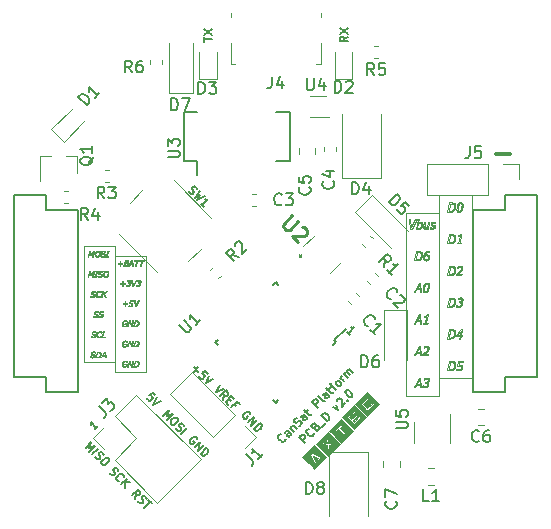
<source format=gbr>
G04 #@! TF.GenerationSoftware,KiCad,Pcbnew,(5.1.0)-1*
G04 #@! TF.CreationDate,2019-06-25T19:20:06-03:00*
G04 #@! TF.ProjectId,PCB_D,5043425f-442e-46b6-9963-61645f706362,rev?*
G04 #@! TF.SameCoordinates,Original*
G04 #@! TF.FileFunction,Legend,Top*
G04 #@! TF.FilePolarity,Positive*
%FSLAX46Y46*%
G04 Gerber Fmt 4.6, Leading zero omitted, Abs format (unit mm)*
G04 Created by KiCad (PCBNEW (5.1.0)-1) date 2019-06-25 19:20:06*
%MOMM*%
%LPD*%
G04 APERTURE LIST*
%ADD10C,0.100000*%
%ADD11C,0.175000*%
%ADD12C,0.300000*%
%ADD13C,0.120000*%
%ADD14C,0.010000*%
%ADD15C,0.150000*%
%ADD16C,0.200000*%
%ADD17C,0.254000*%
G04 APERTURE END LIST*
D10*
X15715354Y-7071019D02*
X15712928Y-7073857D01*
X15712928Y-7073857D02*
X15710463Y-7076665D01*
X15535526Y-6466709D02*
X15491649Y-6681803D01*
X15720094Y-7065254D02*
X15717743Y-7068151D01*
X15463161Y-6378689D02*
X15879983Y-6378689D01*
X15722408Y-7062326D02*
X15720094Y-7065254D01*
X15726920Y-7056380D02*
X15724683Y-7059368D01*
X15879983Y-6378689D02*
X15861768Y-6466709D01*
X15731282Y-7050314D02*
X15729120Y-7053362D01*
X15717743Y-7068151D02*
X15715354Y-7071019D01*
X15705420Y-7082190D02*
X15705429Y-7083001D01*
X15729120Y-7053362D02*
X15726920Y-7056380D01*
X15710463Y-7076665D02*
X15707960Y-7079442D01*
X15737540Y-7040991D02*
X15735492Y-7044129D01*
X15739551Y-7037823D02*
X15737540Y-7040991D01*
X15735492Y-7044129D02*
X15733406Y-7047237D01*
X15381009Y-6778686D02*
X15463161Y-6378689D01*
X15724683Y-7059368D02*
X15722408Y-7062326D01*
X15861768Y-6466709D02*
X15535526Y-6466709D01*
X15707960Y-7079442D02*
X15705420Y-7082190D01*
X15733406Y-7047237D02*
X15731282Y-7050314D01*
X15778190Y-6945799D02*
X15777228Y-6949581D01*
X15779233Y-6801116D02*
X15780641Y-6805891D01*
X15784827Y-6911200D02*
X15784269Y-6915094D01*
X15787688Y-6879594D02*
X15787487Y-6883588D01*
X15787067Y-6841469D02*
X15787495Y-6846859D01*
X15787801Y-6852326D02*
X15787985Y-6857870D01*
X15781587Y-6930547D02*
X15780804Y-6934378D01*
X15787957Y-6871568D02*
X15787845Y-6875587D01*
X15783089Y-6815672D02*
X15784129Y-6820677D01*
X15747214Y-7024851D02*
X15745355Y-7028139D01*
X15786516Y-6836156D02*
X15787067Y-6841469D01*
X15776223Y-6953350D02*
X15775172Y-6957107D01*
X15785342Y-6907293D02*
X15784827Y-6911200D01*
X15786616Y-6895497D02*
X15786236Y-6899441D01*
X15759166Y-7000995D02*
X15757572Y-7004493D01*
X15774077Y-6960851D02*
X15772937Y-6964583D01*
X15749035Y-7021533D02*
X15747214Y-7024851D01*
X15752563Y-7014807D02*
X15750818Y-7018185D01*
X15766568Y-6983055D02*
X15765163Y-6986703D01*
X15779106Y-6942005D02*
X15778190Y-6945799D01*
X15770359Y-6778395D02*
X15772379Y-6782785D01*
X15786236Y-6899441D02*
X15785811Y-6903373D01*
X15770524Y-6972009D02*
X15769250Y-6975704D01*
X15785811Y-6903373D02*
X15785342Y-6907293D01*
X15779977Y-6938198D02*
X15779106Y-6942005D01*
X15787241Y-6887570D02*
X15786951Y-6891540D01*
X15781926Y-6810743D02*
X15783089Y-6815672D01*
X15780804Y-6934378D02*
X15779977Y-6938198D01*
X15777228Y-6949581D02*
X15776223Y-6953350D01*
X15782324Y-6926702D02*
X15781587Y-6930547D01*
X15786951Y-6891540D02*
X15786616Y-6895497D01*
X15787985Y-6857870D02*
X15788046Y-6863491D01*
X15750818Y-7018185D02*
X15749035Y-7021533D01*
X15775172Y-6957107D02*
X15774077Y-6960851D01*
X15784269Y-6915094D02*
X15783665Y-6918976D01*
X15788046Y-6863491D02*
X15788024Y-6867536D01*
X15772379Y-6782785D02*
X15774276Y-6787252D01*
X15745355Y-7028139D02*
X15743458Y-7031397D01*
X15762240Y-6993909D02*
X15760722Y-6997467D01*
X15767931Y-6979386D02*
X15766568Y-6983055D01*
X15769250Y-6975704D02*
X15767931Y-6979386D01*
X15783017Y-6922845D02*
X15782324Y-6926702D01*
X15787495Y-6846859D02*
X15787801Y-6852326D01*
X15777703Y-6796418D02*
X15779233Y-6801116D01*
X15785843Y-6830919D02*
X15786516Y-6836156D01*
X15765163Y-6986703D02*
X15763721Y-6990321D01*
X15771753Y-6968303D02*
X15770524Y-6972009D01*
X15772937Y-6964583D02*
X15771753Y-6968303D01*
X15774276Y-6787252D02*
X15776051Y-6791797D01*
X15784129Y-6820677D02*
X15785047Y-6825760D01*
X15787487Y-6883588D02*
X15787241Y-6887570D01*
X15787845Y-6875587D02*
X15787688Y-6879594D01*
X15763721Y-6990321D02*
X15762240Y-6993909D01*
X15776051Y-6791797D02*
X15777703Y-6796418D01*
X15741523Y-7034625D02*
X15739551Y-7037823D01*
X15743458Y-7031397D02*
X15741523Y-7034625D01*
X15783665Y-6918976D02*
X15783017Y-6922845D01*
X15754271Y-7011399D02*
X15752563Y-7014807D01*
X15755940Y-7007961D02*
X15754271Y-7011399D01*
X15757572Y-7004493D02*
X15755940Y-7007961D01*
X15760722Y-6997467D02*
X15759166Y-7000995D01*
X15788024Y-6867536D02*
X15787957Y-6871568D01*
X15780641Y-6805891D02*
X15781926Y-6810743D01*
X15785047Y-6825760D02*
X15785843Y-6830919D01*
X15559858Y-6674274D02*
X15561057Y-6674259D01*
X15598529Y-6675554D02*
X15604771Y-6676135D01*
X15579222Y-6674444D02*
X15585755Y-6674708D01*
X15729233Y-6725002D02*
X15732966Y-6728316D01*
X15725420Y-6721779D02*
X15729233Y-6725002D01*
X15721510Y-6718662D02*
X15725420Y-6721779D01*
X15709198Y-6709946D02*
X15713399Y-6712746D01*
X15550294Y-6674507D02*
X15551486Y-6674467D01*
X15592191Y-6675078D02*
X15598529Y-6675554D01*
X15553873Y-6674395D02*
X15555068Y-6674365D01*
X15686734Y-6697531D02*
X15691421Y-6699802D01*
X15628765Y-6679516D02*
X15634521Y-6680625D01*
X15585755Y-6674708D02*
X15592191Y-6675078D01*
X15562258Y-6674248D02*
X15563459Y-6674239D01*
X15552679Y-6674430D02*
X15553873Y-6674395D01*
X15545534Y-6674702D02*
X15546723Y-6674649D01*
X15677069Y-6693304D02*
X15681950Y-6695365D01*
X15549103Y-6674551D02*
X15550294Y-6674507D01*
X15667015Y-6689501D02*
X15672090Y-6691350D01*
X15551486Y-6674467D02*
X15552679Y-6674430D01*
X15556264Y-6674337D02*
X15557461Y-6674313D01*
X15656572Y-6686120D02*
X15661842Y-6687757D01*
X15564662Y-6674235D02*
X15565865Y-6674233D01*
X15610915Y-6676822D02*
X15616962Y-6677614D01*
X15544347Y-6674759D02*
X15545534Y-6674702D01*
X15546723Y-6674649D02*
X15547912Y-6674598D01*
X15634521Y-6680625D02*
X15640179Y-6681840D01*
X15672090Y-6691350D02*
X15677069Y-6693304D01*
X15640179Y-6681840D02*
X15645741Y-6683161D01*
X15645741Y-6683161D02*
X15651205Y-6684588D01*
X15565865Y-6674233D02*
X15572592Y-6674286D01*
X15555068Y-6674365D02*
X15556264Y-6674337D01*
X15752795Y-6749814D02*
X15755671Y-6753666D01*
X15749796Y-6746039D02*
X15752795Y-6749814D01*
X15732966Y-6728316D02*
X15736577Y-6731707D01*
X15713399Y-6712746D02*
X15717503Y-6715651D01*
X15717503Y-6715651D02*
X15721510Y-6718662D01*
X15691421Y-6699802D02*
X15696011Y-6702180D01*
X15681950Y-6695365D02*
X15686734Y-6697531D01*
X15561057Y-6674259D02*
X15562258Y-6674248D01*
X15543160Y-6674819D02*
X15544347Y-6674759D01*
X15736577Y-6731707D02*
X15740065Y-6735174D01*
X15604771Y-6676135D02*
X15610915Y-6676822D01*
X15616962Y-6677614D02*
X15622912Y-6678512D01*
X15740065Y-6735174D02*
X15743431Y-6738719D01*
X15768217Y-6774081D02*
X15770359Y-6778395D01*
X15558659Y-6674291D02*
X15559858Y-6674274D01*
X15557461Y-6674313D02*
X15558659Y-6674291D01*
X15765953Y-6769844D02*
X15768217Y-6774081D01*
X15700504Y-6704663D02*
X15704900Y-6707251D01*
X15661842Y-6687757D02*
X15667015Y-6689501D01*
X15547912Y-6674598D02*
X15549103Y-6674551D01*
X15763566Y-6765684D02*
X15765953Y-6769844D01*
X15761057Y-6761601D02*
X15763566Y-6765684D01*
X15651205Y-6684588D02*
X15656572Y-6686120D01*
X15743431Y-6738719D02*
X15746675Y-6742340D01*
X15758425Y-6757595D02*
X15761057Y-6761601D01*
X15622912Y-6678512D02*
X15628765Y-6679516D01*
X15572592Y-6674286D02*
X15579222Y-6674444D01*
X15755671Y-6753666D02*
X15758425Y-6757595D01*
X15746675Y-6742340D02*
X15749796Y-6746039D01*
X15563459Y-6674239D02*
X15564662Y-6674235D01*
X15704900Y-6707251D02*
X15709198Y-6709946D01*
X15696011Y-6702180D02*
X15700504Y-6704663D01*
X15499018Y-6680640D02*
X15500240Y-6680446D01*
X15523091Y-6676764D02*
X15524275Y-6676570D01*
X15509944Y-6678896D02*
X15511149Y-6678702D01*
X15501459Y-6680252D02*
X15502677Y-6680059D01*
X15390660Y-6776748D02*
X15388679Y-6777135D01*
X15386724Y-6777523D02*
X15384793Y-6777911D01*
X15520718Y-6677152D02*
X15521905Y-6676958D01*
X15500240Y-6680446D02*
X15501459Y-6680252D01*
X15418707Y-6771708D02*
X15416398Y-6772096D01*
X15290474Y-7125660D02*
X15309144Y-7023821D01*
X15409622Y-6773259D02*
X15407414Y-6773647D01*
X15521905Y-6676958D02*
X15523091Y-6676764D01*
X15507530Y-6679283D02*
X15508738Y-6679090D01*
X15407414Y-6773647D02*
X15405231Y-6774034D01*
X15382889Y-6778298D02*
X15381009Y-6778686D01*
X15398835Y-6775197D02*
X15396753Y-6775585D01*
X15394697Y-6775972D02*
X15392666Y-6776360D01*
X15513552Y-6678315D02*
X15514751Y-6678121D01*
X15514751Y-6678121D02*
X15515948Y-6677927D01*
X15541974Y-6674883D02*
X15543160Y-6674819D01*
X15538422Y-6675093D02*
X15539605Y-6675019D01*
X15532521Y-6675507D02*
X15533699Y-6675418D01*
X15392666Y-6776360D02*
X15390660Y-6776748D01*
X15528991Y-6675795D02*
X15530167Y-6675696D01*
X15531343Y-6675600D02*
X15532521Y-6675507D01*
X15384793Y-6777911D02*
X15382889Y-6778298D01*
X15519528Y-6677346D02*
X15520718Y-6677152D01*
X15403074Y-6774422D02*
X15400942Y-6774809D01*
X15411855Y-6772871D02*
X15409622Y-6773259D01*
X15540789Y-6674950D02*
X15541974Y-6674883D01*
X15524275Y-6676570D02*
X15525457Y-6676376D01*
X15497795Y-6680834D02*
X15499018Y-6680640D01*
X15405231Y-6774034D02*
X15403074Y-6774422D01*
X15388679Y-6777135D02*
X15386724Y-6777523D01*
X15534879Y-6675332D02*
X15536059Y-6675249D01*
X15511149Y-6678702D02*
X15512352Y-6678508D01*
X15309144Y-7023821D02*
X15315670Y-7023821D01*
X15506319Y-6679477D02*
X15507530Y-6679283D01*
X15505107Y-6679671D02*
X15506319Y-6679477D01*
X15492882Y-6681609D02*
X15494113Y-6681415D01*
X15416398Y-6772096D02*
X15414114Y-6772484D01*
X15421041Y-6771321D02*
X15418707Y-6771708D01*
X15396753Y-6775585D02*
X15394697Y-6775972D01*
X15414114Y-6772484D02*
X15411855Y-6772871D01*
X15512352Y-6678508D02*
X15513552Y-6678315D01*
X15539605Y-6675019D02*
X15540789Y-6674950D01*
X15533699Y-6675418D02*
X15534879Y-6675332D01*
X15494113Y-6681415D02*
X15495342Y-6681222D01*
X15530167Y-6675696D02*
X15531343Y-6675600D01*
X15517143Y-6677733D02*
X15518337Y-6677539D01*
X15503893Y-6679865D02*
X15505107Y-6679671D01*
X15491649Y-6681803D02*
X15492882Y-6681609D01*
X15496569Y-6681028D02*
X15497795Y-6680834D01*
X15495342Y-6681222D02*
X15496569Y-6681028D01*
X15536059Y-6675249D02*
X15537240Y-6675169D01*
X15537240Y-6675169D02*
X15538422Y-6675093D01*
X15525457Y-6676376D02*
X15526637Y-6676183D01*
X15518337Y-6677539D02*
X15519528Y-6677346D01*
X15527815Y-6675989D02*
X15528991Y-6675795D01*
X15526637Y-6676183D02*
X15527815Y-6675989D01*
X15515948Y-6677927D02*
X15517143Y-6677733D01*
X15508738Y-6679090D02*
X15509944Y-6678896D01*
X15400942Y-6774809D02*
X15398835Y-6775197D01*
X15502677Y-6680059D02*
X15503893Y-6679865D01*
X12714379Y164176D02*
X12712011Y163104D01*
X12719177Y166190D02*
X12716767Y165205D01*
X12781482Y176741D02*
X12777606Y176780D01*
X12812869Y172904D02*
X12809693Y173640D01*
X12726536Y168881D02*
X12724062Y168028D01*
X12821932Y170229D02*
X12818989Y171198D01*
X12731548Y170456D02*
X12729031Y169691D01*
X12721609Y167130D02*
X12719177Y166190D01*
X12739227Y172491D02*
X12736646Y171857D01*
X12744454Y173629D02*
X12741830Y173082D01*
X12760645Y175992D02*
X12757893Y175708D01*
X12774726Y176758D02*
X12771867Y176692D01*
X12815968Y172090D02*
X12812869Y172904D01*
X12824798Y169183D02*
X12821932Y170229D01*
X12752453Y175008D02*
X12749765Y174592D01*
X12755162Y175380D02*
X12752453Y175008D01*
X12749765Y174592D02*
X12747099Y174132D01*
X12830296Y166857D02*
X12827586Y168058D01*
X12799696Y175385D02*
X12796209Y175811D01*
X12766213Y176430D02*
X12763418Y176233D01*
X12747099Y174132D02*
X12744454Y173629D01*
X12763418Y176233D02*
X12760645Y175992D01*
X12792644Y176160D02*
X12789001Y176431D01*
X12796209Y175811D02*
X12792644Y176160D01*
X12832929Y165578D02*
X12830296Y166857D01*
X12769029Y176583D02*
X12766213Y176430D01*
X12757893Y175708D02*
X12755162Y175380D01*
X12785280Y176625D02*
X12781482Y176741D01*
X12712011Y163104D02*
X12709665Y161988D01*
X12724062Y168028D02*
X12721609Y167130D01*
X12729031Y169691D02*
X12726536Y168881D01*
X12734087Y171178D02*
X12731548Y170456D01*
X12736646Y171857D02*
X12734087Y171178D01*
X12741830Y173082D02*
X12739227Y172491D01*
X12771867Y176692D02*
X12769029Y176583D01*
X12818989Y171198D02*
X12815968Y172090D01*
X12777606Y176780D02*
X12774726Y176758D01*
X12806438Y174299D02*
X12803106Y174881D01*
X12827586Y168058D02*
X12824798Y169183D01*
X12803106Y174881D02*
X12799696Y175385D01*
X12809693Y173640D02*
X12806438Y174299D01*
X12789001Y176431D02*
X12785280Y176625D01*
X12693883Y152891D02*
X12691713Y151350D01*
X12696064Y154358D02*
X12693883Y152891D01*
X12698256Y155752D02*
X12696064Y154358D01*
X12700495Y157087D02*
X12698256Y155752D01*
X12702756Y158378D02*
X12700495Y157087D01*
X12705037Y159625D02*
X12702756Y158378D01*
X12716767Y165205D02*
X12714379Y164176D01*
X12707341Y160829D02*
X12705037Y159625D01*
X12709665Y161988D02*
X12707341Y160829D01*
X12881243Y85129D02*
X12880574Y88735D01*
X12866008Y132010D02*
X12864597Y134585D01*
X12970291Y122305D02*
X12971590Y116517D01*
X12978514Y65800D02*
X12978947Y58909D01*
X12868684Y126653D02*
X12867371Y129366D01*
X12880574Y88735D02*
X12879856Y92274D01*
X12978947Y58909D02*
X12979283Y51896D01*
X12883844Y66063D02*
X12883423Y70014D01*
X12840360Y161275D02*
X12837961Y162787D01*
X12879856Y92274D02*
X12879088Y95743D01*
X12976639Y85738D02*
X12977360Y79215D01*
X12885330Y40915D02*
X12885206Y45278D01*
X12863135Y137091D02*
X12861624Y139529D01*
X12972792Y110606D02*
X12973898Y104573D01*
X12875521Y108932D02*
X12874505Y112057D01*
X12849181Y154453D02*
X12847092Y156275D01*
X12876487Y105738D02*
X12875521Y108932D01*
X12877403Y102475D02*
X12876487Y105738D01*
X12856757Y146390D02*
X12854980Y148522D01*
X12858457Y144181D02*
X12856757Y146390D01*
X12867371Y129366D02*
X12866008Y132010D01*
X12201150Y-232229D02*
X12157740Y153078D01*
X12977360Y79215D02*
X12977985Y72569D01*
X12884215Y62044D02*
X12883844Y66063D01*
X12885033Y49573D02*
X12884810Y53798D01*
X12879088Y95743D02*
X12878270Y99143D01*
X12973898Y104573D02*
X12974908Y98417D01*
X12884810Y53798D02*
X12884537Y57955D01*
X12885404Y36483D02*
X12885330Y40915D01*
X12157740Y153078D02*
X11956097Y-232229D01*
X12968897Y127971D02*
X12970291Y122305D01*
X12882432Y77709D02*
X12881862Y81453D01*
X12842682Y159686D02*
X12840360Y161275D01*
X12975821Y92139D02*
X12976639Y85738D01*
X12844926Y158019D02*
X12842682Y159686D01*
X12971590Y116517D02*
X12972792Y110606D01*
X12882952Y73896D02*
X12882432Y77709D01*
X12847092Y156275D02*
X12844926Y158019D01*
X12860080Y141894D02*
X12858457Y144181D01*
X12873440Y115114D02*
X12872325Y118102D01*
X12883423Y70014D02*
X12882952Y73896D01*
X12885429Y31982D02*
X12885404Y36483D01*
X12977985Y72569D02*
X12978514Y65800D01*
X12979283Y51896D02*
X12979524Y44760D01*
X12881862Y81453D02*
X12881243Y85129D01*
X11956097Y-232229D02*
X12201150Y-232229D01*
X12967406Y133514D02*
X12968897Y127971D01*
X12974908Y98417D02*
X12975821Y92139D01*
X12835484Y164221D02*
X12832929Y165578D01*
X12837961Y162787D02*
X12835484Y164221D01*
X12864597Y134585D02*
X12863135Y137091D01*
X12871161Y121021D02*
X12869947Y123871D01*
X12872325Y118102D02*
X12871161Y121021D01*
X12885206Y45278D02*
X12885033Y49573D01*
X12854980Y148522D02*
X12853124Y150576D01*
X12979668Y37501D02*
X12979716Y30120D01*
X12851191Y152553D02*
X12849181Y154453D01*
X12853124Y150576D02*
X12851191Y152553D01*
X12869947Y123871D02*
X12868684Y126653D01*
X12884537Y57955D02*
X12884215Y62044D01*
X12861624Y139529D02*
X12860080Y141894D01*
X12874505Y112057D02*
X12873440Y115114D01*
X12878270Y99143D02*
X12877403Y102475D01*
X12979524Y44760D02*
X12979668Y37501D01*
X12674269Y-5205394D02*
X12670970Y-5206313D01*
X12562492Y-5155579D02*
X12564936Y-5154423D01*
X12560092Y-5156739D02*
X12562492Y-5155579D01*
X12409328Y-5905062D02*
X12431266Y-5795412D01*
X12687212Y-5202093D02*
X12684014Y-5202862D01*
X12569373Y-5249167D02*
X12566035Y-5251065D01*
X12693532Y-5200668D02*
X12690384Y-5201362D01*
X12619907Y-5224297D02*
X12616510Y-5225745D01*
X12626710Y-5221491D02*
X12623307Y-5222879D01*
X12643788Y-5215001D02*
X12640365Y-5216239D01*
X12647215Y-5213793D02*
X12643788Y-5215001D01*
X12600586Y-5139858D02*
X12603627Y-5138773D01*
X12588847Y-5144250D02*
X12591718Y-5143144D01*
X12567422Y-5153273D02*
X12569950Y-5152127D01*
X12559371Y-5254952D02*
X12556045Y-5256940D01*
X12572715Y-5247299D02*
X12569373Y-5249167D01*
X12592847Y-5236721D02*
X12589482Y-5238409D01*
X12589482Y-5238409D02*
X12586121Y-5240127D01*
X12640365Y-5216239D02*
X12636945Y-5217507D01*
X12597587Y-5140949D02*
X12600586Y-5139858D01*
X12583235Y-5146475D02*
X12586020Y-5145360D01*
X12576061Y-5245461D02*
X12572715Y-5247299D01*
X12684014Y-5202862D02*
X12680791Y-5203669D01*
X12664296Y-5208264D02*
X12660922Y-5209295D01*
X12575136Y-5149852D02*
X12577793Y-5148721D01*
X12633530Y-5218805D02*
X12630118Y-5220133D01*
X12606712Y-5137692D02*
X12609839Y-5136617D01*
X12591718Y-5143144D02*
X12594631Y-5142044D01*
X12880295Y-5905062D02*
X12409328Y-5905062D01*
X12602965Y-5231837D02*
X12599588Y-5233435D01*
X12572522Y-5150987D02*
X12575136Y-5149852D01*
X12562701Y-5252993D02*
X12559371Y-5254952D01*
X12556045Y-5256940D02*
X12552723Y-5258958D01*
X12677542Y-5204513D02*
X12674269Y-5205394D01*
X12636945Y-5217507D02*
X12633530Y-5218805D01*
X12603627Y-5138773D02*
X12606712Y-5137692D01*
X12594631Y-5142044D02*
X12597587Y-5140949D01*
X12580492Y-5147596D02*
X12583235Y-5146475D01*
X12613118Y-5227223D02*
X12609730Y-5228731D01*
X12667646Y-5207270D02*
X12664296Y-5208264D01*
X12596216Y-5235063D02*
X12592847Y-5236721D01*
X12657522Y-5210364D02*
X12654096Y-5211471D01*
X12564936Y-5154423D02*
X12567422Y-5153273D01*
X12609730Y-5228731D02*
X12606346Y-5230269D01*
X12566035Y-5251065D02*
X12562701Y-5252993D01*
X12579410Y-5243653D02*
X12576061Y-5245461D01*
X12586020Y-5145360D02*
X12588847Y-5144250D01*
X12569950Y-5152127D02*
X12572522Y-5150987D01*
X12549405Y-5261006D02*
X12546090Y-5263084D01*
X12552723Y-5258958D02*
X12549405Y-5261006D01*
X12606346Y-5230269D02*
X12602965Y-5231837D01*
X12650646Y-5212615D02*
X12647215Y-5213793D01*
X12660922Y-5209295D02*
X12657522Y-5210364D01*
X12680791Y-5203669D02*
X12677542Y-5204513D01*
X12616510Y-5225745D02*
X12613118Y-5227223D01*
X12690384Y-5201362D02*
X12687212Y-5202093D01*
X12577793Y-5148721D02*
X12580492Y-5147596D01*
X12582763Y-5241875D02*
X12579410Y-5243653D01*
X12623307Y-5222879D02*
X12619907Y-5224297D01*
X12599588Y-5233435D02*
X12596216Y-5235063D01*
X12630118Y-5220133D02*
X12626710Y-5221491D01*
X12654096Y-5211471D02*
X12650646Y-5212615D01*
X12586121Y-5240127D02*
X12582763Y-5241875D01*
X12670970Y-5206313D02*
X12667646Y-5207270D01*
X12828951Y-5221628D02*
X12826854Y-5219912D01*
X12824718Y-5218252D02*
X12822543Y-5216648D01*
X12826854Y-5219912D02*
X12824718Y-5218252D01*
X12726486Y-5195510D02*
X12723617Y-5195791D01*
X12793412Y-5201793D02*
X12790732Y-5200921D01*
X12740455Y-5194666D02*
X12737712Y-5194760D01*
X12752353Y-5194704D02*
X12749129Y-5194619D01*
X12773835Y-5196870D02*
X12770882Y-5196392D01*
X12779622Y-5197995D02*
X12776748Y-5197404D01*
X12798655Y-5203706D02*
X12796053Y-5202722D01*
X12811085Y-5209474D02*
X12808677Y-5208208D01*
X12820329Y-5215101D02*
X12818076Y-5213610D01*
X12849350Y-5245643D02*
X12848024Y-5243353D01*
X12843639Y-5236798D02*
X12842041Y-5234718D01*
X12729330Y-5195266D02*
X12726486Y-5195510D01*
X12732150Y-5195060D02*
X12729330Y-5195266D01*
X12737712Y-5194760D02*
X12734943Y-5194891D01*
X12831025Y-5223340D02*
X12828951Y-5221628D01*
X12745866Y-5194591D02*
X12743173Y-5194610D01*
X12767891Y-5195970D02*
X12764861Y-5195604D01*
X12842041Y-5234718D02*
X12840375Y-5232690D01*
X12776748Y-5197404D02*
X12773835Y-5196870D01*
X12833031Y-5225105D02*
X12831025Y-5223340D01*
X12845169Y-5238930D02*
X12843639Y-5236798D01*
X12782458Y-5198642D02*
X12779622Y-5197995D01*
X12743173Y-5194610D02*
X12740455Y-5194666D01*
X12796053Y-5202722D02*
X12793412Y-5201793D01*
X12838641Y-5230715D02*
X12836839Y-5228793D01*
X12851798Y-5250381D02*
X12850608Y-5247986D01*
X12834969Y-5226923D02*
X12833031Y-5225105D01*
X12749129Y-5194619D02*
X12745866Y-5194591D01*
X12758685Y-5195041D02*
X12755539Y-5194844D01*
X12761793Y-5195294D02*
X12758685Y-5195041D01*
X12808677Y-5208208D02*
X12806230Y-5206998D01*
X12840375Y-5232690D02*
X12838641Y-5230715D01*
X12846630Y-5241115D02*
X12845169Y-5238930D01*
X12790732Y-5200921D02*
X12788013Y-5200105D01*
X12788013Y-5200105D02*
X12785255Y-5199346D01*
X12696654Y-5200011D02*
X12693532Y-5200668D01*
X12699751Y-5199392D02*
X12696654Y-5200011D01*
X12850608Y-5247986D02*
X12849350Y-5245643D01*
X12813454Y-5210796D02*
X12811085Y-5209474D01*
X12702822Y-5198811D02*
X12699751Y-5199392D01*
X12705869Y-5198267D02*
X12702822Y-5198811D01*
X12764861Y-5195604D02*
X12761793Y-5195294D01*
X12734943Y-5194891D02*
X12732150Y-5195060D01*
X12815784Y-5212175D02*
X12813454Y-5210796D01*
X12806230Y-5206998D02*
X12803744Y-5205845D01*
X12848024Y-5243353D02*
X12846630Y-5241115D01*
X12785255Y-5199346D02*
X12782458Y-5198642D01*
X12755539Y-5194844D02*
X12752353Y-5194704D01*
X12708890Y-5197761D02*
X12705869Y-5198267D01*
X12822543Y-5216648D02*
X12820329Y-5215101D01*
X12770882Y-5196392D02*
X12767891Y-5195970D01*
X12818076Y-5213610D02*
X12815784Y-5212175D01*
X12836839Y-5228793D02*
X12834969Y-5226923D01*
X12801219Y-5204747D02*
X12798655Y-5203706D01*
X12852920Y-5252828D02*
X12851798Y-5250381D01*
X12711886Y-5197292D02*
X12708890Y-5197761D01*
X12714856Y-5196860D02*
X12711886Y-5197292D01*
X12717802Y-5196467D02*
X12714856Y-5196860D01*
X12720722Y-5196110D02*
X12717802Y-5196467D01*
X12723617Y-5195791D02*
X12720722Y-5196110D01*
X12803744Y-5205845D02*
X12801219Y-5204747D01*
X12861590Y-5295845D02*
X12861488Y-5292610D01*
X12854960Y-5257881D02*
X12853974Y-5255329D01*
X12861080Y-5286297D02*
X12860774Y-5283219D01*
X12772893Y-5489066D02*
X12777373Y-5483861D01*
X12833368Y-5403988D02*
X12835673Y-5399518D01*
X12748393Y-5516106D02*
X12753573Y-5510563D01*
X12859448Y-5274300D02*
X12858870Y-5271432D01*
X12861318Y-5289427D02*
X12861080Y-5286297D01*
X12753573Y-5510563D02*
X12758613Y-5505088D01*
X12855878Y-5260486D02*
X12854960Y-5257881D01*
X12837881Y-5395057D02*
X12839990Y-5390605D01*
X12856728Y-5263144D02*
X12855878Y-5260486D01*
X12843915Y-5381727D02*
X12845730Y-5377302D01*
X12817473Y-5430989D02*
X12820368Y-5426467D01*
X12857510Y-5265854D02*
X12856728Y-5263144D01*
X12811400Y-5440050D02*
X12814481Y-5435520D01*
X12858224Y-5268617D02*
X12857510Y-5265854D01*
X12858870Y-5271432D02*
X12858224Y-5268617D01*
X12860400Y-5280193D02*
X12859958Y-5277221D01*
X12785913Y-5473652D02*
X12789974Y-5468649D01*
X12861428Y-5307678D02*
X12861575Y-5303401D01*
X12758613Y-5505088D02*
X12763513Y-5499680D01*
X12860398Y-5320562D02*
X12860839Y-5316259D01*
X12853334Y-5355304D02*
X12854560Y-5350930D01*
X12847447Y-5372885D02*
X12849066Y-5368476D01*
X12830964Y-5408466D02*
X12833368Y-5403988D01*
X12768273Y-5494339D02*
X12772893Y-5489066D01*
X12861183Y-5311964D02*
X12861428Y-5307678D01*
X12845730Y-5377302D02*
X12847447Y-5372885D01*
X12842002Y-5386162D02*
X12843915Y-5381727D01*
X12825862Y-5417449D02*
X12828462Y-5412953D01*
X12828462Y-5412953D02*
X12830964Y-5408466D01*
X12823164Y-5421954D02*
X12825862Y-5417449D01*
X12743074Y-5521717D02*
X12748393Y-5516106D01*
X12763513Y-5499680D02*
X12768273Y-5494339D01*
X12858484Y-5333525D02*
X12859220Y-5329195D01*
X12857651Y-5337863D02*
X12858484Y-5333525D01*
X12856718Y-5342210D02*
X12857651Y-5337863D01*
X12854560Y-5350930D02*
X12855688Y-5346566D01*
X12852009Y-5359686D02*
X12853334Y-5355304D01*
X12777373Y-5483861D02*
X12781713Y-5478723D01*
X12793895Y-5463714D02*
X12797675Y-5458846D01*
X12860774Y-5283219D02*
X12860400Y-5280193D01*
X12859958Y-5277221D02*
X12859448Y-5274300D01*
X12859220Y-5329195D02*
X12859858Y-5324874D01*
X12820368Y-5426467D02*
X12823164Y-5421954D01*
X12789974Y-5468649D02*
X12793895Y-5463714D01*
X12814481Y-5435520D02*
X12817473Y-5430989D01*
X12849066Y-5368476D02*
X12850586Y-5364077D01*
X12861488Y-5292610D02*
X12861318Y-5289427D01*
X12861624Y-5299133D02*
X12861590Y-5295845D01*
X12861575Y-5303401D02*
X12861624Y-5299133D01*
X12801316Y-5454046D02*
X12804817Y-5449313D01*
X12860839Y-5316259D02*
X12861183Y-5311964D01*
X12859858Y-5324874D02*
X12860398Y-5320562D01*
X12855688Y-5346566D02*
X12856718Y-5342210D01*
X12835673Y-5399518D02*
X12837881Y-5395057D01*
X12850586Y-5364077D02*
X12852009Y-5359686D01*
X12804817Y-5449313D02*
X12808178Y-5444648D01*
X12781713Y-5478723D02*
X12785913Y-5473652D01*
X12808178Y-5444648D02*
X12811400Y-5440050D01*
X12839990Y-5390605D02*
X12842002Y-5386162D01*
X12797675Y-5458846D02*
X12801316Y-5454046D01*
X12853974Y-5255329D02*
X12852920Y-5252828D01*
X12493856Y-5743995D02*
X12497413Y-5741074D01*
X12486617Y-5749941D02*
X12490257Y-5746950D01*
X12558215Y-5690956D02*
X12561410Y-5688264D01*
X12602781Y-5652695D02*
X12606481Y-5649459D01*
X12637481Y-5622060D02*
X12641531Y-5618446D01*
X12482935Y-5752965D02*
X12486617Y-5749941D01*
X12625564Y-5632649D02*
X12629498Y-5629161D01*
X12574579Y-5677078D02*
X12577968Y-5674177D01*
X12606481Y-5649459D02*
X12610220Y-5646180D01*
X12530684Y-5713752D02*
X12533781Y-5711209D01*
X12536837Y-5708700D02*
X12539851Y-5706226D01*
X12688904Y-5575251D02*
X12695482Y-5569032D01*
X12588369Y-5665222D02*
X12591914Y-5662153D01*
X12545824Y-5701304D02*
X12548863Y-5698780D01*
X12737615Y-5527395D02*
X12743074Y-5521717D01*
X12732015Y-5533141D02*
X12737615Y-5527395D01*
X12668329Y-5594311D02*
X12675327Y-5587890D01*
X12633470Y-5625631D02*
X12637481Y-5622060D01*
X12507833Y-5732516D02*
X12511223Y-5729732D01*
X12555059Y-5693605D02*
X12558215Y-5690956D01*
X12599120Y-5655889D02*
X12602781Y-5652695D01*
X12591914Y-5662153D02*
X12595497Y-5659042D01*
X12675327Y-5587890D02*
X12682185Y-5581537D01*
X12726276Y-5538954D02*
X12732015Y-5533141D01*
X12533781Y-5711209D02*
X12536837Y-5708700D01*
X12551942Y-5696213D02*
X12555059Y-5693605D01*
X12720397Y-5544834D02*
X12726276Y-5538954D01*
X12708219Y-5556798D02*
X12714378Y-5550783D01*
X12714378Y-5550783D02*
X12720397Y-5544834D01*
X12617815Y-5639498D02*
X12621670Y-5636094D01*
X12610220Y-5646180D02*
X12613998Y-5642860D01*
X12521141Y-5721587D02*
X12524364Y-5718941D01*
X12567917Y-5682755D02*
X12571228Y-5679937D01*
X12595497Y-5659042D02*
X12599120Y-5655889D01*
X12621670Y-5636094D02*
X12625564Y-5632649D01*
X12561410Y-5688264D02*
X12564644Y-5685530D01*
X12581396Y-5671233D02*
X12584863Y-5668248D01*
X12514571Y-5726983D02*
X12517877Y-5724268D01*
X12564644Y-5685530D02*
X12567917Y-5682755D01*
X12653913Y-5607355D02*
X12661191Y-5600799D01*
X12542823Y-5703786D02*
X12545824Y-5701304D01*
X12577968Y-5674177D02*
X12581396Y-5671233D01*
X12649747Y-5611094D02*
X12653913Y-5607355D01*
X12524364Y-5718941D02*
X12527545Y-5716329D01*
X12490257Y-5746950D02*
X12493856Y-5743995D01*
X12497413Y-5741074D02*
X12500928Y-5738187D01*
X12517877Y-5724268D02*
X12521141Y-5721587D01*
X12682185Y-5581537D02*
X12688904Y-5575251D01*
X12571228Y-5679937D02*
X12574579Y-5677078D01*
X12548863Y-5698780D02*
X12551942Y-5696213D01*
X12479211Y-5756024D02*
X12482935Y-5752965D01*
X12701921Y-5562882D02*
X12708219Y-5556798D01*
X12695482Y-5569032D02*
X12701921Y-5562882D01*
X12504401Y-5735334D02*
X12507833Y-5732516D01*
X12645619Y-5614791D02*
X12649747Y-5611094D01*
X12629498Y-5629161D02*
X12633470Y-5625631D01*
X12613998Y-5642860D02*
X12617815Y-5639498D01*
X12527545Y-5716329D02*
X12530684Y-5713752D01*
X12661191Y-5600799D02*
X12668329Y-5594311D01*
X12511223Y-5729732D02*
X12514571Y-5726983D01*
X12500928Y-5738187D02*
X12504401Y-5735334D01*
X12641531Y-5618446D02*
X12645619Y-5614791D01*
X12584863Y-5668248D02*
X12588369Y-5665222D01*
X12539851Y-5706226D02*
X12542823Y-5703786D01*
X12447916Y-5781732D02*
X12451974Y-5778398D01*
X12443816Y-5785101D02*
X12447916Y-5781732D01*
X12439675Y-5788503D02*
X12443816Y-5785101D01*
X11956097Y-5600475D02*
X12201150Y-5600475D01*
X11700309Y-5905062D02*
X12113864Y-5124475D01*
X12236157Y-5124475D02*
X12328577Y-5905062D01*
X12751163Y-2504563D02*
X12753463Y-2502231D01*
X12733729Y-2614394D02*
X12589032Y-2614394D01*
X12773047Y-2475504D02*
X12774663Y-2472490D01*
X12113864Y-5124475D02*
X12236157Y-5124475D01*
X11797864Y-5905062D02*
X11700309Y-5905062D01*
X11911754Y-5685461D02*
X11797864Y-5905062D01*
X12211420Y-5685461D02*
X11911754Y-5685461D01*
X12860224Y-2438955D02*
X12715060Y-3146151D01*
X12786413Y-2442587D02*
X12787408Y-2438955D01*
X12781813Y-2456496D02*
X12783056Y-2453112D01*
X12757877Y-2497381D02*
X12759991Y-2494863D01*
X12755701Y-2499837D02*
X12757877Y-2497381D01*
X12730522Y-2520994D02*
X12733320Y-2519157D01*
X12727662Y-2522769D02*
X12730522Y-2520994D01*
X12783056Y-2453112D02*
X12784237Y-2449665D01*
X12471638Y-5762245D02*
X12475445Y-5759117D01*
X12467789Y-5765407D02*
X12471638Y-5762245D01*
X12201150Y-5600475D02*
X12157740Y-5215169D01*
X12465806Y-3220923D02*
X12481676Y-3144919D01*
X12779140Y-2463080D02*
X12780507Y-2459819D01*
X12748800Y-2506834D02*
X12751163Y-2504563D01*
X12842954Y-3220923D02*
X12465806Y-3220923D01*
X12451974Y-5778398D02*
X12455990Y-5775099D01*
X12784237Y-2449665D02*
X12785356Y-2446157D01*
X12589032Y-2614394D02*
X12602569Y-2546802D01*
X12157740Y-5215169D02*
X11956097Y-5600475D01*
X12785356Y-2446157D02*
X12786413Y-2442587D01*
X12777710Y-2466278D02*
X12779140Y-2463080D01*
X12769627Y-2481344D02*
X12771368Y-2478455D01*
X12746375Y-2509042D02*
X12748800Y-2506834D01*
X12765959Y-2486937D02*
X12767825Y-2484172D01*
X12741340Y-2513274D02*
X12743889Y-2511189D01*
X12234757Y-5905062D02*
X12211420Y-5685461D01*
X12435491Y-5791940D02*
X12439675Y-5788503D01*
X12774663Y-2472490D02*
X12776218Y-2469415D01*
X12858824Y-3146151D02*
X12842954Y-3220923D01*
X12475445Y-5759117D02*
X12479211Y-5756024D01*
X12780507Y-2459819D02*
X12781813Y-2456496D01*
X12715060Y-3146151D02*
X12858824Y-3146151D01*
X12753463Y-2502231D02*
X12755701Y-2499837D01*
X12463898Y-5768603D02*
X12467789Y-5765407D01*
X12431266Y-5795412D02*
X12435491Y-5791940D01*
X12328577Y-5905062D02*
X12234757Y-5905062D01*
X12624506Y-3144919D02*
X12733729Y-2614394D01*
X12776218Y-2469415D02*
X12777710Y-2466278D01*
X12764032Y-2489641D02*
X12765959Y-2486937D01*
X12759991Y-2494863D02*
X12762043Y-2492283D01*
X12733320Y-2519157D02*
X12736055Y-2517257D01*
X12738728Y-2515296D02*
X12741340Y-2513274D01*
X12762043Y-2492283D02*
X12764032Y-2489641D01*
X12736055Y-2517257D02*
X12738728Y-2515296D01*
X12771368Y-2478455D02*
X12773047Y-2475504D01*
X12767825Y-2484172D02*
X12769627Y-2481344D01*
X12743889Y-2511189D02*
X12746375Y-2509042D01*
X12787408Y-2438955D02*
X12860224Y-2438955D01*
X12481676Y-3144919D02*
X12624506Y-3144919D01*
X12459965Y-5771834D02*
X12463898Y-5768603D01*
X12455990Y-5775099D02*
X12459965Y-5771834D01*
X12659630Y-2543201D02*
X12663892Y-2542576D01*
X12646387Y-2544776D02*
X12650877Y-2544301D01*
X12641822Y-2545201D02*
X12646387Y-2544776D01*
X12627670Y-2546177D02*
X12632463Y-2545902D01*
X11911754Y-3001323D02*
X11797864Y-3220923D01*
X12879199Y-55822D02*
X12880001Y-49154D01*
X12602569Y-2546802D02*
X12607741Y-2546777D01*
X12885179Y17837D02*
X12885317Y23349D01*
X12236157Y-2440336D02*
X12328577Y-3220923D01*
X12884431Y722D02*
X12884736Y6523D01*
X12637180Y-2545577D02*
X12641822Y-2545201D01*
X12157740Y-2531030D02*
X11956097Y-2916337D01*
X12234757Y-3220923D02*
X12211420Y-3001323D01*
X12979716Y30120D02*
X12979716Y30420D01*
X12884071Y-5176D02*
X12884431Y722D01*
X12617857Y-2546577D02*
X12622801Y-2546402D01*
X11956097Y-2916337D02*
X12201150Y-2916337D01*
X12880749Y-42583D02*
X12881441Y-36108D01*
X12113864Y-2440336D02*
X12236157Y-2440336D01*
X12882659Y-23446D02*
X12883185Y-17260D01*
X11797864Y-3220923D02*
X11700309Y-3220923D01*
X12885428Y34085D02*
X12885429Y31982D01*
X12885400Y28765D02*
X12885428Y34085D01*
X12883185Y-17260D02*
X12883656Y-11170D01*
X12724763Y-2524295D02*
X12727662Y-2522769D01*
X12718739Y-2527195D02*
X12721789Y-2525770D01*
X12721789Y-2525770D02*
X12724763Y-2524295D01*
X12715612Y-2528571D02*
X12718739Y-2527195D01*
X12712411Y-2529896D02*
X12715612Y-2528571D01*
X12709133Y-2531172D02*
X12712411Y-2529896D01*
X12705780Y-2532397D02*
X12709133Y-2531172D01*
X12607741Y-2546777D02*
X12612837Y-2546702D01*
X12875433Y-83456D02*
X12876458Y-76403D01*
X12885317Y23349D02*
X12885400Y28765D01*
X12884985Y12228D02*
X12885179Y17837D01*
X12878340Y-62586D02*
X12879199Y-55822D01*
X12882078Y-29729D02*
X12882659Y-23446D01*
X12676225Y-2540400D02*
X12680185Y-2539575D01*
X12698846Y-2534698D02*
X12702351Y-2533573D01*
X12655291Y-2543776D02*
X12659630Y-2543201D01*
X12650877Y-2544301D02*
X12655291Y-2543776D01*
X11700309Y-3220923D02*
X12113864Y-2440336D01*
X12874354Y-90605D02*
X12875433Y-83456D01*
X12211420Y-3001323D02*
X11911754Y-3001323D01*
X12883656Y-11170D02*
X12884071Y-5176D01*
X12702351Y-2533573D02*
X12705780Y-2532397D01*
X12663892Y-2542576D02*
X12668079Y-2541900D01*
X12632463Y-2545902D02*
X12637180Y-2545577D01*
X12881441Y-36108D02*
X12882078Y-29729D01*
X12687876Y-2537774D02*
X12691609Y-2536799D01*
X12877427Y-69447D02*
X12878340Y-62586D01*
X12695265Y-2535773D02*
X12698846Y-2534698D01*
X12691609Y-2536799D02*
X12695265Y-2535773D01*
X12612837Y-2546702D02*
X12617857Y-2546577D01*
X12884736Y6523D02*
X12884985Y12228D01*
X12201150Y-2916337D02*
X12157740Y-2531030D01*
X12876458Y-76403D02*
X12877427Y-69447D01*
X12328577Y-3220923D02*
X12234757Y-3220923D01*
X12880001Y-49154D02*
X12880749Y-42583D01*
X12684069Y-2538699D02*
X12687876Y-2537774D01*
X12680185Y-2539575D02*
X12684069Y-2538699D01*
X12622801Y-2546402D02*
X12627670Y-2546177D01*
X12672190Y-2541175D02*
X12676225Y-2540400D01*
X12668079Y-2541900D02*
X12672190Y-2541175D01*
X12851855Y-207441D02*
X12853616Y-199674D01*
X12846497Y-229969D02*
X12848296Y-222589D01*
X12837315Y-264940D02*
X12839177Y-258204D01*
X12827817Y-296691D02*
X12829742Y-290599D01*
X12805810Y-355210D02*
X12807874Y-350534D01*
X12811963Y-340796D02*
X12813989Y-335733D01*
X12850082Y-215080D02*
X12851855Y-207441D01*
X12796069Y-375130D02*
X12797816Y-371827D01*
X12779427Y-402181D02*
X12781358Y-399413D01*
X12794302Y-378373D02*
X12796069Y-375130D01*
X12844686Y-237221D02*
X12846497Y-229969D01*
X12790706Y-384681D02*
X12792514Y-381557D01*
X12842862Y-244344D02*
X12844686Y-237221D01*
X12841026Y-251338D02*
X12842862Y-244344D01*
X12839177Y-258204D02*
X12841026Y-251338D01*
X12835440Y-271548D02*
X12837315Y-264940D01*
X12831654Y-284377D02*
X12833554Y-278027D01*
X12758998Y-426595D02*
X12761133Y-424421D01*
X12801645Y-364175D02*
X12803734Y-359757D01*
X12771500Y-412659D02*
X12773513Y-410129D01*
X12797816Y-371827D02*
X12799543Y-368465D01*
X12803734Y-359757D02*
X12805810Y-355210D01*
X12818003Y-325223D02*
X12819991Y-319774D01*
X12799543Y-368465D02*
X12801645Y-364175D01*
X12833554Y-278027D02*
X12835440Y-271548D01*
X12825879Y-302655D02*
X12827817Y-296691D01*
X12823929Y-308490D02*
X12825879Y-302655D01*
X12821966Y-314196D02*
X12823929Y-308490D01*
X12819991Y-319774D02*
X12821966Y-314196D01*
X12807874Y-350534D02*
X12809925Y-345729D01*
X12813989Y-335733D02*
X12816002Y-330542D01*
X12787028Y-390752D02*
X12788877Y-387746D01*
X12788877Y-387746D02*
X12790706Y-384681D01*
X12783268Y-396585D02*
X12785158Y-393698D01*
X12756843Y-428710D02*
X12758998Y-426595D01*
X12781358Y-399413D02*
X12783268Y-396585D01*
X12777476Y-404890D02*
X12779427Y-402181D01*
X12769468Y-415130D02*
X12771500Y-412659D01*
X12809925Y-345729D02*
X12811963Y-340796D01*
X12765341Y-419894D02*
X12767415Y-417542D01*
X12767415Y-417542D02*
X12769468Y-415130D01*
X12761133Y-424421D02*
X12763247Y-422187D01*
X12785158Y-393698D02*
X12787028Y-390752D01*
X12792514Y-381557D02*
X12794302Y-378373D01*
X12873218Y-97851D02*
X12874354Y-90605D01*
X12763247Y-422187D02*
X12765341Y-419894D01*
X12872028Y-105193D02*
X12873218Y-97851D01*
X12829742Y-290599D02*
X12831654Y-284377D01*
X12870782Y-112631D02*
X12872028Y-105193D01*
X12869481Y-120165D02*
X12870782Y-112631D01*
X12858822Y-175601D02*
X12860511Y-167393D01*
X12868124Y-127796D02*
X12869481Y-120165D01*
X12775505Y-407539D02*
X12777476Y-404890D01*
X12866712Y-135523D02*
X12868124Y-127796D01*
X12816002Y-330542D02*
X12818003Y-325223D01*
X12865245Y-143346D02*
X12866712Y-135523D01*
X12848296Y-222589D02*
X12850082Y-215080D01*
X12863722Y-151265D02*
X12865245Y-143346D01*
X12773513Y-410129D02*
X12775505Y-407539D01*
X12862144Y-159281D02*
X12863722Y-151265D01*
X12860511Y-167393D02*
X12862144Y-159281D01*
X12853616Y-199674D02*
X12855364Y-191779D01*
X12857099Y-183754D02*
X12858822Y-175601D01*
X12855364Y-191779D02*
X12857099Y-183754D01*
X12628783Y-466621D02*
X12632122Y-467203D01*
X12714878Y-456998D02*
X12717334Y-455873D01*
X12704927Y-460999D02*
X12707434Y-460074D01*
X12738868Y-443490D02*
X12741186Y-441850D01*
X12702407Y-461875D02*
X12704927Y-460999D01*
X12590091Y-450341D02*
X12592356Y-452008D01*
X12639031Y-468133D02*
X12642601Y-468482D01*
X12625521Y-465962D02*
X12628783Y-466621D01*
X12585792Y-446775D02*
X12587903Y-448597D01*
X12660380Y-469077D02*
X12663101Y-469002D01*
X12622335Y-465226D02*
X12625521Y-465962D01*
X12745761Y-438393D02*
X12748019Y-436575D01*
X12743484Y-440151D02*
X12745761Y-438393D01*
X12653770Y-469063D02*
X12657646Y-469102D01*
X12607557Y-460380D02*
X12610359Y-461505D01*
X12594698Y-453597D02*
X12597116Y-455109D01*
X12736529Y-445070D02*
X12738868Y-443490D01*
X12722209Y-453472D02*
X12724627Y-452197D01*
X12684418Y-466601D02*
X12687026Y-466076D01*
X12719778Y-454698D02*
X12722209Y-453472D01*
X12712409Y-458074D02*
X12714878Y-456998D01*
X12709928Y-459099D02*
X12712409Y-458074D01*
X12687026Y-466076D02*
X12689621Y-465501D01*
X12646247Y-468753D02*
X12649970Y-468947D01*
X12632122Y-467203D02*
X12635538Y-467707D01*
X12619226Y-464412D02*
X12622335Y-465226D01*
X12597116Y-455109D02*
X12599611Y-456543D01*
X12741186Y-441850D02*
X12743484Y-440151D01*
X12692204Y-464876D02*
X12694774Y-464200D01*
X12689621Y-465501D02*
X12692204Y-464876D01*
X12616194Y-463520D02*
X12619226Y-464412D01*
X12676519Y-467877D02*
X12679165Y-467501D01*
X12649970Y-468947D02*
X12653770Y-469063D01*
X12642601Y-468482D02*
X12646247Y-468753D01*
X12587903Y-448597D02*
X12590091Y-450341D01*
X12731806Y-448071D02*
X12734174Y-446595D01*
X12681798Y-467076D02*
X12684418Y-466601D01*
X12729426Y-449496D02*
X12731806Y-448071D01*
X12699875Y-462700D02*
X12702407Y-461875D01*
X12635538Y-467707D02*
X12639031Y-468133D01*
X12697331Y-463475D02*
X12699875Y-462700D01*
X12679165Y-467501D02*
X12681798Y-467076D01*
X12673861Y-468202D02*
X12676519Y-467877D01*
X12663101Y-469002D02*
X12665810Y-468877D01*
X12613238Y-462551D02*
X12616194Y-463520D01*
X12604832Y-459179D02*
X12607557Y-460380D01*
X12602183Y-457900D02*
X12604832Y-459179D01*
X12671190Y-468477D02*
X12673861Y-468202D01*
X12657646Y-469102D02*
X12660380Y-469077D01*
X12610359Y-461505D02*
X12613238Y-462551D01*
X12592356Y-452008D02*
X12594698Y-453597D01*
X12734174Y-446595D02*
X12736529Y-445070D01*
X12599611Y-456543D02*
X12602183Y-457900D01*
X12668506Y-468702D02*
X12671190Y-468477D01*
X12665810Y-468877D02*
X12668506Y-468702D01*
X12717334Y-455873D02*
X12719778Y-454698D01*
X12707434Y-460074D02*
X12709928Y-459099D01*
X12727033Y-450872D02*
X12729426Y-449496D01*
X12724627Y-452197D02*
X12727033Y-450872D01*
X12754667Y-430765D02*
X12756843Y-428710D01*
X12752472Y-432761D02*
X12754667Y-430765D01*
X12694774Y-464200D02*
X12697331Y-463475D01*
X12750255Y-434698D02*
X12752472Y-432761D01*
X12748019Y-436575D02*
X12750255Y-434698D01*
X12550073Y-307841D02*
X12549935Y-313421D01*
X12581799Y-442899D02*
X12583757Y-444876D01*
X12565002Y-416194D02*
X12566240Y-418976D01*
X12552252Y-366219D02*
X12552762Y-370032D01*
X12559818Y-205967D02*
X12558794Y-213028D01*
X12554584Y-381058D02*
X12555288Y-384597D01*
X12576386Y-436503D02*
X12578114Y-438713D01*
X12552592Y-266186D02*
X12552066Y-272414D01*
X12556053Y-233656D02*
X12555250Y-240347D01*
X12563224Y-184229D02*
X12562033Y-191567D01*
X12571680Y-429414D02*
X12573161Y-431852D01*
X12558591Y-398061D02*
X12559538Y-401255D01*
X12554503Y-246946D02*
X12553811Y-253451D01*
X12573161Y-431852D02*
X12574735Y-434216D01*
X12557692Y-394798D02*
X12558591Y-398061D01*
X12551181Y-284593D02*
X12550821Y-290544D01*
X12579918Y-440845D02*
X12581799Y-442899D01*
X12574735Y-434216D02*
X12576386Y-436503D01*
X12568863Y-424333D02*
X12570247Y-426908D01*
X12553321Y-373776D02*
X12553928Y-377452D01*
X12557825Y-219997D02*
X12556911Y-226873D01*
X12553811Y-253451D02*
X12553174Y-259865D01*
X12550213Y-341896D02*
X12550431Y-346121D01*
X12550043Y-337601D02*
X12550213Y-341896D01*
X12550821Y-290544D02*
X12550516Y-296402D01*
X12560898Y-198813D02*
X12559818Y-205967D01*
X12565771Y-169274D02*
X12564469Y-176798D01*
X12551596Y-278550D02*
X12551181Y-284593D01*
X12564469Y-176798D02*
X12563224Y-184229D01*
X12567127Y-161658D02*
X12565771Y-169274D01*
X12567527Y-421689D02*
X12568863Y-424333D01*
X12583757Y-444876D02*
X12585792Y-446775D01*
X12578114Y-438713D02*
X12579918Y-440845D01*
X12570247Y-426908D02*
X12571680Y-429414D01*
X12568539Y-153949D02*
X12567127Y-161658D01*
X12566240Y-418976D02*
X12567527Y-421689D01*
X12563812Y-413344D02*
X12565002Y-416194D01*
X12559538Y-401255D02*
X12560533Y-404380D01*
X12562670Y-410425D02*
X12563812Y-413344D01*
X12551791Y-362337D02*
X12552252Y-366219D01*
X12549848Y-328806D02*
X12549921Y-333238D01*
X12549824Y-324305D02*
X12549848Y-328806D01*
X12555250Y-240347D02*
X12554503Y-246946D01*
X12558794Y-213028D02*
X12557825Y-219997D01*
X12562033Y-191567D02*
X12560898Y-198813D01*
X12561577Y-407437D02*
X12562670Y-410425D01*
X12551378Y-358386D02*
X12551791Y-362337D01*
X12553928Y-377452D02*
X12554584Y-381058D01*
X12551014Y-354367D02*
X12551378Y-358386D01*
X12550698Y-350278D02*
X12551014Y-354367D01*
X12550431Y-346121D02*
X12550698Y-350278D01*
X12549921Y-333238D02*
X12550043Y-337601D01*
X12550516Y-296402D02*
X12550267Y-302168D01*
X12560533Y-404380D02*
X12561577Y-407437D01*
X12556911Y-226873D02*
X12556053Y-233656D01*
X12556842Y-391466D02*
X12557692Y-394798D01*
X12549935Y-313421D02*
X12549852Y-318909D01*
X12549852Y-318909D02*
X12549824Y-324305D01*
X12552762Y-370032D02*
X12553321Y-373776D01*
X12550267Y-302168D02*
X12550073Y-307841D01*
X12556041Y-388066D02*
X12556842Y-391466D01*
X12555288Y-384597D02*
X12556041Y-388066D01*
X12552066Y-272414D02*
X12551596Y-278550D01*
X12553174Y-259865D02*
X12552592Y-266186D01*
X12621263Y45860D02*
X12619250Y40709D01*
X12646941Y98780D02*
X12645040Y95542D01*
X12625327Y55770D02*
X12623289Y50881D01*
X12635709Y78246D02*
X12633607Y74013D01*
X12656621Y113863D02*
X12654662Y110994D01*
X12668622Y129528D02*
X12666593Y127101D01*
X12685276Y146284D02*
X12683153Y144447D01*
X12664575Y124601D02*
X12662569Y122027D01*
X12578153Y-105846D02*
X12576430Y-114017D01*
X12643150Y92230D02*
X12641272Y88845D01*
X12592390Y-45201D02*
X12590566Y-52322D01*
X12617249Y35426D02*
X12615261Y30011D01*
X12629442Y65154D02*
X12627378Y60528D01*
X12639406Y85386D02*
X12637552Y81853D01*
X12683153Y144447D02*
X12681042Y142537D01*
X12590566Y-52322D02*
X12588755Y-59574D01*
X12623289Y50881D02*
X12621263Y45860D01*
X12633607Y74013D02*
X12631518Y69649D01*
X12689556Y149735D02*
X12687410Y148046D01*
X12573108Y-130267D02*
X12571529Y-138254D01*
X12581636Y-89897D02*
X12579888Y-97806D01*
X12615261Y30011D02*
X12613286Y24466D01*
X12658592Y116658D02*
X12656621Y113863D01*
X12666593Y127101D02*
X12664575Y124601D01*
X12576430Y-114017D02*
X12574741Y-122188D01*
X12674780Y136365D02*
X12672715Y134159D01*
X12652714Y108051D02*
X12650778Y105034D01*
X12670663Y131881D02*
X12668622Y129528D01*
X12579888Y-97806D02*
X12578153Y-105846D01*
X12687410Y148046D02*
X12685276Y146284D01*
X12691713Y151350D02*
X12689556Y149735D01*
X12603598Y-5232D02*
X12601698Y-11565D01*
X12637552Y81853D02*
X12635709Y78246D01*
X12601698Y-11565D02*
X12599812Y-18030D01*
X12596075Y-31353D02*
X12594226Y-38211D01*
X12676856Y138496D02*
X12674780Y136365D01*
X12681042Y142537D02*
X12678943Y140553D01*
X12605510Y970D02*
X12603598Y-5232D01*
X12650778Y105034D02*
X12648853Y101944D01*
X12641272Y88845D02*
X12639406Y85386D01*
X12583397Y-82119D02*
X12581636Y-89897D01*
X12586956Y-66958D02*
X12585170Y-74473D01*
X12607435Y7041D02*
X12605510Y970D01*
X12613286Y24466D02*
X12611323Y18789D01*
X12645040Y95542D02*
X12643150Y92230D01*
X12662569Y122027D02*
X12660575Y119380D01*
X12619250Y40709D02*
X12617249Y35426D01*
X12627378Y60528D02*
X12625327Y55770D01*
X12660575Y119380D02*
X12658592Y116658D01*
X12631518Y69649D02*
X12629442Y65154D01*
X12574741Y-122188D02*
X12573108Y-130267D01*
X12570007Y-146147D02*
X12568539Y-153949D01*
X12594226Y-38211D02*
X12592390Y-45201D01*
X12571529Y-138254D02*
X12570007Y-146147D01*
X12611323Y18789D02*
X12609373Y12981D01*
X12588755Y-59574D02*
X12586956Y-66958D01*
X12609373Y12981D02*
X12607435Y7041D01*
X12585170Y-74473D02*
X12583397Y-82119D01*
X12597937Y-24625D02*
X12596075Y-31353D01*
X12672715Y134159D02*
X12670663Y131881D01*
X12599812Y-18030D02*
X12597937Y-24625D01*
X12654662Y110994D02*
X12652714Y108051D01*
X12678943Y140553D02*
X12676856Y138496D01*
X12648853Y101944D02*
X12646941Y98780D01*
X15128020Y-1314674D02*
X15127960Y-1310869D01*
X15127861Y-1307100D02*
X15127722Y-1303366D01*
X15124677Y-1271332D02*
X15124139Y-1267948D01*
X15225563Y-1303965D02*
X15225590Y-1309080D01*
X15126766Y-1288779D02*
X15126428Y-1285219D01*
X15126050Y-1281695D02*
X15125632Y-1278206D01*
X15103771Y-1204777D02*
X15102383Y-1202104D01*
X15097974Y-1194271D02*
X15096422Y-1191721D01*
X15107690Y-1212978D02*
X15106424Y-1210214D01*
X15126428Y-1285219D02*
X15126050Y-1281695D01*
X15127722Y-1303366D02*
X15127542Y-1299666D01*
X15128040Y-1318513D02*
X15128020Y-1314674D01*
X15124139Y-1267948D02*
X15123562Y-1264599D01*
X15127960Y-1310869D02*
X15127861Y-1307100D01*
X15125632Y-1278206D02*
X15125174Y-1274752D01*
X15121592Y-1254761D02*
X15120856Y-1251552D01*
X15088054Y-1179431D02*
X15086257Y-1177065D01*
X15118408Y-1242135D02*
X15117512Y-1239066D01*
X15089809Y-1181828D02*
X15088054Y-1179431D01*
X15091523Y-1184255D02*
X15089809Y-1181828D01*
X15102383Y-1202104D02*
X15100954Y-1199463D01*
X15106424Y-1210214D02*
X15105118Y-1207480D01*
X15110129Y-1218562D02*
X15108915Y-1215773D01*
X14710287Y-1009571D02*
X14871788Y-1009571D01*
X15114587Y-1230068D02*
X15113532Y-1227139D01*
X15105118Y-1207480D02*
X15103771Y-1204777D01*
X15111303Y-1221386D02*
X15110129Y-1218562D01*
X15115602Y-1233032D02*
X15114587Y-1230068D01*
X15127542Y-1299666D02*
X15127324Y-1296002D01*
X15120856Y-1251552D02*
X15120080Y-1248378D01*
X15122945Y-1261285D02*
X15122289Y-1258005D01*
X15122289Y-1258005D02*
X15121592Y-1254761D01*
X15225481Y-1298891D02*
X15225563Y-1303965D01*
X15127065Y-1292373D02*
X15126766Y-1288779D01*
X15093197Y-1186713D02*
X15091523Y-1184255D01*
X15094830Y-1189202D02*
X15093197Y-1186713D01*
X15100954Y-1199463D02*
X15099484Y-1196851D01*
X15125174Y-1274752D02*
X15124677Y-1271332D01*
X15112438Y-1224245D02*
X15111303Y-1221386D01*
X14737358Y-1790158D02*
X14549720Y-1790158D01*
X15096422Y-1191721D02*
X15094830Y-1189202D01*
X15127324Y-1296002D02*
X15127065Y-1292373D01*
X15099484Y-1196851D02*
X15097974Y-1194271D01*
X15108915Y-1215773D02*
X15107690Y-1212978D01*
X15113532Y-1227139D02*
X15112438Y-1224245D01*
X15116577Y-1236031D02*
X15115602Y-1233032D01*
X15117512Y-1239066D02*
X15116577Y-1236031D01*
X15119264Y-1245239D02*
X15118408Y-1242135D01*
X15120080Y-1248378D02*
X15119264Y-1245239D01*
X14549720Y-1790158D02*
X14710287Y-1009571D01*
X15123562Y-1264599D02*
X15122945Y-1261285D01*
X15225345Y-1293858D02*
X15225481Y-1298891D01*
X15217731Y-1227730D02*
X15218629Y-1232185D01*
X15225155Y-1288866D02*
X15225345Y-1293858D01*
X15224611Y-1279007D02*
X15224910Y-1283916D01*
X15223850Y-1269312D02*
X15224258Y-1274139D01*
X15221674Y-1250419D02*
X15222300Y-1255080D01*
X15199458Y-1169690D02*
X15201117Y-1173567D01*
X15173432Y-1123114D02*
X15175725Y-1126408D01*
X15213598Y-1210322D02*
X15214713Y-1214612D01*
X15110293Y-1062573D02*
X15113714Y-1064861D01*
X15209927Y-1197699D02*
X15211205Y-1201865D01*
X15192324Y-1154493D02*
X15194181Y-1158220D01*
X15208595Y-1193574D02*
X15209927Y-1197699D01*
X15195988Y-1161995D02*
X15197747Y-1165818D01*
X15180166Y-1133140D02*
X15182314Y-1136579D01*
X15171090Y-1119869D02*
X15173432Y-1123114D01*
X15142121Y-1087342D02*
X15144998Y-1090059D01*
X15123843Y-1072056D02*
X15127011Y-1074483D01*
X15202721Y-1177486D02*
X15204271Y-1181446D01*
X15136223Y-1082054D02*
X15139196Y-1084674D01*
X15197747Y-1165818D02*
X15199458Y-1169690D01*
X15224910Y-1283916D02*
X15225155Y-1288866D01*
X15224258Y-1274139D02*
X15224611Y-1279007D01*
X15222300Y-1255080D02*
X15222871Y-1259783D01*
X15201117Y-1173567D02*
X15202721Y-1177486D01*
X15220994Y-1245798D02*
X15221674Y-1250419D01*
X15219472Y-1236682D02*
X15220260Y-1241219D01*
X15184413Y-1140065D02*
X15186464Y-1143600D01*
X15120489Y-1069603D02*
X15123843Y-1072056D01*
X15207208Y-1189490D02*
X15208595Y-1193574D01*
X15150605Y-1095635D02*
X15153335Y-1098496D01*
X15220260Y-1241219D02*
X15220994Y-1245798D01*
X15216779Y-1223316D02*
X15217731Y-1227730D01*
X15156017Y-1101405D02*
X15158651Y-1104362D01*
X15175725Y-1126408D02*
X15177970Y-1129750D01*
X15139196Y-1084674D02*
X15142121Y-1087342D01*
X15127011Y-1074483D02*
X15130130Y-1076959D01*
X15130130Y-1076959D02*
X15133201Y-1079483D01*
X15177970Y-1129750D02*
X15180166Y-1133140D01*
X15214713Y-1214612D02*
X15215773Y-1218943D01*
X15212429Y-1206073D02*
X15213598Y-1210322D01*
X15211205Y-1201865D02*
X15212429Y-1206073D01*
X15168699Y-1116671D02*
X15171090Y-1119869D01*
X15188466Y-1147183D02*
X15190419Y-1150813D01*
X15186464Y-1143600D02*
X15188466Y-1147183D01*
X15204271Y-1181446D02*
X15205767Y-1185448D01*
X15117113Y-1067204D02*
X15120489Y-1069603D01*
X15153335Y-1098496D02*
X15156017Y-1101405D01*
X15144998Y-1090059D02*
X15147825Y-1092823D01*
X15161236Y-1107367D02*
X15163772Y-1110420D01*
X15182314Y-1136579D02*
X15184413Y-1140065D01*
X15194181Y-1158220D02*
X15195988Y-1161995D01*
X15223387Y-1264527D02*
X15223850Y-1269312D01*
X15215773Y-1218943D02*
X15216779Y-1223316D01*
X15190419Y-1150813D02*
X15192324Y-1154493D01*
X15166260Y-1113521D02*
X15168699Y-1116671D01*
X15133201Y-1079483D02*
X15136223Y-1082054D01*
X15205767Y-1185448D02*
X15207208Y-1189490D01*
X15163772Y-1110420D02*
X15166260Y-1113521D01*
X15158651Y-1104362D02*
X15161236Y-1107367D01*
X15147825Y-1092823D02*
X15150605Y-1095635D01*
X15113714Y-1064861D02*
X15117113Y-1067204D01*
X15222871Y-1259783D02*
X15223387Y-1264527D01*
X15218629Y-1232185D02*
X15219472Y-1236682D01*
X14963723Y-1014573D02*
X14968024Y-1015085D01*
X15103384Y-1058161D02*
X15106850Y-1060340D01*
X15082122Y-1046248D02*
X15085721Y-1048096D01*
X15005465Y-1020824D02*
X15009484Y-1021587D01*
X15078500Y-1044455D02*
X15082122Y-1046248D01*
X14972296Y-1015623D02*
X14976541Y-1016186D01*
X15071189Y-1041033D02*
X15074855Y-1042716D01*
X14997342Y-1019374D02*
X15001417Y-1020087D01*
X15033294Y-1027229D02*
X15037184Y-1028362D01*
X15067500Y-1039405D02*
X15071189Y-1041033D01*
X15063788Y-1037832D02*
X15067500Y-1039405D01*
X15060055Y-1036314D02*
X15063788Y-1037832D01*
X15044897Y-1030793D02*
X15048720Y-1032090D01*
X15029381Y-1026151D02*
X15033294Y-1027229D01*
X15752553Y979267D02*
X15735302Y893350D01*
X14937325Y-1012022D02*
X14941795Y-1012385D01*
X15025446Y-1025128D02*
X15029381Y-1026151D01*
X14976541Y-1016186D02*
X14980757Y-1016773D01*
X14909914Y-1010371D02*
X14914553Y-1010584D01*
X14881488Y-1009621D02*
X14886296Y-1009684D01*
X15001417Y-1020087D02*
X15005465Y-1020824D01*
X14984946Y-1017386D02*
X14989106Y-1018024D01*
X14950651Y-1013185D02*
X14955036Y-1013622D01*
X14968024Y-1015085D02*
X14972296Y-1015623D01*
X14993238Y-1018686D02*
X14997342Y-1019374D01*
X15056299Y-1034851D02*
X15060055Y-1036314D01*
X14923746Y-1011084D02*
X14928301Y-1011372D01*
X15041051Y-1029550D02*
X15044897Y-1030793D01*
X14959393Y-1014085D02*
X14963723Y-1014573D01*
X15379140Y979267D02*
X15752553Y979267D01*
X14905247Y-1010184D02*
X14909914Y-1010371D01*
X15013508Y-1022390D02*
X15017510Y-1023248D01*
X14928301Y-1011372D02*
X14932827Y-1011684D01*
X14753006Y-1790045D02*
X14747826Y-1790108D01*
X14886296Y-1009684D02*
X14891076Y-1009771D01*
X15052520Y-1033443D02*
X15056299Y-1034851D01*
X15092853Y-1051957D02*
X15096386Y-1053970D01*
X15037184Y-1028362D02*
X15041051Y-1029550D01*
X14946237Y-1012772D02*
X14950651Y-1013185D01*
X14919164Y-1010822D02*
X14923746Y-1011084D01*
X14932827Y-1011684D02*
X14937325Y-1012022D01*
X14900551Y-1010021D02*
X14905247Y-1010184D01*
X15089299Y-1049999D02*
X15092853Y-1051957D01*
X15074855Y-1042716D02*
X15078500Y-1044455D01*
X14876652Y-1009584D02*
X14881488Y-1009621D01*
X14871788Y-1009571D02*
X14876652Y-1009584D01*
X15048720Y-1032090D02*
X15052520Y-1033443D01*
X14980757Y-1016773D02*
X14984946Y-1017386D01*
X14989106Y-1018024D02*
X14993238Y-1018686D01*
X14914553Y-1010584D02*
X14919164Y-1010822D01*
X14758150Y-1789958D02*
X14753006Y-1790045D01*
X15099896Y-1056038D02*
X15103384Y-1058161D01*
X15009484Y-1021587D02*
X15013508Y-1022390D01*
X14941795Y-1012385D02*
X14946237Y-1012772D01*
X15096386Y-1053970D02*
X15099896Y-1056038D01*
X15017510Y-1023248D02*
X15021489Y-1024160D01*
X14895828Y-1009884D02*
X14900551Y-1010021D01*
X14891076Y-1009771D02*
X14895828Y-1009884D01*
X14955036Y-1013622D02*
X14959393Y-1014085D01*
X15106850Y-1060340D02*
X15110293Y-1062573D01*
X15085721Y-1048096D02*
X15089299Y-1049999D01*
X15021489Y-1024160D02*
X15025446Y-1025128D01*
X14742610Y-1790145D02*
X14737358Y-1790158D01*
X14747826Y-1790108D02*
X14742610Y-1790145D01*
X14904161Y-1773430D02*
X14900032Y-1774475D01*
X14949201Y-1758555D02*
X14945135Y-1760164D01*
X14953260Y-1756895D02*
X14949201Y-1758555D01*
X14793153Y-1788645D02*
X14788260Y-1788907D01*
X14826394Y-1786106D02*
X14821753Y-1786544D01*
X14830999Y-1785644D02*
X14826394Y-1786106D01*
X14924721Y-1767438D02*
X14920621Y-1768739D01*
X14936987Y-1763227D02*
X14932904Y-1764682D01*
X14891756Y-1776411D02*
X14887609Y-1777301D01*
X15009481Y-1728273D02*
X15005503Y-1730651D01*
X14875073Y-1779642D02*
X14870827Y-1780354D01*
X14879282Y-1778904D02*
X14875073Y-1779642D01*
X14985526Y-1741770D02*
X14981513Y-1743840D01*
X14920621Y-1768739D02*
X14916515Y-1769989D01*
X14993534Y-1737476D02*
X14989533Y-1739649D01*
X14844599Y-1784106D02*
X14840101Y-1784643D01*
X14965404Y-1751608D02*
X14961362Y-1753421D01*
X14853485Y-1782955D02*
X14849060Y-1783543D01*
X14857874Y-1782342D02*
X14853485Y-1782955D01*
X14862228Y-1781705D02*
X14857874Y-1782342D01*
X14870827Y-1780354D02*
X14866545Y-1781042D01*
X14883456Y-1778141D02*
X14879282Y-1778904D01*
X14900032Y-1774475D02*
X14895897Y-1775468D01*
X15001519Y-1732977D02*
X14997530Y-1735252D01*
X15040748Y-1706772D02*
X15034672Y-1711287D01*
X14908285Y-1772334D02*
X14904161Y-1773430D01*
X14961362Y-1753421D02*
X14957314Y-1755184D01*
X14997530Y-1735252D02*
X14993534Y-1737476D01*
X15046737Y-1702149D02*
X15040748Y-1706772D01*
X15028507Y-1715695D02*
X15022253Y-1719995D01*
X14941064Y-1761721D02*
X14936987Y-1763227D01*
X15022253Y-1719995D02*
X15015911Y-1724188D01*
X14916515Y-1769989D02*
X14912403Y-1771187D01*
X14945135Y-1760164D02*
X14941064Y-1761721D01*
X14807615Y-1787707D02*
X14802830Y-1788045D01*
X14849060Y-1783543D02*
X14844599Y-1784106D01*
X14812363Y-1787344D02*
X14807615Y-1787707D01*
X14835568Y-1785156D02*
X14830999Y-1785644D01*
X15005503Y-1730651D02*
X15001519Y-1732977D01*
X15015911Y-1724188D02*
X15009481Y-1728273D01*
X14969440Y-1749743D02*
X14965404Y-1751608D01*
X14973470Y-1747826D02*
X14969440Y-1749743D01*
X14981513Y-1743840D02*
X14977495Y-1745859D01*
X15034672Y-1711287D02*
X15028507Y-1715695D01*
X14912403Y-1771187D02*
X14908285Y-1772334D01*
X14802830Y-1788045D02*
X14798009Y-1788357D01*
X14866545Y-1781042D02*
X14862228Y-1781705D01*
X14957314Y-1755184D02*
X14953260Y-1756895D01*
X14887609Y-1777301D02*
X14883456Y-1778141D01*
X14840101Y-1784643D02*
X14835568Y-1785156D01*
X14798009Y-1788357D02*
X14793153Y-1788645D01*
X14817076Y-1786957D02*
X14812363Y-1787344D01*
X14783332Y-1789145D02*
X14778367Y-1789358D01*
X14932904Y-1764682D02*
X14928816Y-1766085D01*
X14763258Y-1789845D02*
X14758150Y-1789958D01*
X14768331Y-1789708D02*
X14763258Y-1789845D01*
X14773367Y-1789545D02*
X14768331Y-1789708D01*
X14821753Y-1786544D02*
X14817076Y-1786957D01*
X14989533Y-1739649D02*
X14985526Y-1741770D01*
X14977495Y-1745859D02*
X14973470Y-1747826D01*
X14778367Y-1789358D02*
X14773367Y-1789545D01*
X14895897Y-1775468D02*
X14891756Y-1776411D01*
X14928816Y-1766085D02*
X14924721Y-1767438D01*
X14788260Y-1788907D02*
X14783332Y-1789145D01*
X15187951Y-1506925D02*
X15184879Y-1514448D01*
X15058448Y-1692581D02*
X15052637Y-1697419D01*
X15190902Y-1499373D02*
X15187951Y-1506925D01*
X15220715Y-1382644D02*
X15219570Y-1390628D01*
X15218305Y-1398582D02*
X15216920Y-1406508D01*
X15096653Y-1655706D02*
X15091461Y-1661296D01*
X15075352Y-1677423D02*
X15069806Y-1682583D01*
X15086179Y-1666779D02*
X15080810Y-1672155D01*
X15106773Y-1644202D02*
X15101757Y-1650008D01*
X15224629Y-1342297D02*
X15224087Y-1350424D01*
X15116540Y-1632268D02*
X15111701Y-1638289D01*
X15147938Y-1587112D02*
X15143718Y-1593886D01*
X15184879Y-1514448D02*
X15181687Y-1521942D01*
X15381995Y981556D02*
X15379140Y979267D01*
X15213788Y-1422273D02*
X15212042Y-1430112D01*
X15387851Y986261D02*
X15384899Y983887D01*
X15167714Y-1551632D02*
X15163936Y-1558943D01*
X15178374Y-1529408D02*
X15174941Y-1536845D01*
X15396411Y1535327D02*
X15415080Y1641672D01*
X15111701Y-1638289D02*
X15106773Y-1644202D01*
X15156114Y-1573243D02*
X15152070Y-1580231D01*
X15171388Y-1544253D02*
X15167714Y-1551632D01*
X15225051Y-1334141D02*
X15224629Y-1342297D01*
X15064171Y-1687636D02*
X15058448Y-1692581D01*
X15069806Y-1682583D02*
X15064171Y-1687636D01*
X15080810Y-1672155D02*
X15075352Y-1677423D01*
X15091461Y-1661296D02*
X15086179Y-1666779D01*
X15121291Y-1626140D02*
X15116540Y-1632268D01*
X15210175Y-1437923D02*
X15208187Y-1445705D01*
X15221738Y-1374632D02*
X15220715Y-1382644D01*
X15390852Y988678D02*
X15387851Y986261D01*
X15225593Y-1309501D02*
X15225533Y-1317743D01*
X15225352Y-1325956D02*
X15225051Y-1334141D01*
X15125953Y-1619904D02*
X15121291Y-1626140D01*
X15201502Y-1468878D02*
X15199033Y-1476545D01*
X15160069Y-1566147D02*
X15156114Y-1573243D01*
X15181687Y-1521942D02*
X15178374Y-1529408D01*
X15196443Y-1484183D02*
X15193732Y-1491793D01*
X15206079Y-1453458D02*
X15203851Y-1461183D01*
X15212042Y-1430112D02*
X15210175Y-1437923D01*
X15225533Y-1317743D02*
X15225352Y-1325956D01*
X15224087Y-1350424D02*
X15223425Y-1358522D01*
X15401091Y1535327D02*
X15396411Y1535327D01*
X15393901Y991136D02*
X15390852Y988678D01*
X15143718Y-1593886D02*
X15139409Y-1600552D01*
X15384899Y983887D02*
X15381995Y981556D01*
X15152070Y-1580231D02*
X15147938Y-1587112D01*
X15193732Y-1491793D02*
X15190902Y-1499373D01*
X15203851Y-1461183D02*
X15201502Y-1468878D01*
X15215414Y-1414405D02*
X15213788Y-1422273D01*
X15223425Y-1358522D02*
X15222642Y-1366592D01*
X15219570Y-1390628D02*
X15218305Y-1398582D01*
X15130527Y-1613561D02*
X15125953Y-1619904D01*
X15135012Y-1607110D02*
X15130527Y-1613561D01*
X15163936Y-1558943D02*
X15160069Y-1566147D01*
X15222642Y-1366592D02*
X15221738Y-1374632D01*
X15208187Y-1445705D02*
X15206079Y-1453458D01*
X15396999Y993638D02*
X15393901Y991136D01*
X15139409Y-1600552D02*
X15135012Y-1607110D01*
X15174941Y-1536845D02*
X15171388Y-1544253D01*
X15199033Y-1476545D02*
X15196443Y-1484183D01*
X15216920Y-1406508D02*
X15215414Y-1414405D01*
X15052637Y-1697419D02*
X15046737Y-1702149D01*
X15101757Y-1650008D02*
X15096653Y-1655706D01*
X15445468Y1033122D02*
X15441691Y1030025D01*
X15490230Y1069991D02*
X15485918Y1066427D01*
X15546337Y1117635D02*
X15542067Y1113933D01*
X15511965Y1088191D02*
X15507633Y1084538D01*
X15416606Y1009539D02*
X15413217Y1006783D01*
X15430649Y1020990D02*
X15427065Y1018064D01*
X15503294Y1080892D02*
X15498947Y1077252D01*
X15609445Y1173923D02*
X15605292Y1170126D01*
X15588603Y1155004D02*
X15584411Y1151239D01*
X15571790Y1139981D02*
X15567567Y1136241D01*
X15434281Y1023960D02*
X15430649Y1020990D01*
X15449295Y1036261D02*
X15445468Y1033122D01*
X15469155Y1052595D02*
X15465086Y1049243D01*
X15481654Y1062905D02*
X15477439Y1059426D01*
X15584411Y1151239D02*
X15580212Y1147480D01*
X15635441Y1198189D02*
X15628716Y1191796D01*
X15498947Y1077252D02*
X15494592Y1073618D01*
X15580212Y1147480D02*
X15576005Y1143728D01*
X15485918Y1066427D02*
X15481654Y1062905D01*
X15507633Y1084538D02*
X15503294Y1080892D01*
X15524912Y1099185D02*
X15520604Y1095514D01*
X15533505Y1106547D02*
X15529213Y1102863D01*
X15550598Y1121344D02*
X15546337Y1117635D01*
X15596963Y1162553D02*
X15592787Y1158775D01*
X15661001Y1223232D02*
X15654812Y1217051D01*
X15667056Y1229360D02*
X15661001Y1223232D01*
X15628716Y1191796D02*
X15621857Y1185349D01*
X15648489Y1210817D02*
X15642032Y1204530D01*
X15672977Y1235435D02*
X15667056Y1229360D01*
X15537790Y1110237D02*
X15533505Y1106547D01*
X15461065Y1045934D02*
X15457093Y1042667D01*
X15477439Y1059426D02*
X15473273Y1055989D01*
X15542067Y1113933D02*
X15537790Y1110237D01*
X15554852Y1125059D02*
X15550598Y1121344D01*
X15494592Y1073618D02*
X15490230Y1069991D01*
X15617727Y1181534D02*
X15613590Y1177725D01*
X15576005Y1143728D02*
X15571790Y1139981D01*
X15592787Y1158775D02*
X15588603Y1155004D01*
X15563336Y1132508D02*
X15559098Y1128780D01*
X15520604Y1095514D02*
X15516288Y1091849D01*
X15601132Y1166336D02*
X15596963Y1162553D01*
X15529213Y1102863D02*
X15524912Y1099185D01*
X15406584Y1001397D02*
X15403340Y998768D01*
X15567567Y1136241D02*
X15563336Y1132508D01*
X15427065Y1018064D02*
X15423530Y1015180D01*
X15465086Y1049243D02*
X15461065Y1045934D01*
X15605292Y1170126D02*
X15601132Y1166336D01*
X15473273Y1055989D02*
X15469155Y1052595D01*
X15400145Y996182D02*
X15396999Y993638D01*
X15403340Y998768D02*
X15400145Y996182D01*
X15420044Y1012338D02*
X15416606Y1009539D01*
X15409876Y1004069D02*
X15406584Y1001397D01*
X15413217Y1006783D02*
X15409876Y1004069D01*
X15453170Y1039443D02*
X15449295Y1036261D01*
X15423530Y1015180D02*
X15420044Y1012338D01*
X15457093Y1042667D02*
X15453170Y1039443D01*
X15654812Y1217051D02*
X15648489Y1210817D01*
X15516288Y1091849D02*
X15511965Y1088191D01*
X15621857Y1185349D02*
X15617727Y1181534D01*
X15441691Y1030025D02*
X15437961Y1026971D01*
X15613590Y1177725D02*
X15609445Y1173923D01*
X15642032Y1204530D02*
X15635441Y1198189D01*
X15437961Y1026971D02*
X15434281Y1023960D01*
X15559098Y1128780D02*
X15554852Y1125059D01*
X15749478Y1325404D02*
X15745702Y1320180D01*
X15814920Y1509451D02*
X15814697Y1504052D01*
X15763241Y1345771D02*
X15760001Y1340759D01*
X15797225Y1415135D02*
X15795393Y1410073D01*
X15802185Y1430432D02*
X15800621Y1425314D01*
X15806341Y1445899D02*
X15805045Y1440724D01*
X15809805Y1567322D02*
X15810811Y1562924D01*
X15724812Y1293260D02*
X15720231Y1287717D01*
X15741792Y1314902D02*
X15737748Y1309571D01*
X15789360Y1395001D02*
X15787171Y1390014D01*
X15803660Y1435569D02*
X15802185Y1430432D01*
X15813193Y1549326D02*
X15813775Y1544658D01*
X15809692Y1461534D02*
X15808664Y1456303D01*
X15800621Y1425314D02*
X15798968Y1420215D01*
X15814623Y1535120D02*
X15814887Y1530249D01*
X15769318Y1355635D02*
X15766347Y1350730D01*
X15808664Y1456303D02*
X15807547Y1451092D01*
X15811711Y1558459D02*
X15812505Y1553926D01*
X15813775Y1544658D02*
X15814252Y1539923D01*
X15811480Y1472051D02*
X15810630Y1466783D01*
X15753120Y1330576D02*
X15749478Y1325404D01*
X15815054Y1514869D02*
X15814920Y1509451D01*
X15813982Y1493310D02*
X15813490Y1487967D01*
X15678764Y1241457D02*
X15672977Y1235435D01*
X15729258Y1298750D02*
X15724812Y1293260D01*
X15774882Y1365362D02*
X15772156Y1360488D01*
X15813490Y1487967D02*
X15812909Y1482643D01*
X15814252Y1539923D02*
X15814623Y1535120D01*
X15807547Y1451092D02*
X15806341Y1445899D01*
X15815046Y1525311D02*
X15815099Y1520306D01*
X15684416Y1247425D02*
X15678764Y1241457D01*
X15745702Y1320180D02*
X15741792Y1314902D01*
X15756628Y1335694D02*
X15753120Y1330576D01*
X15812505Y1553926D02*
X15813193Y1549326D01*
X15772156Y1360488D02*
X15769318Y1355635D01*
X15689935Y1253341D02*
X15684416Y1247425D01*
X15798968Y1420215D02*
X15797225Y1415135D01*
X15715517Y1282120D02*
X15710669Y1276471D01*
X15720231Y1287717D02*
X15715517Y1282120D01*
X15695319Y1259203D02*
X15689935Y1253341D01*
X15766347Y1350730D02*
X15763241Y1345771D01*
X15784892Y1385046D02*
X15782523Y1380097D01*
X15710669Y1276471D02*
X15705686Y1270768D01*
X15737748Y1309571D02*
X15733570Y1304188D01*
X15795393Y1410073D02*
X15793471Y1405030D01*
X15814384Y1498672D02*
X15813982Y1493310D01*
X15805045Y1440724D02*
X15803660Y1435569D01*
X15812239Y1477337D02*
X15811480Y1472051D01*
X15814697Y1504052D02*
X15814384Y1498672D01*
X15700570Y1265012D02*
X15695319Y1259203D01*
X15705686Y1270768D02*
X15700570Y1265012D01*
X15777518Y1370255D02*
X15774882Y1365362D01*
X15812909Y1482643D02*
X15812239Y1477337D01*
X15815099Y1520306D02*
X15815054Y1514869D01*
X15733570Y1304188D02*
X15729258Y1298750D01*
X15760001Y1340759D02*
X15756628Y1335694D01*
X15791460Y1400006D02*
X15789360Y1395001D01*
X15780065Y1375167D02*
X15777518Y1370255D01*
X15810811Y1562924D02*
X15811711Y1558459D01*
X15810630Y1466783D02*
X15809692Y1461534D01*
X15793471Y1405030D02*
X15791460Y1400006D01*
X15782523Y1380097D02*
X15780065Y1375167D01*
X15787171Y1390014D02*
X15784892Y1385046D01*
X15814887Y1530249D02*
X15815046Y1525311D01*
X15670381Y1686440D02*
X15675585Y1685525D01*
X15690660Y1682203D02*
X15695507Y1680903D01*
X15619524Y1690339D02*
X15625532Y1690291D01*
X15799799Y1596215D02*
X15801546Y1592290D01*
X15609271Y1690198D02*
X15612699Y1690276D01*
X15718398Y1672960D02*
X15722708Y1671083D01*
X15795987Y1603863D02*
X15797946Y1600073D01*
X15588504Y1689073D02*
X15591990Y1689339D01*
X15757479Y1649853D02*
X15760896Y1647013D01*
X15784605Y1621800D02*
X15787093Y1618347D01*
X15591990Y1689339D02*
X15595465Y1689573D01*
X15709510Y1676426D02*
X15713999Y1674741D01*
X15782011Y1625185D02*
X15784605Y1621800D01*
X15713999Y1674741D02*
X15718398Y1672960D01*
X15643021Y1689569D02*
X15648671Y1689135D01*
X15735103Y1664873D02*
X15739056Y1662610D01*
X15577990Y1688088D02*
X15581504Y1688448D01*
X15760896Y1647013D02*
X15764223Y1644076D01*
X15767452Y1641096D02*
X15770576Y1638049D01*
X15806152Y1580110D02*
X15807475Y1575915D01*
X15700264Y1679507D02*
X15704931Y1678015D01*
X15808693Y1571652D02*
X15809805Y1567322D01*
X15807475Y1575915D02*
X15808693Y1571652D01*
X15695507Y1680903D02*
X15700264Y1679507D01*
X15637281Y1689906D02*
X15643021Y1689569D01*
X15616116Y1690323D02*
X15619524Y1690339D01*
X15585009Y1688776D02*
X15588504Y1689073D01*
X15654233Y1688606D02*
X15659705Y1687980D01*
X15804723Y1584237D02*
X15806152Y1580110D01*
X15789476Y1614828D02*
X15791752Y1611240D01*
X15631451Y1690146D02*
X15637281Y1689906D01*
X15598932Y1689776D02*
X15602388Y1689948D01*
X15746693Y1657796D02*
X15750378Y1655245D01*
X15803187Y1588298D02*
X15804723Y1584237D01*
X15797946Y1600073D02*
X15799799Y1596215D01*
X15742919Y1660251D02*
X15746693Y1657796D01*
X15764223Y1644076D02*
X15767452Y1641096D01*
X15750378Y1655245D02*
X15753973Y1652597D01*
X15739056Y1662610D02*
X15742919Y1660251D01*
X15704931Y1678015D02*
X15709510Y1676426D01*
X15612699Y1690276D02*
X15616116Y1690323D01*
X15659705Y1687980D02*
X15665088Y1687258D01*
X15602388Y1689948D02*
X15605835Y1690089D01*
X15779311Y1628502D02*
X15782011Y1625185D01*
X15648671Y1689135D02*
X15654233Y1688606D01*
X15773593Y1634934D02*
X15776505Y1631752D01*
X15791752Y1611240D02*
X15793923Y1607585D01*
X15685724Y1683407D02*
X15690660Y1682203D01*
X15801546Y1592290D02*
X15803187Y1588298D01*
X15793923Y1607585D02*
X15795987Y1603863D01*
X15787093Y1618347D02*
X15789476Y1614828D01*
X15776505Y1631752D02*
X15779311Y1628502D01*
X15770576Y1638049D02*
X15773593Y1634934D01*
X15753973Y1652597D02*
X15757479Y1649853D01*
X15722708Y1671083D02*
X15726929Y1669109D01*
X15665088Y1687258D02*
X15670381Y1686440D01*
X15675585Y1685525D02*
X15680699Y1684514D01*
X15605835Y1690089D02*
X15609271Y1690198D01*
X15595465Y1689573D02*
X15598932Y1689776D01*
X15731061Y1667039D02*
X15735103Y1664873D01*
X15625532Y1690291D02*
X15631451Y1690146D01*
X15581504Y1688448D02*
X15585009Y1688776D01*
X15726929Y1669109D02*
X15731061Y1667039D01*
X15680699Y1684514D02*
X15685724Y1683407D01*
X15634580Y-1766650D02*
X15631392Y-1768490D01*
X15538545Y-1800976D02*
X15534519Y-1801610D01*
X15550407Y-1798810D02*
X15546489Y-1799575D01*
X15665014Y-1746212D02*
X15662089Y-1748421D01*
X15624938Y-1772062D02*
X15621672Y-1773792D01*
X15615060Y-1777142D02*
X15611715Y-1778761D01*
X15565721Y-1795309D02*
X15561946Y-1796249D01*
X15576828Y-1792223D02*
X15573162Y-1793295D01*
X15647068Y-1758917D02*
X15643986Y-1760906D01*
X15127893Y-1332729D02*
X15128015Y-1326173D01*
X15690163Y-1724664D02*
X15687473Y-1727205D01*
X15670786Y-1741681D02*
X15667913Y-1743965D01*
X14862464Y-1096510D02*
X14785448Y-1096510D01*
X15124751Y-1377990D02*
X15125445Y-1371592D01*
X15125445Y-1371592D02*
X15126057Y-1365171D01*
X15542535Y-1800297D02*
X15538545Y-1800976D01*
X15546489Y-1799575D02*
X15542535Y-1800297D01*
X15554289Y-1798000D02*
X15550407Y-1798810D01*
X15128015Y-1326173D02*
X15128056Y-1319595D01*
X15558136Y-1797147D02*
X15554289Y-1798000D01*
X15580459Y-1791107D02*
X15576828Y-1792223D01*
X15591135Y-1787497D02*
X15587612Y-1788744D01*
X15637741Y-1764772D02*
X15634580Y-1766650D01*
X15601523Y-1783399D02*
X15598073Y-1784871D01*
X15653155Y-1754829D02*
X15650125Y-1756892D01*
X15692826Y-1722085D02*
X15690163Y-1724664D01*
X15687473Y-1727205D02*
X15684758Y-1729710D01*
X15667913Y-1743965D02*
X15665014Y-1746212D01*
X15673633Y-1739361D02*
X15670786Y-1741681D01*
X15127403Y-1345774D02*
X15127689Y-1339263D01*
X15123976Y-1384366D02*
X15124751Y-1377990D01*
X15611715Y-1778761D02*
X15608344Y-1780344D01*
X15621672Y-1773792D02*
X15618379Y-1775485D01*
X15618379Y-1775485D02*
X15615060Y-1777142D01*
X15684758Y-1729710D02*
X15682016Y-1732178D01*
X15643986Y-1760906D02*
X15640877Y-1762857D01*
X15659137Y-1750594D02*
X15656159Y-1752730D01*
X15127036Y-1352262D02*
X15127403Y-1345774D01*
X15594622Y-1786206D02*
X15591135Y-1787497D01*
X15598073Y-1784871D02*
X15594622Y-1786206D01*
X15650125Y-1756892D02*
X15647068Y-1758917D01*
X15662089Y-1748421D02*
X15659137Y-1750594D01*
X14659422Y-1706223D02*
X14756041Y-1706223D01*
X15608344Y-1780344D02*
X15604947Y-1781890D01*
X15640877Y-1762857D02*
X15637741Y-1764772D01*
X14785448Y-1096510D02*
X14659422Y-1706223D01*
X15656159Y-1752730D02*
X15653155Y-1754829D01*
X15561946Y-1796249D02*
X15558136Y-1797147D01*
X15127689Y-1339263D02*
X15127893Y-1332729D01*
X15587612Y-1788744D02*
X15584054Y-1789948D01*
X15604947Y-1781890D02*
X15601523Y-1783399D01*
X15569459Y-1794324D02*
X15565721Y-1795309D01*
X15573162Y-1793295D02*
X15569459Y-1794324D01*
X15676454Y-1737004D02*
X15673633Y-1739361D01*
X15679248Y-1734609D02*
X15676454Y-1737004D01*
X15126057Y-1365171D02*
X15126587Y-1358728D01*
X15682016Y-1732178D02*
X15679248Y-1734609D01*
X15530457Y-1802201D02*
X15526359Y-1802748D01*
X15534519Y-1801610D02*
X15530457Y-1802201D01*
X15628178Y-1770294D02*
X15624938Y-1772062D01*
X15123119Y-1390719D02*
X15123976Y-1384366D01*
X15584054Y-1789948D02*
X15580459Y-1791107D01*
X15126587Y-1358728D02*
X15127036Y-1352262D01*
X15631392Y-1768490D02*
X15628178Y-1770294D01*
X14968440Y-1655688D02*
X14971470Y-1653787D01*
X15114837Y-1434562D02*
X15116265Y-1428367D01*
X15110063Y-1453015D02*
X15111736Y-1446886D01*
X15088847Y-1513059D02*
X15091336Y-1507156D01*
X14971470Y-1653787D02*
X14974488Y-1651849D01*
X14949994Y-1666289D02*
X14953100Y-1664617D01*
X15042488Y-1590719D02*
X15046102Y-1586155D01*
X14979299Y-1648685D02*
X14984035Y-1645433D01*
X15104555Y-1471264D02*
X15106473Y-1465204D01*
X15086280Y-1518849D02*
X15088847Y-1513059D01*
X14962342Y-1659374D02*
X14965397Y-1657550D01*
X15023295Y-1612229D02*
X15027283Y-1608102D01*
X15059811Y-1567021D02*
X15063051Y-1562018D01*
X15010881Y-1624085D02*
X15015094Y-1620221D01*
X15098313Y-1489311D02*
X15100475Y-1483318D01*
X15080921Y-1530167D02*
X15083638Y-1524552D01*
X15002232Y-1631551D02*
X15006594Y-1627862D01*
X15063051Y-1562018D02*
X15066216Y-1556929D01*
X15038799Y-1595196D02*
X15042488Y-1590719D01*
X15111736Y-1446886D02*
X15113327Y-1440736D01*
X15053106Y-1576763D02*
X15056496Y-1571935D01*
X15006594Y-1627862D02*
X15010881Y-1624085D01*
X15078130Y-1535694D02*
X15080921Y-1530167D01*
X15056496Y-1571935D02*
X15059811Y-1567021D01*
X15035035Y-1599586D02*
X15038799Y-1595196D01*
X14940600Y-1671075D02*
X14943744Y-1669517D01*
X14974488Y-1651849D02*
X14979299Y-1648685D01*
X14984035Y-1645433D02*
X14988697Y-1642094D01*
X14965397Y-1657550D02*
X14968440Y-1655688D01*
X15122181Y-1397050D02*
X15123119Y-1390719D01*
X14934274Y-1674074D02*
X14937443Y-1672593D01*
X15121161Y-1403358D02*
X15122181Y-1397050D01*
X15108309Y-1459120D02*
X15110063Y-1453015D01*
X15096069Y-1495282D02*
X15098313Y-1489311D01*
X15116265Y-1428367D02*
X15117611Y-1422148D01*
X15113327Y-1440736D02*
X15114837Y-1434562D01*
X15100475Y-1483318D02*
X15102556Y-1477302D01*
X15091336Y-1507156D02*
X15093743Y-1501230D01*
X15083638Y-1524552D02*
X15086280Y-1518849D01*
X15072323Y-1546486D02*
X15075264Y-1541134D01*
X14953100Y-1664617D02*
X14956193Y-1662908D01*
X15015094Y-1620221D02*
X15019232Y-1616269D01*
X15031196Y-1603888D02*
X15035035Y-1599586D01*
X15049641Y-1581502D02*
X15053106Y-1576763D01*
X14988697Y-1642094D02*
X14993283Y-1638667D01*
X14959274Y-1661160D02*
X14962342Y-1659374D01*
X14997795Y-1635153D02*
X15002232Y-1631551D01*
X15075264Y-1541134D02*
X15078130Y-1535694D01*
X14937443Y-1672593D02*
X14940600Y-1671075D01*
X15019232Y-1616269D02*
X15023295Y-1612229D01*
X15027283Y-1608102D02*
X15031196Y-1603888D01*
X15120059Y-1409644D02*
X15121161Y-1403358D01*
X15102556Y-1477302D02*
X15104555Y-1471264D01*
X15046102Y-1586155D02*
X15049641Y-1581502D01*
X15093743Y-1501230D02*
X15096069Y-1495282D01*
X14943744Y-1669517D02*
X14946875Y-1667922D01*
X14956193Y-1662908D02*
X14959274Y-1661160D01*
X15069307Y-1551751D02*
X15072323Y-1546486D01*
X15066216Y-1556929D02*
X15069307Y-1551751D01*
X15106473Y-1465204D02*
X15108309Y-1459120D01*
X15118876Y-1415908D02*
X15120059Y-1409644D01*
X14993283Y-1638667D02*
X14997795Y-1635153D01*
X14946875Y-1667922D02*
X14949994Y-1666289D01*
X15117611Y-1422148D02*
X15118876Y-1415908D01*
X14817249Y-1703410D02*
X14821088Y-1703022D01*
X14805549Y-1704423D02*
X14809479Y-1704110D01*
X14866686Y-1096519D02*
X14862464Y-1096510D01*
X14864814Y-1696420D02*
X14868262Y-1695707D01*
X14847122Y-1699609D02*
X14850721Y-1699021D01*
X14801589Y-1704710D02*
X14805549Y-1704423D01*
X14891020Y-1096970D02*
X14887083Y-1096848D01*
X14878465Y-1693413D02*
X14881849Y-1692580D01*
X14764593Y-1706173D02*
X14768825Y-1706110D01*
X14868262Y-1695707D02*
X14871680Y-1694970D01*
X14861336Y-1697108D02*
X14864814Y-1696420D01*
X14894909Y-1097110D02*
X14891020Y-1096970D01*
X15225590Y-1309080D02*
X15225593Y-1309501D01*
X14756041Y-1706223D02*
X14760332Y-1706210D01*
X14885220Y-1691710D02*
X14888579Y-1690801D01*
X14793579Y-1705210D02*
X14797599Y-1704973D01*
X14760332Y-1706210D02*
X14764593Y-1706173D01*
X14881849Y-1692580D02*
X14885220Y-1691710D01*
X14909989Y-1097860D02*
X14906290Y-1097645D01*
X14887083Y-1096848D02*
X14883099Y-1096744D01*
X14843493Y-1700171D02*
X14847122Y-1699609D01*
X14918239Y-1680906D02*
X14921471Y-1679616D01*
X14850721Y-1699021D02*
X14854289Y-1698408D01*
X14901887Y-1686785D02*
X14905183Y-1685685D01*
X14891925Y-1689854D02*
X14895258Y-1688869D01*
X14931092Y-1675517D02*
X14934274Y-1674074D01*
X14911736Y-1683372D02*
X14914994Y-1682158D01*
X14927898Y-1676921D02*
X14931092Y-1675517D01*
X14924691Y-1678288D02*
X14927898Y-1676921D01*
X14921471Y-1679616D02*
X14924691Y-1678288D01*
X14905183Y-1685685D02*
X14908466Y-1684548D01*
X14777196Y-1705910D02*
X14781337Y-1705773D01*
X14821088Y-1703022D02*
X14824898Y-1702610D01*
X14888579Y-1690801D02*
X14891925Y-1689854D01*
X14854289Y-1698408D02*
X14857828Y-1697771D01*
X14781337Y-1705773D02*
X14785448Y-1705610D01*
X14898750Y-1097270D02*
X14894909Y-1097110D01*
X14839834Y-1700709D02*
X14843493Y-1700171D01*
X14906290Y-1097645D02*
X14902544Y-1097448D01*
X14773026Y-1706023D02*
X14777196Y-1705910D01*
X14914994Y-1682158D02*
X14918239Y-1680906D01*
X14768825Y-1706110D02*
X14773026Y-1706023D01*
X14797599Y-1704973D02*
X14801589Y-1704710D01*
X14908466Y-1684548D02*
X14911736Y-1683372D01*
X14813379Y-1703772D02*
X14817249Y-1703410D01*
X14874988Y-1096594D02*
X14870861Y-1096548D01*
X14898579Y-1687846D02*
X14901887Y-1686785D01*
X14857828Y-1697771D02*
X14861336Y-1697108D01*
X14895258Y-1688869D02*
X14898579Y-1687846D01*
X14828677Y-1702172D02*
X14832426Y-1701709D01*
X14785448Y-1705610D02*
X14789528Y-1705423D01*
X14879067Y-1096660D02*
X14874988Y-1096594D01*
X14883099Y-1096744D02*
X14879067Y-1096660D01*
X14913640Y-1098095D02*
X14909989Y-1097860D01*
X14917243Y-1098348D02*
X14913640Y-1098095D01*
X14875068Y-1694207D02*
X14878465Y-1693413D01*
X14871680Y-1694970D02*
X14875068Y-1694207D01*
X14789528Y-1705423D02*
X14793579Y-1705210D01*
X14824898Y-1702610D02*
X14828677Y-1702172D01*
X14870861Y-1096548D02*
X14866686Y-1096519D01*
X14832426Y-1701709D02*
X14836145Y-1701222D01*
X14809479Y-1704110D02*
X14813379Y-1703772D01*
X14902544Y-1097448D02*
X14898750Y-1097270D01*
X14836145Y-1701222D02*
X14839834Y-1700709D01*
X15011575Y-1119786D02*
X15008959Y-1118599D01*
X15039640Y-1135074D02*
X15037142Y-1133516D01*
X14927768Y-1099220D02*
X14924307Y-1098911D01*
X14931181Y-1099548D02*
X14927768Y-1099220D01*
X15051970Y-1143374D02*
X15049525Y-1141647D01*
X14973984Y-1106237D02*
X14971219Y-1105522D01*
X14944357Y-1101049D02*
X14941134Y-1100646D01*
X15086257Y-1177065D02*
X15084421Y-1174729D01*
X14984938Y-1109433D02*
X14982216Y-1108583D01*
X15014180Y-1121007D02*
X15011575Y-1119786D01*
X15076665Y-1165694D02*
X15074624Y-1163512D01*
X14941134Y-1100646D02*
X14937864Y-1100261D01*
X14950660Y-1101912D02*
X14947532Y-1101471D01*
X14956772Y-1102849D02*
X14953739Y-1102371D01*
X15008959Y-1118599D02*
X15006333Y-1117445D01*
X14962693Y-1103862D02*
X14959756Y-1103346D01*
X14971219Y-1105522D02*
X14968425Y-1104950D01*
X14979483Y-1107767D02*
X14976739Y-1106985D01*
X15072542Y-1161360D02*
X15070419Y-1159239D01*
X15047070Y-1139953D02*
X15044604Y-1138293D01*
X14987650Y-1110316D02*
X14984938Y-1109433D01*
X15016774Y-1122262D02*
X15014180Y-1121007D01*
X15078665Y-1167907D02*
X15076665Y-1165694D01*
X15084421Y-1174729D02*
X15082543Y-1172425D01*
X15006333Y-1117445D02*
X15003696Y-1116326D01*
X15032114Y-1130500D02*
X15029584Y-1129042D01*
X15034634Y-1131991D02*
X15032114Y-1130500D01*
X15056827Y-1147156D02*
X15054419Y-1145250D01*
X15061521Y-1151061D02*
X15059195Y-1149094D01*
X15029584Y-1129042D02*
X15027044Y-1127619D01*
X14976739Y-1106985D02*
X14973984Y-1106237D01*
X15001048Y-1115240D02*
X14998390Y-1114187D01*
X15054419Y-1145250D02*
X15051970Y-1143374D01*
X15021930Y-1124873D02*
X15019357Y-1123550D01*
X15042128Y-1136667D02*
X15039640Y-1135074D01*
X15024492Y-1126229D02*
X15021930Y-1124873D01*
X15027044Y-1127619D02*
X15024492Y-1126229D01*
X15049525Y-1141647D02*
X15047070Y-1139953D01*
X15070419Y-1159239D02*
X15068256Y-1157149D01*
X15082543Y-1172425D02*
X15080624Y-1170150D01*
X14920799Y-1098620D02*
X14917243Y-1098348D01*
X15059195Y-1149094D02*
X15056827Y-1147156D01*
X14934546Y-1099895D02*
X14931181Y-1099548D01*
X14947532Y-1101471D02*
X14944357Y-1101049D01*
X15037142Y-1133516D02*
X15034634Y-1131991D01*
X14924307Y-1098911D02*
X14920799Y-1098620D01*
X15019357Y-1123550D02*
X15016774Y-1122262D01*
X14937864Y-1100261D02*
X14934546Y-1099895D01*
X14965583Y-1104397D02*
X14962693Y-1103862D01*
X14968425Y-1104950D02*
X14965583Y-1104397D01*
X15066052Y-1155089D02*
X15063807Y-1153060D01*
X14995721Y-1113169D02*
X14993041Y-1112184D01*
X15044604Y-1138293D02*
X15042128Y-1136667D01*
X15074624Y-1163512D02*
X15072542Y-1161360D01*
X14953739Y-1102371D02*
X14950660Y-1101912D01*
X14959756Y-1103346D02*
X14956772Y-1102849D01*
X15063807Y-1153060D02*
X15061521Y-1151061D01*
X14982216Y-1108583D02*
X14979483Y-1107767D01*
X14990351Y-1111233D02*
X14987650Y-1110316D01*
X15003696Y-1116326D02*
X15001048Y-1115240D01*
X15068256Y-1157149D02*
X15066052Y-1155089D01*
X14993041Y-1112184D02*
X14990351Y-1111233D01*
X14998390Y-1114187D02*
X14995721Y-1113169D01*
X15080624Y-1170150D02*
X15078665Y-1167907D01*
X12625293Y-7916775D02*
X12622015Y-7918270D01*
X12673621Y-7897474D02*
X12670115Y-7898678D01*
X12578876Y-7940572D02*
X12575991Y-7942264D01*
X12609165Y-7924379D02*
X12606018Y-7925939D01*
X12655976Y-7903914D02*
X12652462Y-7905291D01*
X12663063Y-7901216D02*
X12659516Y-7902551D01*
X12599803Y-7929099D02*
X12596735Y-7930699D01*
X12628597Y-7915294D02*
X12625293Y-7916775D01*
X12602897Y-7927513D02*
X12599803Y-7929099D01*
X12684056Y-7894127D02*
X12680591Y-7895199D01*
X12606018Y-7925939D02*
X12602897Y-7927513D01*
X12642077Y-7909499D02*
X12638667Y-7910928D01*
X12582267Y-7842557D02*
X12584781Y-7841407D01*
X12659516Y-7902551D02*
X12655976Y-7903914D01*
X12584724Y-7937228D02*
X12581787Y-7938894D01*
X12579795Y-7843713D02*
X12582267Y-7842557D01*
X12639911Y-8208369D02*
X12658116Y-8125156D01*
X12575991Y-7942264D02*
X12573133Y-7943968D01*
X12587687Y-7935576D02*
X12584724Y-7937228D01*
X12612338Y-7922832D02*
X12609165Y-7924379D01*
X12638667Y-7910928D02*
X12635284Y-7912370D01*
X12670115Y-7898678D02*
X12666596Y-7899925D01*
X12564715Y-7949161D02*
X12561961Y-7950918D01*
X12577365Y-7844873D02*
X12579795Y-7843713D01*
X12590677Y-7933937D02*
X12587687Y-7935576D01*
X12658116Y-8125156D02*
X12702458Y-8125156D01*
X12570300Y-7945686D02*
X12567494Y-7947417D01*
X12648974Y-7906680D02*
X12645512Y-7908083D01*
X12687508Y-7893098D02*
X12684056Y-7894127D01*
X12622015Y-7918270D02*
X12618763Y-7919777D01*
X12645512Y-7908083D02*
X12642077Y-7909499D01*
X12677113Y-7896315D02*
X12673621Y-7897474D01*
X12597975Y-7835730D02*
X12600739Y-7834609D01*
X12618763Y-7919777D02*
X12615537Y-7921298D01*
X12587336Y-7840261D02*
X12589933Y-7839121D01*
X12684254Y-8208369D02*
X12639911Y-8208369D01*
X12573133Y-7943968D02*
X12570300Y-7945686D01*
X12615537Y-7921298D02*
X12612338Y-7922832D01*
X12593692Y-7932312D02*
X12590677Y-7933937D01*
X12631928Y-7913825D02*
X12628597Y-7915294D01*
X12666596Y-7899925D02*
X12663063Y-7901216D01*
X12596735Y-7930699D02*
X12593692Y-7932312D01*
X12581787Y-7938894D02*
X12578876Y-7940572D01*
X12635284Y-7912370D02*
X12631928Y-7913825D01*
X12652462Y-7905291D02*
X12648974Y-7906680D01*
X12680591Y-7895199D02*
X12677113Y-7896315D01*
X12595253Y-7836855D02*
X12597975Y-7835730D01*
X12592572Y-7837986D02*
X12595253Y-7836855D01*
X12589933Y-7839121D02*
X12592572Y-7837986D01*
X12567494Y-7947417D02*
X12564715Y-7949161D01*
X12584781Y-7841407D02*
X12587336Y-7840261D01*
X12753681Y-7881720D02*
X12750502Y-7881873D01*
X12759999Y-7881545D02*
X12756847Y-7881611D01*
X12774250Y-7881748D02*
X12770606Y-7881623D01*
X12791565Y-7883124D02*
X12788223Y-7882748D01*
X12818939Y-7888750D02*
X12816138Y-7887925D01*
X12798070Y-7884024D02*
X12794848Y-7883549D01*
X12794848Y-7883549D02*
X12791565Y-7883124D01*
X12863978Y-7917676D02*
X12862431Y-7915823D01*
X12832038Y-7893627D02*
X12829539Y-7892552D01*
X12763138Y-7881523D02*
X12759999Y-7881545D01*
X12731139Y-7883711D02*
X12727864Y-7884171D01*
X12849866Y-7904030D02*
X12847848Y-7902555D01*
X12816138Y-7887925D02*
X12813277Y-7887150D01*
X12836857Y-7895928D02*
X12834478Y-7894752D01*
X12859148Y-7912238D02*
X12857411Y-7910507D01*
X12834478Y-7894752D02*
X12832038Y-7893627D01*
X12714630Y-7886446D02*
X12711287Y-7887125D01*
X12690946Y-7892113D02*
X12687508Y-7893098D01*
X12694370Y-7891173D02*
X12690946Y-7892113D01*
X12697781Y-7890275D02*
X12694370Y-7891173D01*
X12841434Y-7898429D02*
X12839175Y-7897153D01*
X12701178Y-7889422D02*
X12697781Y-7890275D01*
X12829539Y-7892552D02*
X12826979Y-7891526D01*
X12865462Y-7919570D02*
X12863978Y-7917676D01*
X12784820Y-7882423D02*
X12781357Y-7882148D01*
X12857411Y-7910507D02*
X12855612Y-7908816D01*
X12853749Y-7907166D02*
X12851823Y-7905556D01*
X12734400Y-7883295D02*
X12731139Y-7883711D01*
X12737648Y-7882923D02*
X12734400Y-7883295D01*
X12855612Y-7908816D02*
X12853749Y-7907166D01*
X12824359Y-7890551D02*
X12821679Y-7889626D01*
X12851823Y-7905556D02*
X12849866Y-7904030D01*
X12826979Y-7891526D02*
X12824359Y-7890551D01*
X12707931Y-7887847D02*
X12704561Y-7888612D01*
X12711287Y-7887125D02*
X12707931Y-7887847D01*
X12770606Y-7881623D02*
X12766902Y-7881548D01*
X12845770Y-7901130D02*
X12843632Y-7899754D01*
X12724576Y-7884674D02*
X12721274Y-7885221D01*
X12860821Y-7914010D02*
X12859148Y-7912238D01*
X12862431Y-7915823D02*
X12860821Y-7914010D01*
X12727864Y-7884171D02*
X12724576Y-7884674D01*
X12740882Y-7882595D02*
X12737648Y-7882923D01*
X12744102Y-7882311D02*
X12740882Y-7882595D01*
X12747309Y-7882070D02*
X12744102Y-7882311D01*
X12756847Y-7881611D02*
X12753681Y-7881720D01*
X12766902Y-7881548D02*
X12763138Y-7881523D01*
X12777833Y-7881923D02*
X12774250Y-7881748D01*
X12781357Y-7882148D02*
X12777833Y-7881923D01*
X12821679Y-7889626D02*
X12818939Y-7888750D01*
X12788223Y-7882748D02*
X12784820Y-7882423D01*
X12801232Y-7884549D02*
X12798070Y-7884024D01*
X12810356Y-7886425D02*
X12807375Y-7885749D01*
X12843632Y-7899754D02*
X12841434Y-7898429D01*
X12807375Y-7885749D02*
X12804334Y-7885124D01*
X12813277Y-7887150D02*
X12810356Y-7886425D01*
X12868240Y-7923480D02*
X12866883Y-7921505D01*
X12847848Y-7902555D02*
X12845770Y-7901130D01*
X12866883Y-7921505D02*
X12865462Y-7919570D01*
X12804334Y-7885124D02*
X12801232Y-7884549D01*
X12704561Y-7888612D02*
X12701178Y-7889422D01*
X12717959Y-7885812D02*
X12714630Y-7886446D01*
X12721274Y-7885221D02*
X12717959Y-7885812D01*
X12750502Y-7881873D02*
X12747309Y-7882070D01*
X12839175Y-7897153D02*
X12836857Y-7895928D01*
X12838048Y-8079509D02*
X12841038Y-8076723D01*
X12851949Y-8064979D02*
X12854414Y-8061893D01*
X12873298Y-8027732D02*
X12874609Y-8023986D01*
X12881026Y-7957987D02*
X12880616Y-7955402D01*
X12869535Y-7925496D02*
X12868240Y-7923480D01*
X12876828Y-7940746D02*
X12875975Y-7938445D01*
X12880852Y-7996082D02*
X12881324Y-7991856D01*
X12792392Y-8108400D02*
X12796267Y-8106683D01*
X12880275Y-8000248D02*
X12880852Y-7996082D01*
X12803838Y-8102997D02*
X12807535Y-8101028D01*
X12831753Y-8084901D02*
X12834953Y-8082235D01*
X12870766Y-7927553D02*
X12869535Y-7925496D01*
X12843923Y-8073877D02*
X12846703Y-8070971D01*
X12871934Y-7929650D02*
X12870766Y-7927553D01*
X12873039Y-7931788D02*
X12871934Y-7929650D01*
X12881879Y-7965986D02*
X12881658Y-7963279D01*
X12877617Y-7943087D02*
X12876828Y-7940746D01*
X12807535Y-8101028D02*
X12811172Y-8098975D01*
X12882111Y-7978816D02*
X12882163Y-7974350D01*
X12821729Y-8092315D02*
X12825130Y-8089928D01*
X12788458Y-8110034D02*
X12792392Y-8108400D01*
X12874081Y-7933966D02*
X12873039Y-7931788D01*
X12878806Y-8008401D02*
X12879593Y-8004354D01*
X12879006Y-7947891D02*
X12878343Y-7945469D01*
X12880142Y-7952858D02*
X12879606Y-7950354D01*
X12874609Y-8023986D02*
X12875816Y-8020180D01*
X12846703Y-8070971D02*
X12849378Y-8068005D01*
X12875060Y-7936186D02*
X12874081Y-7933966D01*
X12882163Y-7974350D02*
X12882131Y-7971521D01*
X12875975Y-7938445D02*
X12875060Y-7936186D01*
X12882037Y-7968733D02*
X12881879Y-7965986D01*
X12877914Y-8012387D02*
X12878806Y-8008401D01*
X12828471Y-8087456D02*
X12831753Y-8084901D01*
X12878343Y-7945469D02*
X12877617Y-7943087D01*
X12879606Y-7950354D02*
X12879006Y-7947891D01*
X12880616Y-7955402D02*
X12880142Y-7952858D01*
X12879593Y-8004354D02*
X12880275Y-8000248D01*
X12875816Y-8020180D02*
X12876917Y-8016313D01*
X12863227Y-8048949D02*
X12865167Y-8045563D01*
X12818269Y-8094619D02*
X12821729Y-8092315D01*
X12796267Y-8106683D02*
X12800082Y-8104882D01*
X12871882Y-8031418D02*
X12873298Y-8027732D01*
X12834953Y-8082235D02*
X12838048Y-8079509D01*
X12856775Y-8058747D02*
X12859030Y-8055541D01*
X12870361Y-8035044D02*
X12871882Y-8031418D01*
X12881374Y-7960612D02*
X12881026Y-7957987D01*
X12881658Y-7963279D02*
X12881374Y-7960612D01*
X12882131Y-7971521D02*
X12882037Y-7968733D01*
X12881953Y-7983223D02*
X12882111Y-7978816D01*
X12881691Y-7987569D02*
X12881953Y-7983223D01*
X12841038Y-8076723D02*
X12843923Y-8073877D01*
X12854414Y-8061893D02*
X12856775Y-8058747D01*
X12865167Y-8045563D02*
X12867003Y-8042117D01*
X12811172Y-8098975D02*
X12814750Y-8096839D01*
X12881324Y-7991856D02*
X12881691Y-7987569D01*
X12867003Y-8042117D02*
X12868734Y-8038610D01*
X12876917Y-8016313D02*
X12877914Y-8012387D01*
X12868734Y-8038610D02*
X12870361Y-8035044D01*
X12861181Y-8052275D02*
X12863227Y-8048949D01*
X12825130Y-8089928D02*
X12828471Y-8087456D01*
X12859030Y-8055541D02*
X12861181Y-8052275D01*
X12849378Y-8068005D02*
X12851949Y-8064979D01*
X12814750Y-8096839D02*
X12818269Y-8094619D01*
X12800082Y-8104882D02*
X12803838Y-8102997D01*
X12805527Y-8251356D02*
X12803861Y-8249161D01*
X12737893Y-8213124D02*
X12734239Y-8212421D01*
X12741468Y-8213884D02*
X12737893Y-8213124D01*
X12767238Y-8221986D02*
X12764292Y-8220776D01*
X12688852Y-8208397D02*
X12684254Y-8208369D01*
X12697812Y-8208622D02*
X12693372Y-8208482D01*
X12702458Y-8125156D02*
X12707518Y-8125114D01*
X12790210Y-8235406D02*
X12787972Y-8233690D01*
X12722805Y-8210648D02*
X12718836Y-8210170D01*
X12770105Y-8223252D02*
X12767238Y-8221986D01*
X12794465Y-8239048D02*
X12792373Y-8237198D01*
X12784465Y-8111584D02*
X12788458Y-8110034D01*
X12759263Y-8119124D02*
X12763611Y-8118077D01*
X12811484Y-8260712D02*
X12810101Y-8258287D01*
X12780413Y-8113050D02*
X12784465Y-8111584D01*
X12442468Y-8450801D02*
X12449471Y-8450801D01*
X12787972Y-8233690D02*
X12785656Y-8232030D01*
X12767901Y-8116946D02*
X12772131Y-8115731D01*
X12702175Y-8208819D02*
X12697812Y-8208622D01*
X12798436Y-8242921D02*
X12796486Y-8240956D01*
X12710663Y-8209382D02*
X12706458Y-8209072D01*
X12754983Y-8217485D02*
X12751722Y-8216500D01*
X12808648Y-8255919D02*
X12807123Y-8253609D01*
X12792373Y-8237198D02*
X12790210Y-8235406D01*
X12776301Y-8114432D02*
X12780413Y-8113050D01*
X12718836Y-8210170D02*
X12714789Y-8209748D01*
X12772894Y-8224575D02*
X12770105Y-8223252D01*
X12802123Y-8247024D02*
X12800315Y-8244944D01*
X12800315Y-8244944D02*
X12798436Y-8242921D01*
X12731927Y-8123648D02*
X12736631Y-8123103D01*
X12780787Y-8228879D02*
X12778235Y-8227388D01*
X12772131Y-8115731D02*
X12776301Y-8114432D01*
X12751722Y-8216500D02*
X12748383Y-8215572D01*
X12763611Y-8118077D02*
X12767901Y-8116946D01*
X12754855Y-8120087D02*
X12759263Y-8119124D01*
X12750388Y-8120967D02*
X12754855Y-8120087D01*
X12775604Y-8225953D02*
X12772894Y-8224575D01*
X12745861Y-8121763D02*
X12750388Y-8120967D01*
X12741276Y-8122475D02*
X12745861Y-8121763D01*
X12714789Y-8209748D02*
X12710663Y-8209382D01*
X12736631Y-8123103D02*
X12741276Y-8122475D01*
X12803861Y-8249161D02*
X12802123Y-8247024D01*
X12726695Y-8211183D02*
X12722805Y-8210648D01*
X12744965Y-8214699D02*
X12741468Y-8213884D01*
X12796486Y-8240956D02*
X12794465Y-8239048D01*
X12706458Y-8209072D02*
X12702175Y-8208819D01*
X12734239Y-8212421D02*
X12730506Y-8211773D01*
X12727164Y-8124109D02*
X12731927Y-8123648D01*
X12758165Y-8218526D02*
X12754983Y-8217485D01*
X12778235Y-8227388D02*
X12775604Y-8225953D01*
X12807123Y-8253609D02*
X12805527Y-8251356D01*
X12722341Y-8124486D02*
X12727164Y-8124109D01*
X12761268Y-8219623D02*
X12758165Y-8218526D01*
X12785656Y-8232030D02*
X12783261Y-8230426D01*
X12707518Y-8125114D02*
X12712518Y-8124988D01*
X12748383Y-8215572D02*
X12744965Y-8214699D01*
X12810101Y-8258287D02*
X12808648Y-8255919D01*
X12764292Y-8220776D02*
X12761268Y-8219623D01*
X12420530Y-8551438D02*
X12442468Y-8450801D01*
X12717459Y-8124779D02*
X12722341Y-8124486D01*
X12783261Y-8230426D02*
X12780787Y-8228879D01*
X12712518Y-8124988D02*
X12717459Y-8124779D01*
X12693372Y-8208482D02*
X12688852Y-8208397D01*
X12730506Y-8211773D02*
X12726695Y-8211183D01*
X12823717Y-8303992D02*
X12823398Y-8300704D01*
X12763553Y-8470433D02*
X12767111Y-8466984D01*
X12740880Y-8488671D02*
X12744817Y-8485924D01*
X12824249Y-8314201D02*
X12824142Y-8310740D01*
X12824284Y-8317719D02*
X12824249Y-8314201D01*
X12822273Y-8351123D02*
X12822888Y-8345730D01*
X12799651Y-8423705D02*
X12801941Y-8419352D01*
X12824061Y-8329131D02*
X12824228Y-8323460D01*
X12809985Y-8401246D02*
X12811716Y-8396546D01*
X12720250Y-8500655D02*
X12724502Y-8498492D01*
X12819760Y-8366889D02*
X12820709Y-8361703D01*
X12816241Y-8382030D02*
X12817525Y-8377052D01*
X12814844Y-8386938D02*
X12816241Y-8382030D01*
X12808141Y-8405877D02*
X12809985Y-8401246D01*
X12797249Y-8427989D02*
X12799651Y-8423705D01*
X12767111Y-8466984D02*
X12770606Y-8463418D01*
X12724502Y-8498492D02*
X12728692Y-8496212D01*
X12756248Y-8476980D02*
X12759932Y-8473765D01*
X12736881Y-8491302D02*
X12740880Y-8488671D01*
X12804120Y-8414930D02*
X12806186Y-8410438D01*
X12821547Y-8356448D02*
X12822273Y-8351123D01*
X12794736Y-8432203D02*
X12797249Y-8427989D01*
X12748691Y-8483059D02*
X12752501Y-8480078D01*
X12789374Y-8440423D02*
X12792111Y-8436348D01*
X12780493Y-8452233D02*
X12783565Y-8448366D01*
X12752501Y-8480078D02*
X12756248Y-8476980D01*
X12715934Y-8502701D02*
X12720250Y-8500655D01*
X12759932Y-8473765D02*
X12763553Y-8470433D01*
X12786525Y-8444429D02*
X12789374Y-8440423D01*
X12820709Y-8361703D02*
X12821547Y-8356448D01*
X12823965Y-8307337D02*
X12823717Y-8303992D01*
X12823781Y-8334733D02*
X12824061Y-8329131D01*
X12732818Y-8493815D02*
X12736881Y-8491302D01*
X12812796Y-8263195D02*
X12811484Y-8260712D01*
X12814037Y-8265735D02*
X12812796Y-8263195D01*
X12815207Y-8268333D02*
X12814037Y-8265735D01*
X12824142Y-8310740D02*
X12823965Y-8307337D01*
X12816306Y-8270988D02*
X12815207Y-8268333D01*
X12817334Y-8273701D02*
X12816306Y-8270988D01*
X12823398Y-8300704D02*
X12823008Y-8297474D01*
X12806186Y-8410438D02*
X12808141Y-8405877D01*
X12819178Y-8279299D02*
X12818292Y-8276471D01*
X12824228Y-8323460D02*
X12824284Y-8317719D01*
X12822015Y-8291185D02*
X12821412Y-8288127D01*
X12770606Y-8463418D02*
X12774013Y-8459759D01*
X12811716Y-8396546D02*
X12813336Y-8391777D01*
X12818292Y-8276471D02*
X12817334Y-8273701D01*
X12822888Y-8345730D02*
X12823390Y-8340266D01*
X12728692Y-8496212D02*
X12732818Y-8493815D01*
X12819994Y-8282184D02*
X12819178Y-8279299D01*
X12823390Y-8340266D02*
X12823781Y-8334733D01*
X12818698Y-8372005D02*
X12819760Y-8366889D01*
X12792111Y-8436348D02*
X12794736Y-8432203D01*
X12774013Y-8459759D02*
X12777309Y-8456031D01*
X12744817Y-8485924D02*
X12748691Y-8483059D01*
X12783565Y-8448366D02*
X12786525Y-8444429D01*
X12777309Y-8456031D02*
X12780493Y-8452233D01*
X12817525Y-8377052D02*
X12818698Y-8372005D01*
X12813336Y-8391777D02*
X12814844Y-8386938D01*
X12801941Y-8419352D02*
X12804120Y-8414930D01*
X12820738Y-8285127D02*
X12819994Y-8282184D01*
X12821412Y-8288127D02*
X12820738Y-8285127D01*
X12822547Y-8294301D02*
X12822015Y-8291185D01*
X12823008Y-8297474D02*
X12822547Y-8294301D01*
X12517966Y-8493112D02*
X12520979Y-8494495D01*
X12506254Y-8487447D02*
X12509131Y-8488883D01*
X12601943Y-8517822D02*
X12605337Y-8518194D01*
X12629423Y-8519573D02*
X12632910Y-8519595D01*
X12622483Y-8519398D02*
X12625947Y-8519507D01*
X12539669Y-8502439D02*
X12542842Y-8503643D01*
X12608743Y-8518523D02*
X12612160Y-8518807D01*
X12605337Y-8518194D02*
X12608743Y-8518523D01*
X12581823Y-8514671D02*
X12585147Y-8515306D01*
X12565377Y-8510842D02*
X12568643Y-8511695D01*
X12527106Y-8497222D02*
X12530221Y-8498566D01*
X12648887Y-8519069D02*
X12654087Y-8518660D01*
X12612160Y-8518807D02*
X12615589Y-8519048D01*
X12702609Y-8508137D02*
X12707114Y-8506442D01*
X12598560Y-8517407D02*
X12601943Y-8517822D01*
X12595190Y-8516947D02*
X12598560Y-8517407D01*
X12542842Y-8503643D02*
X12546026Y-8504802D01*
X12575210Y-8513271D02*
X12578510Y-8513993D01*
X12571920Y-8512505D02*
X12575210Y-8513271D01*
X12484464Y-8475488D02*
X12487069Y-8477029D01*
X12549222Y-8505918D02*
X12552430Y-8506991D01*
X12533359Y-8499901D02*
X12536508Y-8501192D01*
X12487069Y-8477029D02*
X12489707Y-8478557D01*
X12536508Y-8501192D02*
X12539669Y-8502439D01*
X12520979Y-8494495D02*
X12524025Y-8495865D01*
X12503412Y-8485998D02*
X12506254Y-8487447D01*
X12489707Y-8478557D02*
X12492380Y-8480071D01*
X12707114Y-8506442D02*
X12711556Y-8504630D01*
X12683958Y-8513749D02*
X12688715Y-8512522D01*
X12679137Y-8514860D02*
X12683958Y-8513749D01*
X12638299Y-8519537D02*
X12643625Y-8519361D01*
X12552430Y-8506991D02*
X12555649Y-8508019D01*
X12492380Y-8480071D02*
X12495087Y-8481573D01*
X12500603Y-8484536D02*
X12503412Y-8485998D01*
X12568643Y-8511695D02*
X12571920Y-8512505D01*
X12643625Y-8519361D02*
X12648887Y-8519069D01*
X12555649Y-8508019D02*
X12558880Y-8509004D01*
X12588483Y-8515897D02*
X12591831Y-8516444D01*
X12512042Y-8490306D02*
X12514987Y-8491715D01*
X12578510Y-8513993D02*
X12581823Y-8514671D01*
X12562123Y-8509945D02*
X12565377Y-8510842D01*
X12558880Y-8509004D02*
X12562123Y-8509945D01*
X12509131Y-8488883D02*
X12512042Y-8490306D01*
X12530221Y-8498566D02*
X12533359Y-8499901D01*
X12615589Y-8519048D02*
X12619030Y-8519245D01*
X12698041Y-8509716D02*
X12702609Y-8508137D01*
X12625947Y-8519507D02*
X12629423Y-8519573D01*
X12619030Y-8519245D02*
X12622483Y-8519398D01*
X12591831Y-8516444D02*
X12595190Y-8516947D01*
X12664296Y-8517491D02*
X12669307Y-8516731D01*
X12585147Y-8515306D02*
X12588483Y-8515897D01*
X12654087Y-8518660D02*
X12659223Y-8518134D01*
X12711556Y-8504630D02*
X12715934Y-8502701D01*
X12693410Y-8511177D02*
X12698041Y-8509716D01*
X12495087Y-8481573D02*
X12497828Y-8483061D01*
X12688715Y-8512522D02*
X12693410Y-8511177D01*
X12674253Y-8515854D02*
X12679137Y-8514860D01*
X12669307Y-8516731D02*
X12674253Y-8515854D01*
X12659223Y-8518134D02*
X12664296Y-8517491D01*
X12632910Y-8519595D02*
X12638299Y-8519537D01*
X12546026Y-8504802D02*
X12549222Y-8505918D01*
X12524025Y-8495865D02*
X12527106Y-8497222D01*
X12514987Y-8491715D02*
X12517966Y-8493112D01*
X12497828Y-8483061D02*
X12500603Y-8484536D01*
X12440409Y-8562702D02*
X12437805Y-8561351D01*
X12547856Y-8598059D02*
X12544352Y-8597418D01*
X12558410Y-8599794D02*
X12554885Y-8599247D01*
X12479356Y-8472367D02*
X12481893Y-8473934D01*
X12540854Y-8596746D02*
X12537363Y-8596042D01*
X12474384Y-8469194D02*
X12476853Y-8470787D01*
X12425296Y-8554351D02*
X12422896Y-8552903D01*
X12464849Y-8462689D02*
X12467182Y-8464335D01*
X12460285Y-8459358D02*
X12462550Y-8461030D01*
X12435235Y-8559983D02*
X12432699Y-8558600D01*
X12496343Y-8585284D02*
X12493093Y-8584241D01*
X12523468Y-8592916D02*
X12520012Y-8592057D01*
X12477353Y-8578786D02*
X12474308Y-8577647D01*
X12455858Y-8455975D02*
X12458054Y-8457673D01*
X12468318Y-8575318D02*
X12465374Y-8574130D01*
X12453695Y-8454263D02*
X12455858Y-8455975D01*
X12451566Y-8452539D02*
X12453695Y-8454263D01*
X12554885Y-8599247D02*
X12551367Y-8598668D01*
X12201150Y-8284584D02*
X12157740Y-7899277D01*
X12486695Y-8582108D02*
X12483547Y-8581017D01*
X12520012Y-8592057D02*
X12516562Y-8591166D01*
X12499626Y-8586310D02*
X12496343Y-8585284D01*
X12449471Y-8450801D02*
X12451566Y-8452539D01*
X12443047Y-8564037D02*
X12440409Y-8562702D01*
X12458054Y-8457673D02*
X12460285Y-8459358D01*
X12448425Y-8566657D02*
X12445719Y-8565355D01*
X12157740Y-7899277D02*
X11956097Y-8284584D01*
X12509682Y-8589290D02*
X12506296Y-8588313D01*
X12453938Y-8569213D02*
X12451165Y-8567943D01*
X12493093Y-8584241D02*
X12489877Y-8583183D01*
X12430198Y-8557200D02*
X12427730Y-8555784D01*
X12451165Y-8567943D02*
X12448425Y-8566657D01*
X12432699Y-8558600D02*
X12430198Y-8557200D01*
X12480433Y-8579910D02*
X12477353Y-8578786D01*
X12445719Y-8565355D02*
X12443047Y-8564037D01*
X12544352Y-8597418D02*
X12540854Y-8596746D01*
X12551367Y-8598668D02*
X12547856Y-8598059D01*
X12465374Y-8574130D02*
X12462464Y-8572925D01*
X12506296Y-8588313D02*
X12502944Y-8587319D01*
X12427730Y-8555784D02*
X12425296Y-8554351D01*
X12502944Y-8587319D02*
X12499626Y-8586310D01*
X12456746Y-8570467D02*
X12453938Y-8569213D01*
X12561942Y-8600310D02*
X12558410Y-8599794D01*
X12526932Y-8593745D02*
X12523468Y-8592916D01*
X12476853Y-8470787D02*
X12479356Y-8472367D01*
X12462550Y-8461030D02*
X12464849Y-8462689D01*
X12474308Y-8577647D02*
X12471296Y-8576491D01*
X12537363Y-8596042D02*
X12533879Y-8595308D01*
X12469549Y-8465968D02*
X12471949Y-8467587D01*
X12533879Y-8595308D02*
X12530402Y-8594542D01*
X12467182Y-8464335D02*
X12469549Y-8465968D01*
X12530402Y-8594542D02*
X12526932Y-8593745D01*
X12513118Y-8590243D02*
X12509682Y-8589290D01*
X12483547Y-8581017D02*
X12480433Y-8579910D01*
X12489877Y-8583183D02*
X12486695Y-8582108D01*
X11956097Y-8284584D02*
X12201150Y-8284584D01*
X12437805Y-8561351D02*
X12435235Y-8559983D01*
X12462464Y-8572925D02*
X12459588Y-8571704D01*
X12516562Y-8591166D02*
X12513118Y-8590243D01*
X12471296Y-8576491D02*
X12468318Y-8575318D01*
X12481893Y-8473934D02*
X12484464Y-8475488D01*
X12471949Y-8467587D02*
X12474384Y-8469194D01*
X12459588Y-8571704D02*
X12456746Y-8570467D01*
X12422896Y-8552903D02*
X12420530Y-8551438D01*
X12710713Y-8593720D02*
X12706938Y-8594661D01*
X12739615Y-8584617D02*
X12736128Y-8585908D01*
X12714451Y-8592735D02*
X12710713Y-8593720D01*
X12766665Y-8572203D02*
X12763372Y-8573896D01*
X12782734Y-8563183D02*
X12779573Y-8565061D01*
X12594032Y-8603545D02*
X12590439Y-8603311D01*
X12646008Y-8603523D02*
X12641659Y-8603764D01*
X12721821Y-8590634D02*
X12718154Y-8591707D01*
X12597632Y-8603748D02*
X12594032Y-8603545D01*
X12608471Y-8604170D02*
X12604851Y-8604061D01*
X12695399Y-8597221D02*
X12691481Y-8597987D01*
X12798148Y-8553240D02*
X12795118Y-8555303D01*
X12654600Y-8602910D02*
X12650322Y-8603239D01*
X12632852Y-8604114D02*
X12628395Y-8604223D01*
X12604851Y-8604061D02*
X12601238Y-8603920D01*
X12612098Y-8604248D02*
X12608471Y-8604170D01*
X12658841Y-8602538D02*
X12654600Y-8602910D01*
X12663047Y-8602123D02*
X12658841Y-8602538D01*
X12675449Y-8600613D02*
X12671351Y-8601160D01*
X12743066Y-8583282D02*
X12739615Y-8584617D01*
X12683537Y-8599387D02*
X12679511Y-8600022D01*
X12763372Y-8573896D02*
X12760053Y-8575553D01*
X12760053Y-8575553D02*
X12756708Y-8577172D01*
X12792061Y-8557328D02*
X12788979Y-8559317D01*
X12679511Y-8600022D02*
X12675449Y-8600613D01*
X12732605Y-8587155D02*
X12729046Y-8588359D01*
X12691481Y-8597987D02*
X12687527Y-8598709D01*
X12703128Y-8595558D02*
X12699282Y-8596411D01*
X12718154Y-8591707D02*
X12714451Y-8592735D01*
X12756708Y-8577172D02*
X12753337Y-8578755D01*
X12779573Y-8565061D02*
X12776385Y-8566901D01*
X12650322Y-8603239D02*
X12646008Y-8603523D01*
X12773171Y-8568705D02*
X12769931Y-8570473D01*
X12565480Y-8600794D02*
X12561942Y-8600310D01*
X12569026Y-8601247D02*
X12565480Y-8600794D01*
X12572578Y-8601669D02*
X12569026Y-8601247D01*
X12576136Y-8602060D02*
X12572578Y-8601669D01*
X12615732Y-8604295D02*
X12612098Y-8604248D01*
X12579702Y-8602420D02*
X12576136Y-8602060D01*
X12583274Y-8602748D02*
X12579702Y-8602420D01*
X12586853Y-8603045D02*
X12583274Y-8602748D01*
X12619372Y-8604311D02*
X12615732Y-8604295D01*
X12795118Y-8555303D02*
X12792061Y-8557328D01*
X12637273Y-8603961D02*
X12632852Y-8604114D01*
X12628395Y-8604223D02*
X12623901Y-8604289D01*
X12687527Y-8598709D02*
X12683537Y-8599387D01*
X12699282Y-8596411D02*
X12695399Y-8597221D01*
X12729046Y-8588359D02*
X12725451Y-8589518D01*
X12785870Y-8561268D02*
X12782734Y-8563183D01*
X12776385Y-8566901D02*
X12773171Y-8568705D01*
X12736128Y-8585908D02*
X12732605Y-8587155D01*
X12590439Y-8603311D02*
X12586853Y-8603045D01*
X12601238Y-8603920D02*
X12597632Y-8603748D01*
X12671351Y-8601160D02*
X12667217Y-8601663D01*
X12769931Y-8570473D02*
X12766665Y-8572203D01*
X12623901Y-8604289D02*
X12619372Y-8604311D01*
X12641659Y-8603764D02*
X12637273Y-8603961D01*
X12667217Y-8601663D02*
X12663047Y-8602123D01*
X12706938Y-8594661D02*
X12703128Y-8595558D01*
X12725451Y-8589518D02*
X12721821Y-8590634D01*
X12746516Y-8581810D02*
X12743066Y-8583282D01*
X12749940Y-8580301D02*
X12746516Y-8581810D01*
X12788979Y-8559317D02*
X12785870Y-8561268D01*
X12753337Y-8578755D02*
X12749940Y-8580301D01*
X12804130Y-8549005D02*
X12801152Y-8551141D01*
X12598181Y-5758968D02*
X12594306Y-5762150D01*
X12812906Y-8542376D02*
X12810007Y-8544623D01*
X12582973Y-5771440D02*
X12579292Y-5774451D01*
X12626666Y-5735506D02*
X12622451Y-5738985D01*
X12594306Y-5762150D02*
X12590480Y-5765289D01*
X12829751Y-8528121D02*
X12827009Y-8530589D01*
X12832466Y-8525616D02*
X12829751Y-8528121D01*
X12648307Y-5717519D02*
X12643960Y-5721159D01*
X12568541Y-5783231D02*
X12565055Y-5786073D01*
X12801152Y-8551141D02*
X12798148Y-8553240D01*
X12807082Y-8546832D02*
X12804130Y-8549005D01*
X12572076Y-5780347D02*
X12568541Y-5783231D01*
X12541423Y-5263084D02*
X12560092Y-5156739D01*
X11911754Y-8369570D02*
X11797864Y-8589170D01*
X12810007Y-8544623D02*
X12807082Y-8546832D01*
X12565055Y-5786073D02*
X12561617Y-5788872D01*
X11797864Y-8589170D02*
X11700309Y-8589170D01*
X12211420Y-8369570D02*
X11911754Y-8369570D01*
X12643960Y-5721159D02*
X12639605Y-5724793D01*
X12897565Y-5819144D02*
X12880295Y-5905062D01*
X12579292Y-5774451D02*
X12575660Y-5777421D01*
X12622451Y-5738985D02*
X12618285Y-5742422D01*
X12558228Y-5791628D02*
X12554887Y-5794342D01*
X12815779Y-8540092D02*
X12812906Y-8542376D01*
X12818626Y-8537772D02*
X12815779Y-8540092D01*
X12527007Y-5816855D02*
X12524152Y-5819144D01*
X12542010Y-5804773D02*
X12538912Y-5807275D01*
X12590480Y-5765289D02*
X12586702Y-5768386D01*
X12602105Y-5755744D02*
X12598181Y-5758968D01*
X12548352Y-5799643D02*
X12545157Y-5802229D01*
X12561617Y-5788872D02*
X12558228Y-5791628D01*
X12821447Y-8535415D02*
X12818626Y-8537772D01*
X12546090Y-5263084D02*
X12541423Y-5263084D01*
X12827009Y-8530589D02*
X12824241Y-8533020D01*
X12545157Y-5802229D02*
X12542010Y-5804773D01*
X12535863Y-5809733D02*
X12532863Y-5812150D01*
X12606077Y-5752477D02*
X12602105Y-5755744D01*
X12610098Y-5749168D02*
X12606077Y-5752477D01*
X12554887Y-5794342D02*
X12551595Y-5797014D01*
X12236157Y-7808583D02*
X12328577Y-8589170D01*
X12538912Y-5807275D02*
X12535863Y-5809733D01*
X12532863Y-5812150D02*
X12529910Y-5814524D01*
X12824241Y-8533020D02*
X12821447Y-8535415D01*
X12835156Y-8523075D02*
X12832466Y-8525616D01*
X12113864Y-7808583D02*
X12236157Y-7808583D01*
X12665617Y-5702897D02*
X12661301Y-5706562D01*
X12656978Y-5710220D02*
X12652646Y-5713873D01*
X12614167Y-5745816D02*
X12610098Y-5749168D01*
X12618285Y-5742422D02*
X12614167Y-5745816D01*
X12234757Y-8589170D02*
X12211420Y-8369570D01*
X12586702Y-5768386D02*
X12582973Y-5771440D01*
X12635242Y-5728420D02*
X12630930Y-5731984D01*
X12661301Y-5706562D02*
X12656978Y-5710220D01*
X12639605Y-5724793D02*
X12635242Y-5728420D01*
X12328577Y-8589170D02*
X12234757Y-8589170D01*
X12652646Y-5713873D02*
X12648307Y-5717519D01*
X12524152Y-5819144D02*
X12897565Y-5819144D01*
X12551595Y-5797014D02*
X12548352Y-5799643D01*
X11700309Y-8589170D02*
X12113864Y-7808583D01*
X12575660Y-5777421D02*
X12572076Y-5780347D01*
X12630930Y-5731984D02*
X12626666Y-5735506D01*
X12529910Y-5814524D02*
X12527007Y-5816855D01*
X12837819Y-8520496D02*
X12835156Y-8523075D01*
X12750305Y-5628285D02*
X12746145Y-5632075D01*
X12754458Y-5624489D02*
X12750305Y-5628285D01*
X12758603Y-5620687D02*
X12754458Y-5624489D01*
X12840333Y-5539351D02*
X12834948Y-5545208D01*
X12927536Y-5418314D02*
X12925078Y-5423244D01*
X12762741Y-5616878D02*
X12758603Y-5620687D01*
X12799825Y-5581441D02*
X12793502Y-5587662D01*
X12823777Y-5557078D02*
X12817990Y-5563091D01*
X12925078Y-5423244D02*
X12922531Y-5428156D01*
X12911360Y-5447718D02*
X12908254Y-5452693D01*
X12938484Y-5393381D02*
X12936473Y-5398405D01*
X12674226Y-5695548D02*
X12669926Y-5699226D01*
X12829430Y-5551117D02*
X12823777Y-5557078D01*
X12834948Y-5545208D02*
X12829430Y-5551117D01*
X12914332Y-5442794D02*
X12911360Y-5447718D01*
X12682804Y-5688174D02*
X12678519Y-5691864D01*
X12725226Y-5650931D02*
X12721018Y-5654684D01*
X12878583Y-5494361D02*
X12874271Y-5499803D01*
X12922531Y-5428156D02*
X12919895Y-5433049D01*
X12716803Y-5658430D02*
X12712581Y-5662170D01*
X12869825Y-5505297D02*
X12865245Y-5510843D01*
X12929904Y-5413365D02*
X12927536Y-5418314D01*
X12845583Y-5533546D02*
X12840333Y-5539351D01*
X12729425Y-5647172D02*
X12725226Y-5650931D01*
X12669926Y-5699226D02*
X12665617Y-5702897D01*
X12678519Y-5691864D02*
X12674226Y-5695548D01*
X12721018Y-5654684D02*
X12716803Y-5658430D01*
X12687081Y-5684478D02*
X12682804Y-5688174D01*
X12898133Y-5467929D02*
X12894491Y-5473112D01*
X12936473Y-5398405D02*
X12934373Y-5403410D01*
X12691350Y-5680776D02*
X12687081Y-5684478D01*
X12695612Y-5677067D02*
X12691350Y-5680776D01*
X12699866Y-5673352D02*
X12695612Y-5677067D01*
X12712581Y-5662170D02*
X12708350Y-5665903D01*
X12704112Y-5669631D02*
X12699866Y-5673352D01*
X12882761Y-5488971D02*
X12878583Y-5494361D01*
X12780454Y-5600259D02*
X12773729Y-5606635D01*
X12919895Y-5433049D02*
X12917169Y-5437923D01*
X12737800Y-5639636D02*
X12733617Y-5643407D01*
X12741977Y-5635859D02*
X12737800Y-5639636D01*
X12934373Y-5403410D02*
X12932183Y-5408397D01*
X12766870Y-5613063D02*
X12762741Y-5616878D01*
X12793502Y-5587662D02*
X12787045Y-5593934D01*
X12886806Y-5483633D02*
X12882761Y-5488971D01*
X12917169Y-5437923D02*
X12914332Y-5442794D01*
X12773729Y-5606635D02*
X12766870Y-5613063D01*
X12812069Y-5569156D02*
X12806014Y-5575273D01*
X12901641Y-5462798D02*
X12898133Y-5467929D01*
X12817990Y-5563091D02*
X12812069Y-5569156D01*
X12787045Y-5593934D02*
X12780454Y-5600259D01*
X12806014Y-5575273D02*
X12799825Y-5581441D01*
X12855682Y-5522091D02*
X12850700Y-5527792D01*
X12874271Y-5499803D02*
X12869825Y-5505297D01*
X12894491Y-5473112D02*
X12890715Y-5478346D01*
X12890715Y-5478346D02*
X12886806Y-5483633D01*
X12865245Y-5510843D02*
X12860531Y-5516441D01*
X12860531Y-5516441D02*
X12855682Y-5522091D01*
X12905015Y-5457720D02*
X12901641Y-5462798D01*
X12932183Y-5408397D02*
X12929904Y-5413365D01*
X12908254Y-5452693D02*
X12905015Y-5457720D01*
X12708350Y-5665903D02*
X12704112Y-5669631D01*
X12733617Y-5643407D02*
X12729425Y-5647172D01*
X12850700Y-5527792D02*
X12845583Y-5533546D01*
X12746145Y-5632075D02*
X12741977Y-5635859D01*
X12954705Y-5336878D02*
X12953677Y-5342108D01*
X12959710Y-5294359D02*
X12959397Y-5299740D01*
X12880115Y-5133539D02*
X12884068Y-5135801D01*
X12876073Y-5131372D02*
X12880115Y-5133539D01*
X12955643Y-5331629D02*
X12954705Y-5336878D01*
X12909234Y-5154336D02*
X12912463Y-5157316D01*
X12932105Y-5180064D02*
X12934487Y-5183584D01*
X12884068Y-5135801D02*
X12887931Y-5138160D01*
X12950057Y-5357687D02*
X12948672Y-5362842D01*
X12952560Y-5347320D02*
X12951353Y-5352513D01*
X12944811Y-5202196D02*
X12946558Y-5206121D01*
X12902490Y-5148559D02*
X12905907Y-5151399D01*
X12898985Y-5145815D02*
X12902490Y-5148559D01*
X12960059Y-5273100D02*
X12960112Y-5278105D01*
X12948200Y-5210114D02*
X12949735Y-5214174D01*
X12934487Y-5183584D02*
X12936764Y-5187171D01*
X12936764Y-5187171D02*
X12938935Y-5190826D01*
X12940405Y-5388338D02*
X12938484Y-5393381D01*
X12942958Y-5198339D02*
X12944811Y-5202196D01*
X12942237Y-5383276D02*
X12940405Y-5388338D01*
X12951164Y-5218302D02*
X12952488Y-5222497D01*
X12959933Y-5288960D02*
X12959710Y-5294359D01*
X12956724Y-5239953D02*
X12957518Y-5244485D01*
X12943980Y-5378196D02*
X12942237Y-5383276D01*
X12960112Y-5278105D02*
X12960067Y-5283542D01*
X12946558Y-5206121D02*
X12948200Y-5210114D01*
X12945634Y-5373097D02*
X12943980Y-5378196D01*
X12947198Y-5367979D02*
X12945634Y-5373097D01*
X12948672Y-5362842D02*
X12947198Y-5367979D01*
X12957518Y-5244485D02*
X12958206Y-5249086D01*
X12954818Y-5231090D02*
X12955824Y-5235487D01*
X12895389Y-5143167D02*
X12898985Y-5145815D01*
X12951353Y-5352513D02*
X12950057Y-5357687D01*
X12905907Y-5151399D02*
X12909234Y-5154336D01*
X12921517Y-5166660D02*
X12924322Y-5169910D01*
X12929617Y-5176612D02*
X12932105Y-5180064D01*
X12924322Y-5169910D02*
X12927023Y-5173227D01*
X12912463Y-5157316D02*
X12915587Y-5160363D01*
X12891705Y-5140616D02*
X12895389Y-5143167D01*
X12953677Y-5342108D02*
X12952560Y-5347320D01*
X12959900Y-5268162D02*
X12960059Y-5273100D01*
X12927023Y-5173227D02*
X12929617Y-5176612D01*
X12867721Y-5127328D02*
X12871941Y-5129302D01*
X12915587Y-5160363D02*
X12918605Y-5163478D01*
X12957252Y-5321074D02*
X12956492Y-5326361D01*
X12940999Y-5194549D02*
X12942958Y-5198339D01*
X12959265Y-5258489D02*
X12959635Y-5263291D01*
X12887931Y-5138160D02*
X12891705Y-5140616D01*
X12958995Y-5305101D02*
X12958503Y-5310444D01*
X12938935Y-5190826D02*
X12940999Y-5194549D01*
X12956492Y-5326361D02*
X12955643Y-5331629D01*
X12958206Y-5249086D02*
X12958788Y-5253753D01*
X12871941Y-5129302D02*
X12876073Y-5131372D01*
X12959397Y-5299740D02*
X12958995Y-5305101D01*
X12953706Y-5226759D02*
X12954818Y-5231090D01*
X12958788Y-5253753D02*
X12959265Y-5258489D01*
X12918605Y-5163478D02*
X12921517Y-5166660D01*
X12957922Y-5315768D02*
X12957252Y-5321074D01*
X12960067Y-5283542D02*
X12959933Y-5288960D01*
X12958503Y-5310444D02*
X12957922Y-5315768D01*
X12959635Y-5263291D02*
X12959900Y-5268162D01*
X12955824Y-5235487D02*
X12956724Y-5239953D01*
X12952488Y-5222497D02*
X12953706Y-5226759D01*
X12949735Y-5214174D02*
X12951164Y-5218302D01*
X12810100Y-5111153D02*
X12815393Y-5111971D01*
X12799245Y-5109805D02*
X12804717Y-5110431D01*
X12690934Y-5114965D02*
X12694536Y-5114324D01*
X12650696Y-5124103D02*
X12654379Y-5123093D01*
X12782293Y-5108505D02*
X12788033Y-5108842D01*
X12776463Y-5108265D02*
X12782293Y-5108505D01*
X12701711Y-5113136D02*
X12705283Y-5112589D01*
X12626115Y-5131316D02*
X12629498Y-5130270D01*
X12747400Y-5108463D02*
X12750847Y-5108322D01*
X12764536Y-5108072D02*
X12770544Y-5108120D01*
X12730022Y-5109635D02*
X12733517Y-5109338D01*
X12723002Y-5110323D02*
X12726517Y-5109963D01*
X12726517Y-5109963D02*
X12730022Y-5109635D01*
X12680069Y-5117075D02*
X12683700Y-5116341D01*
X12757711Y-5108135D02*
X12761128Y-5108088D01*
X12676428Y-5117841D02*
X12680069Y-5117075D01*
X12643459Y-5126139D02*
X12647056Y-5125119D01*
X12672778Y-5118638D02*
X12676428Y-5117841D01*
X12705283Y-5112589D02*
X12708847Y-5112073D01*
X12712400Y-5111589D02*
X12715944Y-5111136D01*
X12863410Y-5125451D02*
X12867721Y-5127328D01*
X12859011Y-5123670D02*
X12863410Y-5125451D01*
X12820597Y-5112886D02*
X12825711Y-5113897D01*
X12830737Y-5115004D02*
X12835672Y-5116208D01*
X12737002Y-5109072D02*
X12740478Y-5108838D01*
X12715944Y-5111136D02*
X12719478Y-5110714D01*
X12622774Y-5132366D02*
X12626115Y-5131316D01*
X12616221Y-5134481D02*
X12619476Y-5133421D01*
X12854522Y-5121985D02*
X12859011Y-5123670D01*
X12849944Y-5120396D02*
X12854522Y-5121985D01*
X12845276Y-5118904D02*
X12849944Y-5120396D01*
X12793684Y-5109276D02*
X12799245Y-5109805D01*
X12788033Y-5108842D02*
X12793684Y-5109276D01*
X12740478Y-5108838D02*
X12743944Y-5108635D01*
X12750847Y-5108322D02*
X12754284Y-5108213D01*
X12669117Y-5119467D02*
X12672778Y-5118638D01*
X12698128Y-5113715D02*
X12701711Y-5113136D01*
X12636393Y-5128195D02*
X12639905Y-5127164D01*
X12719478Y-5110714D02*
X12723002Y-5110323D01*
X12661768Y-5121217D02*
X12665447Y-5120326D01*
X12632924Y-5129230D02*
X12636393Y-5128195D01*
X12770544Y-5108120D02*
X12776463Y-5108265D01*
X12613008Y-5135547D02*
X12616221Y-5134481D01*
X12754284Y-5108213D02*
X12757711Y-5108135D01*
X12629498Y-5130270D02*
X12632924Y-5129230D01*
X12761128Y-5108088D02*
X12764536Y-5108072D01*
X12743944Y-5108635D02*
X12747400Y-5108463D01*
X12639905Y-5127164D02*
X12643459Y-5126139D01*
X12733517Y-5109338D02*
X12737002Y-5109072D01*
X12683700Y-5116341D02*
X12687322Y-5115637D01*
X12619476Y-5133421D02*
X12622774Y-5132366D01*
X12665447Y-5120326D02*
X12669117Y-5119467D01*
X12654379Y-5123093D02*
X12658078Y-5122140D01*
X12840519Y-5117508D02*
X12845276Y-5118904D01*
X12835672Y-5116208D02*
X12840519Y-5117508D01*
X12825711Y-5113897D02*
X12830737Y-5115004D01*
X12647056Y-5125119D02*
X12650696Y-5124103D01*
X12815393Y-5111971D02*
X12820597Y-5112886D01*
X12804717Y-5110431D02*
X12810100Y-5111153D01*
X12708847Y-5112073D02*
X12712400Y-5111589D01*
X12694536Y-5114324D02*
X12698128Y-5113715D01*
X12658078Y-5122140D02*
X12661768Y-5121217D01*
X12609839Y-5136617D02*
X12613008Y-5135547D01*
X12687322Y-5115637D02*
X12690934Y-5114965D01*
X12961961Y2941281D02*
X12963358Y2941127D01*
X12960543Y2941428D02*
X12961961Y2941281D01*
X12773640Y2914361D02*
X12779109Y2916613D01*
X12950048Y2942281D02*
X12951608Y2942178D01*
X12924191Y2943078D02*
X12926058Y2943069D01*
X12954668Y2941953D02*
X12956167Y2941831D01*
X12830119Y2932742D02*
X12835986Y2934074D01*
X12859851Y2938486D02*
X12865918Y2939359D01*
X12922304Y2943081D02*
X12924191Y2943078D01*
X12929729Y2943031D02*
X12931535Y2943003D01*
X12927904Y2943053D02*
X12929729Y2943031D01*
X12790166Y2920840D02*
X12795754Y2922816D01*
X12784617Y2918772D02*
X12790166Y2920840D01*
X12959105Y2941568D02*
X12960543Y2941428D01*
X12957646Y2941703D02*
X12959105Y2941568D01*
X12935084Y2942928D02*
X12936829Y2942881D01*
X12915880Y2943035D02*
X12922304Y2943081D01*
X12956167Y2941831D02*
X12957646Y2941703D01*
X12953148Y2942068D02*
X12954668Y2941953D01*
X12903150Y2942667D02*
X12909495Y2942897D01*
X12801382Y2924700D02*
X12807049Y2926492D01*
X12909495Y2942897D02*
X12915880Y2943035D01*
X12951608Y2942178D02*
X12953148Y2942068D01*
X12948467Y2942378D02*
X12950048Y2942281D01*
X12841892Y2935315D02*
X12847839Y2936464D01*
X12946865Y2942468D02*
X12948467Y2942378D01*
X12931535Y2943003D02*
X12933320Y2942968D01*
X12926058Y2943069D02*
X12927904Y2943053D01*
X12872023Y2940140D02*
X12878169Y2940829D01*
X12847839Y2936464D02*
X12853825Y2937521D01*
X12865918Y2939359D02*
X12872023Y2940140D01*
X12835986Y2934074D02*
X12841892Y2935315D01*
X12890580Y2941932D02*
X12896845Y2942346D01*
X12812757Y2928193D02*
X12818504Y2929801D01*
X12943601Y2942631D02*
X12945243Y2942553D01*
X12936829Y2942881D02*
X12938552Y2942828D01*
X12884355Y2941427D02*
X12890580Y2941932D01*
X12824292Y2931317D02*
X12830119Y2932742D01*
X12807049Y2926492D02*
X12812757Y2928193D01*
X12945243Y2942553D02*
X12946865Y2942468D01*
X12941939Y2942703D02*
X12943601Y2942631D01*
X12940256Y2942768D02*
X12941939Y2942703D01*
X12938552Y2942828D02*
X12940256Y2942768D01*
X12896845Y2942346D02*
X12903150Y2942667D01*
X12853825Y2937521D02*
X12859851Y2938486D01*
X12878169Y2940829D02*
X12884355Y2941427D01*
X12779109Y2916613D02*
X12784617Y2918772D01*
X12933320Y2942968D02*
X12935084Y2942928D01*
X12818504Y2929801D02*
X12824292Y2931317D01*
X12795754Y2922816D02*
X12801382Y2924700D01*
X12963358Y2941127D02*
X12964735Y2940968D01*
X12571498Y2724761D02*
X12574470Y2730143D01*
X12554829Y2691506D02*
X12557468Y2697163D01*
X12621644Y2800026D02*
X12625382Y2804510D01*
X12537900Y2650632D02*
X12540153Y2656608D01*
X12736513Y2896079D02*
X12741665Y2898921D01*
X12726371Y2890206D02*
X12731415Y2893174D01*
X12586912Y2751218D02*
X12590161Y2756372D01*
X12565720Y2713858D02*
X12568581Y2719332D01*
X12674482Y2853388D02*
X12678927Y2857051D01*
X12560164Y2702774D02*
X12562914Y2708339D01*
X12678927Y2857051D02*
X12683426Y2860651D01*
X12706740Y2877702D02*
X12711566Y2880922D01*
X12692589Y2867660D02*
X12697252Y2871071D01*
X12542460Y2662539D02*
X12544823Y2668424D01*
X12568581Y2719332D02*
X12571498Y2724761D01*
X12552244Y2685804D02*
X12554829Y2691506D01*
X12629175Y2808930D02*
X12633021Y2813287D01*
X12590161Y2756372D02*
X12593465Y2761481D01*
X12557468Y2697163D02*
X12560164Y2702774D01*
X12711566Y2880922D02*
X12716447Y2884080D01*
X12687980Y2864187D02*
X12692589Y2867660D01*
X12603710Y2776534D02*
X12607236Y2781460D01*
X12544823Y2668424D02*
X12547241Y2674263D01*
X12752164Y2904435D02*
X12757473Y2907055D01*
X12741665Y2898921D02*
X12746895Y2901724D01*
X12614331Y2790869D02*
X12617961Y2795479D01*
X12540153Y2656608D02*
X12542460Y2662539D01*
X12549715Y2680056D02*
X12552244Y2685804D01*
X12610756Y2786196D02*
X12614331Y2790869D01*
X12701969Y2874418D02*
X12706740Y2877702D01*
X12633021Y2813287D02*
X12636923Y2817582D01*
X12697252Y2871071D02*
X12701969Y2874418D01*
X12648953Y2830085D02*
X12653072Y2834127D01*
X12574470Y2730143D02*
X12577498Y2735480D01*
X12653072Y2834127D02*
X12657245Y2838106D01*
X12617961Y2795479D02*
X12621644Y2800026D01*
X12607236Y2781460D02*
X12610756Y2786196D01*
X12531476Y2632430D02*
X12533562Y2638543D01*
X12583718Y2746018D02*
X12586912Y2751218D01*
X12665754Y2845873D02*
X12670091Y2849662D01*
X12580580Y2740772D02*
X12583718Y2746018D01*
X12636923Y2817582D02*
X12640878Y2821813D01*
X12625382Y2804510D02*
X12629175Y2808930D01*
X12535703Y2644611D02*
X12537900Y2650632D01*
X12577498Y2735480D02*
X12580580Y2740772D01*
X12533562Y2638543D02*
X12535703Y2644611D01*
X12683426Y2860651D02*
X12687980Y2864187D01*
X12596825Y2766544D02*
X12600240Y2771562D01*
X12768212Y2912017D02*
X12773640Y2914361D01*
X12721382Y2887175D02*
X12726371Y2890206D01*
X12762823Y2909582D02*
X12768212Y2912017D01*
X12731415Y2893174D02*
X12736513Y2896079D01*
X12562914Y2708339D02*
X12565720Y2713858D01*
X12716447Y2884080D02*
X12721382Y2887175D01*
X12757473Y2907055D02*
X12762823Y2909582D01*
X12746895Y2901724D02*
X12752164Y2904435D01*
X12547241Y2674263D02*
X12549715Y2680056D01*
X12644888Y2825981D02*
X12648953Y2830085D01*
X12661472Y2842021D02*
X12665754Y2845873D01*
X12640878Y2821813D02*
X12644888Y2825981D01*
X12657245Y2838106D02*
X12661472Y2842021D01*
X12600240Y2771562D02*
X12603710Y2776534D01*
X12670091Y2849662D02*
X12674482Y2853388D01*
X12593465Y2761481D02*
X12596825Y2766544D01*
X12544639Y2211372D02*
X12541289Y2216238D01*
X12502323Y2315593D02*
X12501089Y2322416D01*
X12495242Y2403924D02*
X12495331Y2411182D01*
X12529064Y2236787D02*
X12526302Y2242196D01*
X12505145Y2302272D02*
X12503675Y2308878D01*
X12495212Y2396634D02*
X12495242Y2403924D01*
X12498092Y2343539D02*
X12497328Y2350798D01*
X12496152Y2365642D02*
X12495741Y2373226D01*
X12505908Y2529594D02*
X12507063Y2536267D01*
X12510885Y2556090D02*
X12512278Y2562633D01*
X12502797Y2509381D02*
X12503775Y2516151D01*
X12498175Y2468076D02*
X12498797Y2475041D01*
X12512197Y2276936D02*
X12510258Y2283107D01*
X12529445Y2626272D02*
X12531476Y2632430D01*
X12509552Y2549515D02*
X12510885Y2556090D01*
X12496681Y2358165D02*
X12496152Y2365642D01*
X12495686Y2425601D02*
X12495953Y2432761D01*
X12495331Y2411182D02*
X12495479Y2418408D01*
X12526302Y2242196D02*
X12523657Y2247714D01*
X12508436Y2289387D02*
X12506731Y2295775D01*
X12520130Y2594859D02*
X12521878Y2601207D01*
X12508278Y2542907D02*
X12509552Y2549515D01*
X12514254Y2270874D02*
X12512197Y2276936D01*
X12497108Y2454048D02*
X12497612Y2461078D01*
X12495479Y2418408D02*
X12495686Y2425601D01*
X12503675Y2308878D02*
X12502323Y2315593D01*
X12506731Y2295775D02*
X12505145Y2302272D01*
X12527470Y2620067D02*
X12529445Y2626272D01*
X12518441Y2588479D02*
X12520130Y2594859D01*
X12523657Y2247714D02*
X12521130Y2253341D01*
X12497612Y2461078D02*
X12498175Y2468076D01*
X12495953Y2432761D02*
X12496279Y2439889D01*
X12516429Y2264921D02*
X12514254Y2270874D01*
X12496664Y2446985D02*
X12497108Y2454048D01*
X12495741Y2373226D02*
X12495447Y2380920D01*
X12525550Y2613818D02*
X12527470Y2620067D01*
X12523685Y2607522D02*
X12525550Y2613818D01*
X12521878Y2601207D02*
X12523685Y2607522D01*
X12516811Y2582066D02*
X12518441Y2588479D01*
X12503775Y2516151D02*
X12504812Y2522889D01*
X12499479Y2481974D02*
X12500219Y2488875D01*
X12501019Y2495742D02*
X12501878Y2502578D01*
X12495447Y2380920D02*
X12495271Y2388723D01*
X12497328Y2350798D02*
X12496681Y2358165D01*
X12510258Y2283107D02*
X12508436Y2289387D01*
X12531944Y2231486D02*
X12529064Y2236787D01*
X12541289Y2216238D02*
X12538056Y2221212D01*
X12521130Y2253341D02*
X12518721Y2259077D01*
X12515241Y2575621D02*
X12516811Y2582066D01*
X12513730Y2569143D02*
X12515241Y2575621D01*
X12512278Y2562633D02*
X12513730Y2569143D01*
X12507063Y2536267D02*
X12508278Y2542907D01*
X12504812Y2522889D02*
X12505908Y2529594D01*
X12495271Y2388723D02*
X12495212Y2396634D01*
X12501878Y2502578D02*
X12502797Y2509381D01*
X12500219Y2488875D02*
X12501019Y2495742D01*
X12498797Y2475041D02*
X12499479Y2481974D01*
X12496279Y2439889D02*
X12496664Y2446985D01*
X12498973Y2336390D02*
X12498092Y2343539D01*
X12518721Y2259077D02*
X12516429Y2264921D01*
X12499973Y2329349D02*
X12498973Y2336390D01*
X12501089Y2322416D02*
X12499973Y2329349D01*
X12534941Y2226295D02*
X12531944Y2231486D01*
X12538056Y2221212D02*
X12534941Y2226295D01*
X12311220Y2585820D02*
X12311587Y2592308D01*
X12308935Y2560092D02*
X12309629Y2566490D01*
X12311587Y2592308D02*
X12311873Y2598819D01*
X12288739Y2466818D02*
X12290657Y2472878D01*
X12310771Y2579354D02*
X12311220Y2585820D01*
X12307303Y2547363D02*
X12308160Y2553716D01*
X12555382Y2197468D02*
X12551691Y2201968D01*
X12579530Y2173565D02*
X12575268Y2177180D01*
X11969633Y2841542D02*
X11843606Y2231859D01*
X12306365Y2541032D02*
X12307303Y2547363D01*
X12310241Y2572911D02*
X12310771Y2579354D01*
X12303060Y2522174D02*
X12304243Y2528438D01*
X12710392Y2131071D02*
X12703845Y2131145D01*
X11843606Y2231859D02*
X11940227Y2231859D01*
X12559169Y2193115D02*
X12555382Y2197468D01*
X12684774Y2132251D02*
X12678607Y2132915D01*
X12308160Y2553716D02*
X12308935Y2560092D01*
X12311873Y2598819D02*
X12312077Y2605353D01*
X12551691Y2201968D02*
X12548106Y2206616D01*
X12280253Y2442800D02*
X12282497Y2448771D01*
X12563051Y2188910D02*
X12559169Y2193115D01*
X12297511Y2497346D02*
X12299021Y2503520D01*
X12567028Y2184852D02*
X12563051Y2188910D01*
X12649202Y2138448D02*
X12643607Y2139998D01*
X12309629Y2566490D02*
X12310241Y2572911D01*
X12622177Y2147670D02*
X12617058Y2149957D01*
X12299021Y2503520D02*
X12300449Y2509715D01*
X12571100Y2180942D02*
X12567028Y2184852D01*
X12588341Y2166778D02*
X12583888Y2170097D01*
X12592889Y2163605D02*
X12588341Y2166778D01*
X12304243Y2528438D02*
X12305345Y2534724D01*
X12691035Y2131735D02*
X12684774Y2132251D01*
X12602271Y2157703D02*
X12597533Y2160581D01*
X12612034Y2152392D02*
X12607105Y2154974D01*
X12632702Y2143539D02*
X12627392Y2145531D01*
X12638107Y2141694D02*
X12632702Y2143539D01*
X12660679Y2135792D02*
X12654893Y2137047D01*
X12617058Y2149957D02*
X12612034Y2152392D01*
X12300449Y2509715D02*
X12301795Y2515934D01*
X12643607Y2139998D02*
X12638107Y2141694D01*
X12654893Y2137047D02*
X12649202Y2138448D01*
X12290657Y2472878D02*
X12292493Y2478962D01*
X12284659Y2454764D02*
X12286740Y2460780D01*
X12282497Y2448771D02*
X12284659Y2454764D01*
X12286740Y2460780D02*
X12288739Y2466818D01*
X12312199Y2611909D02*
X12312240Y2618487D01*
X12678607Y2132915D02*
X12672536Y2133727D01*
X12703845Y2131145D02*
X12697392Y2131366D01*
X12046650Y2841542D02*
X11969633Y2841542D01*
X12312077Y2605353D02*
X12312199Y2611909D01*
X12294247Y2485067D02*
X12295920Y2491196D01*
X12305345Y2534724D02*
X12306365Y2541032D01*
X12548106Y2206616D02*
X12544639Y2211372D01*
X12575268Y2177180D02*
X12571100Y2180942D01*
X12583888Y2170097D02*
X12579530Y2173565D01*
X12301795Y2515934D02*
X12303060Y2522174D01*
X12607105Y2154974D02*
X12602271Y2157703D01*
X12666560Y2134686D02*
X12660679Y2135792D01*
X12295920Y2491196D02*
X12297511Y2497346D01*
X12292493Y2478962D02*
X12294247Y2485067D01*
X12597533Y2160581D02*
X12592889Y2163605D01*
X12627392Y2145531D02*
X12622177Y2147670D01*
X12672536Y2133727D02*
X12666560Y2134686D01*
X12697392Y2131366D02*
X12691035Y2131735D01*
X12112082Y2261161D02*
X12115276Y2262566D01*
X12158673Y2286233D02*
X12163484Y2289397D01*
X12146527Y2278708D02*
X12149582Y2280532D01*
X12066032Y2245502D02*
X12069404Y2246372D01*
X12102422Y2257176D02*
X12105655Y2258466D01*
X12247235Y2376064D02*
X12250401Y2381153D01*
X12143458Y2276922D02*
X12146527Y2278708D01*
X12243995Y2371061D02*
X12247235Y2376064D01*
X12072762Y2247281D02*
X12076109Y2248228D01*
X12273031Y2425023D02*
X12275520Y2430926D01*
X12259448Y2396948D02*
X12262314Y2402388D01*
X12076109Y2248228D02*
X12079442Y2249213D01*
X12267822Y2413530D02*
X12270464Y2419233D01*
X12237291Y2361319D02*
X12240680Y2366147D01*
X12124784Y2267008D02*
X12127928Y2268565D01*
X12082763Y2250236D02*
X12086071Y2251298D01*
X12092649Y2253535D02*
X12095920Y2254710D01*
X12250401Y2381153D02*
X12253491Y2386331D01*
X12240680Y2366147D02*
X12243995Y2371061D01*
X12219220Y2338496D02*
X12222984Y2342886D01*
X12181980Y2302929D02*
X12186417Y2306531D01*
X12140378Y2275175D02*
X12143458Y2276922D01*
X12207480Y2325853D02*
X12211468Y2329980D01*
X12127928Y2268565D02*
X12131059Y2270160D01*
X12168220Y2292649D02*
X12172882Y2295988D01*
X12108875Y2259795D02*
X12112082Y2261161D01*
X12211468Y2329980D02*
X12215381Y2334194D01*
X12172882Y2295988D02*
X12177468Y2299415D01*
X12215381Y2334194D02*
X12219220Y2338496D01*
X12195066Y2313997D02*
X12199279Y2317861D01*
X12230287Y2351927D02*
X12233826Y2356580D01*
X12069404Y2246372D02*
X12072762Y2247281D01*
X12152625Y2282394D02*
X12155655Y2284295D01*
X12086071Y2251298D02*
X12089367Y2252397D01*
X12079442Y2249213D02*
X12082763Y2250236D01*
X12253491Y2386331D02*
X12256507Y2391596D01*
X12105655Y2258466D02*
X12108875Y2259795D01*
X12062649Y2244669D02*
X12066032Y2245502D01*
X12265106Y2407915D02*
X12267822Y2413530D01*
X12233826Y2356580D02*
X12237291Y2361319D01*
X12203417Y2321813D02*
X12207480Y2325853D01*
X12186417Y2306531D02*
X12190779Y2310220D01*
X12155655Y2284295D02*
X12158673Y2286233D01*
X12131059Y2270160D02*
X12134178Y2271794D01*
X12115276Y2262566D02*
X12118458Y2264008D01*
X12099177Y2255924D02*
X12102422Y2257176D01*
X12095920Y2254710D02*
X12099177Y2255924D01*
X12199279Y2317861D02*
X12203417Y2321813D01*
X12177468Y2299415D02*
X12181980Y2302929D01*
X12118458Y2264008D02*
X12121627Y2265489D01*
X12163484Y2289397D02*
X12168220Y2292649D01*
X12134178Y2271794D02*
X12137284Y2273465D01*
X12256507Y2391596D02*
X12259448Y2396948D01*
X12190779Y2310220D02*
X12195066Y2313997D01*
X12089367Y2252397D02*
X12092649Y2253535D01*
X12121627Y2265489D02*
X12124784Y2267008D01*
X12277927Y2436852D02*
X12280253Y2442800D01*
X12262314Y2402388D02*
X12265106Y2407915D01*
X12226673Y2347363D02*
X12230287Y2351927D01*
X12222984Y2342886D02*
X12226673Y2347363D01*
X12149582Y2280532D02*
X12152625Y2282394D01*
X12137284Y2273465D02*
X12140378Y2275175D01*
X12275520Y2430926D02*
X12277927Y2436852D01*
X12270464Y2419233D02*
X12273031Y2425023D01*
X12063253Y2841392D02*
X12059174Y2841458D01*
X12079095Y2840942D02*
X12075206Y2841082D01*
X12115368Y2838504D02*
X12111955Y2838832D01*
X12059252Y2243875D02*
X12062649Y2244669D01*
X12048998Y2241662D02*
X12052446Y2242375D01*
X12034905Y2239061D02*
X12038473Y2239674D01*
X12024019Y2237373D02*
X12027677Y2237911D01*
X11985774Y2233372D02*
X11989734Y2233659D01*
X11981784Y2233109D02*
X11985774Y2233372D01*
X12082937Y2840782D02*
X12079095Y2840942D01*
X12134847Y2836140D02*
X12131719Y2836581D01*
X12090477Y2840407D02*
X12086731Y2840604D01*
X11957211Y2232059D02*
X11961382Y2232172D01*
X12012861Y2235910D02*
X12016611Y2236373D01*
X11977764Y2232872D02*
X11981784Y2233109D01*
X12001433Y2234672D02*
X12005273Y2235060D01*
X12067285Y2841308D02*
X12063253Y2841392D01*
X12140959Y2835203D02*
X12137926Y2835681D01*
X12094176Y2840192D02*
X12090477Y2840407D01*
X12137926Y2835681D02*
X12134847Y2836140D01*
X12086731Y2840604D02*
X12082937Y2840782D01*
X12146880Y2834190D02*
X12143943Y2834706D01*
X12055047Y2841504D02*
X12050872Y2841533D01*
X12059174Y2841458D02*
X12055047Y2841504D01*
X12128544Y2837003D02*
X12125321Y2837406D01*
X12104986Y2839432D02*
X12101430Y2839704D01*
X12143943Y2834706D02*
X12140959Y2835203D01*
X11969633Y2232472D02*
X11973713Y2232659D01*
X12122051Y2837791D02*
X12118733Y2838157D01*
X12042012Y2240311D02*
X12045520Y2240974D01*
X11953010Y2231972D02*
X11957211Y2232059D01*
X12055864Y2243112D02*
X12059252Y2243875D01*
X11944518Y2231872D02*
X11948779Y2231909D01*
X11940227Y2231859D02*
X11944518Y2231872D01*
X12016611Y2236373D02*
X12020330Y2236860D01*
X12009082Y2235472D02*
X12012861Y2235910D01*
X12050872Y2841533D02*
X12046650Y2841542D01*
X12111955Y2838832D02*
X12108494Y2839141D01*
X12125321Y2837406D02*
X12122051Y2837791D01*
X12101430Y2839704D02*
X12097827Y2839957D01*
X12118733Y2838157D02*
X12115368Y2838504D01*
X12149770Y2833655D02*
X12146880Y2834190D01*
X11997564Y2234310D02*
X12001433Y2234672D01*
X12052446Y2242375D02*
X12055864Y2243112D01*
X12045520Y2240974D02*
X12048998Y2241662D01*
X12155406Y2832530D02*
X12152612Y2833102D01*
X12038473Y2239674D02*
X12042012Y2240311D01*
X12031306Y2238473D02*
X12034905Y2239061D01*
X12108494Y2839141D02*
X12104986Y2839432D01*
X12005273Y2235060D02*
X12009082Y2235472D01*
X12152612Y2833102D02*
X12149770Y2833655D01*
X12097827Y2839957D02*
X12094176Y2840192D01*
X11993664Y2233972D02*
X11997564Y2234310D01*
X12027677Y2237911D02*
X12031306Y2238473D01*
X11961382Y2232172D02*
X11965523Y2232309D01*
X11948779Y2231909D02*
X11953010Y2231972D01*
X12409793Y2628972D02*
X12409794Y2628551D01*
X12071270Y2841204D02*
X12067285Y2841308D01*
X12020330Y2236860D02*
X12024019Y2237373D01*
X11989734Y2233659D02*
X11993664Y2233972D01*
X11965523Y2232309D02*
X11969633Y2232472D01*
X12131719Y2836581D02*
X12128544Y2837003D01*
X11973713Y2232659D02*
X11977764Y2232872D01*
X12075206Y2841082D02*
X12071270Y2841204D01*
X12247994Y2784992D02*
X12245708Y2786991D01*
X12254606Y2778813D02*
X12252443Y2780903D01*
X12158171Y2831815D02*
X12155406Y2832530D01*
X12160926Y2831067D02*
X12158171Y2831815D01*
X12287958Y2733275D02*
X12286570Y2735948D01*
X12163670Y2830285D02*
X12160926Y2831067D01*
X12166403Y2829469D02*
X12163670Y2830285D01*
X12169125Y2828619D02*
X12166403Y2829469D01*
X12171837Y2827736D02*
X12169125Y2828619D01*
X12187883Y2821726D02*
X12185235Y2822812D01*
X12241014Y2790896D02*
X12238606Y2792802D01*
X12256729Y2776692D02*
X12254606Y2778813D01*
X12289305Y2730572D02*
X12287958Y2733275D01*
X12283671Y2741201D02*
X12282161Y2743781D01*
X12290611Y2727838D02*
X12289305Y2730572D01*
X12291877Y2725074D02*
X12290611Y2727838D01*
X12295492Y2716666D02*
X12294317Y2719490D01*
X12190520Y2820607D02*
X12187883Y2821726D01*
X12268608Y2763323D02*
X12266730Y2765627D01*
X12279017Y2748850D02*
X12277384Y2751339D01*
X12260852Y2772358D02*
X12258811Y2774540D01*
X12193146Y2819453D02*
X12190520Y2820607D01*
X12266730Y2765627D02*
X12264811Y2767902D01*
X12275710Y2753797D02*
X12273996Y2756224D01*
X12206117Y2813179D02*
X12203544Y2814502D01*
X12243382Y2788958D02*
X12241014Y2790896D01*
X12203544Y2814502D02*
X12200960Y2815790D01*
X12236157Y2794678D02*
X12233712Y2796405D01*
X12293102Y2722279D02*
X12291877Y2725074D01*
X12280609Y2746331D02*
X12279017Y2748850D01*
X12174538Y2826819D02*
X12171837Y2827736D01*
X12218820Y2806061D02*
X12216301Y2807552D01*
X12264811Y2767902D02*
X12262852Y2770145D01*
X12228791Y2799759D02*
X12226314Y2801385D01*
X12185235Y2822812D02*
X12182577Y2823865D01*
X12198366Y2817045D02*
X12195761Y2818266D01*
X12272241Y2758621D02*
X12270444Y2760987D01*
X12294317Y2719490D02*
X12293102Y2722279D01*
X12221329Y2804536D02*
X12218820Y2806061D01*
X12226314Y2801385D02*
X12223827Y2802978D01*
X12258811Y2774540D02*
X12256729Y2776692D01*
X12238606Y2792802D02*
X12236157Y2794678D01*
X12245708Y2786991D02*
X12243382Y2788958D01*
X12200960Y2815790D02*
X12198366Y2817045D01*
X12177228Y2825868D02*
X12174538Y2826819D01*
X12195761Y2818266D02*
X12193146Y2819453D01*
X12250239Y2782963D02*
X12247994Y2784992D01*
X12286570Y2735948D02*
X12285141Y2738589D01*
X12270444Y2760987D02*
X12268608Y2763323D01*
X12285141Y2738589D02*
X12283671Y2741201D01*
X12211230Y2810433D02*
X12208679Y2811823D01*
X12216301Y2807552D02*
X12213771Y2809010D01*
X12277384Y2751339D02*
X12275710Y2753797D01*
X12273996Y2756224D02*
X12272241Y2758621D01*
X12179908Y2824883D02*
X12177228Y2825868D01*
X12182577Y2823865D02*
X12179908Y2824883D01*
X12233712Y2796405D02*
X12231257Y2798099D01*
X12208679Y2811823D02*
X12206117Y2813179D01*
X12262852Y2770145D02*
X12260852Y2772358D01*
X12282161Y2743781D02*
X12280609Y2746331D01*
X12231257Y2798099D02*
X12228791Y2799759D01*
X12213771Y2809010D02*
X12211230Y2810433D01*
X12223827Y2802978D02*
X12221329Y2804536D01*
X12252443Y2780903D02*
X12250239Y2782963D01*
X11894484Y2928481D02*
X12055985Y2928481D01*
X12404462Y2696833D02*
X12405196Y2692254D01*
X12402830Y2705867D02*
X12403673Y2701370D01*
X12408052Y2668740D02*
X12408460Y2663913D01*
X11921556Y2147894D02*
X11733916Y2147894D01*
X12296627Y2713807D02*
X12295492Y2716666D01*
X12310249Y2656357D02*
X12309830Y2659846D01*
X12395405Y2736187D02*
X12396629Y2731979D01*
X12297722Y2710913D02*
X12296627Y2713807D01*
X12399974Y2719109D02*
X12400980Y2714736D01*
X12298778Y2707984D02*
X12297722Y2710913D01*
X12299793Y2705020D02*
X12298778Y2707984D01*
X12409548Y2644194D02*
X12409684Y2639161D01*
X12301705Y2698986D02*
X12300769Y2702021D01*
X12300769Y2702021D02*
X12299793Y2705020D01*
X12302601Y2695917D02*
X12301705Y2698986D01*
X12303458Y2692813D02*
X12302601Y2695917D01*
X12304274Y2689674D02*
X12303458Y2692813D01*
X12305051Y2686500D02*
X12304274Y2689674D01*
X12406502Y2682972D02*
X12407073Y2678269D01*
X12305788Y2683291D02*
X12305051Y2686500D01*
X12385314Y2764485D02*
X12386919Y2760566D01*
X12407073Y2678269D02*
X12407590Y2673525D01*
X12306485Y2680047D02*
X12305788Y2683291D01*
X12307142Y2676767D02*
X12306485Y2680047D01*
X12311264Y2645679D02*
X12310966Y2649273D01*
X12403673Y2701370D02*
X12404462Y2696833D01*
X12311523Y2642050D02*
X12311264Y2645679D01*
X12312220Y2623378D02*
X12312160Y2627183D01*
X12408814Y2659045D02*
X12409113Y2654136D01*
X12400980Y2714736D02*
X12401932Y2710322D01*
X12307759Y2673453D02*
X12307142Y2676767D01*
X12405196Y2692254D02*
X12405876Y2687633D01*
X12311742Y2638386D02*
X12311523Y2642050D01*
X12407590Y2673525D02*
X12408052Y2668740D01*
X12388469Y2756606D02*
X12389965Y2752604D01*
X12408460Y2663913D02*
X12408814Y2659045D01*
X12311921Y2634686D02*
X12311742Y2638386D01*
X12398913Y2723440D02*
X12399974Y2719109D01*
X12386919Y2760566D02*
X12388469Y2756606D01*
X12409766Y2634087D02*
X12409793Y2628972D01*
X12409358Y2649186D02*
X12409548Y2644194D01*
X12310966Y2649273D02*
X12310627Y2652833D01*
X12409684Y2639161D02*
X12409766Y2634087D01*
X12396629Y2731979D02*
X12397798Y2727730D01*
X11733916Y2147894D02*
X11894484Y2928481D01*
X12392794Y2744478D02*
X12394126Y2740353D01*
X12308875Y2666720D02*
X12308337Y2670104D01*
X12308337Y2670104D02*
X12307759Y2673453D01*
X12309372Y2663300D02*
X12308875Y2666720D01*
X12397798Y2727730D02*
X12398913Y2723440D01*
X12312240Y2619539D02*
X12312220Y2623378D01*
X12409113Y2654136D02*
X12409358Y2649186D01*
X12405876Y2687633D02*
X12406502Y2682972D01*
X12389965Y2752604D02*
X12391407Y2748562D01*
X12401932Y2710322D02*
X12402830Y2705867D01*
X12381944Y2772234D02*
X12383655Y2768362D01*
X12383655Y2768362D02*
X12385314Y2764485D01*
X12391407Y2748562D02*
X12392794Y2744478D01*
X12309830Y2659846D02*
X12309372Y2663300D01*
X12310627Y2652833D02*
X12310249Y2656357D01*
X12312061Y2630952D02*
X12311921Y2634686D01*
X12312160Y2627183D02*
X12312061Y2630952D01*
X12394126Y2740353D02*
X12395405Y2736187D01*
X12308039Y2865996D02*
X12311207Y2863569D01*
X12269918Y2889956D02*
X12273495Y2888053D01*
X12266318Y2891804D02*
X12269918Y2889956D01*
X12244252Y2901737D02*
X12247985Y2900219D01*
X12225248Y2908502D02*
X12229094Y2907259D01*
X12185614Y2917965D02*
X12189662Y2917227D01*
X12197705Y2915661D02*
X12201707Y2914804D01*
X12193681Y2916464D02*
X12197705Y2915661D01*
X12380185Y2776057D02*
X12381944Y2772234D01*
X12378377Y2779832D02*
X12380185Y2776057D01*
X12255386Y2897018D02*
X12259052Y2895335D01*
X12205686Y2913891D02*
X12209643Y2912923D01*
X12355286Y2818183D02*
X12357628Y2814938D01*
X12259052Y2895335D02*
X12262696Y2893597D01*
X12251697Y2898647D02*
X12255386Y2897018D01*
X12342847Y2833690D02*
X12345432Y2830685D01*
X12232917Y2905961D02*
X12236717Y2904608D01*
X12320419Y2855998D02*
X12323392Y2853378D01*
X12229094Y2907259D02*
X12232917Y2905961D01*
X12376521Y2783559D02*
X12378377Y2779832D01*
X12374616Y2787239D02*
X12376521Y2783559D01*
X12372662Y2790869D02*
X12374616Y2787239D01*
X12370660Y2794452D02*
X12372662Y2790869D01*
X12366510Y2801473D02*
X12368610Y2797987D01*
X12329194Y2847993D02*
X12332021Y2845229D01*
X12334801Y2842417D02*
X12337531Y2839556D01*
X12332021Y2845229D02*
X12334801Y2842417D01*
X12213578Y2911900D02*
X12217491Y2910823D01*
X12297910Y2873191D02*
X12301309Y2870848D01*
X12221381Y2909690D02*
X12225248Y2908502D01*
X12368610Y2797987D02*
X12370660Y2794452D01*
X12364363Y2804912D02*
X12366510Y2801473D01*
X12323392Y2853378D02*
X12326317Y2850710D01*
X12236717Y2904608D02*
X12240496Y2903200D01*
X12362166Y2808302D02*
X12364363Y2804912D01*
X12317397Y2858569D02*
X12320419Y2855998D01*
X12337531Y2839556D02*
X12340213Y2836647D01*
X12240496Y2903200D02*
X12244252Y2901737D01*
X12326317Y2850710D02*
X12329194Y2847993D01*
X12287581Y2879891D02*
X12291046Y2877712D01*
X12284093Y2882014D02*
X12287581Y2879891D01*
X12201707Y2914804D02*
X12205686Y2913891D01*
X12181539Y2918677D02*
X12185614Y2917965D01*
X12294490Y2875479D02*
X12297910Y2873191D01*
X12277050Y2886095D02*
X12280583Y2884082D01*
X12291046Y2877712D02*
X12294490Y2875479D01*
X12262696Y2893597D02*
X12266318Y2891804D01*
X12357628Y2814938D02*
X12359921Y2811644D01*
X12189662Y2917227D02*
X12193681Y2916464D01*
X12352895Y2821381D02*
X12355286Y2818183D01*
X12347968Y2827632D02*
X12350456Y2824531D01*
X12314326Y2861093D02*
X12317397Y2858569D01*
X12304685Y2868449D02*
X12308039Y2865996D01*
X12247985Y2900219D02*
X12251697Y2898647D01*
X12311207Y2863569D02*
X12314326Y2861093D01*
X12280583Y2884082D02*
X12284093Y2882014D01*
X12359921Y2811644D02*
X12362166Y2808302D01*
X12350456Y2824531D02*
X12352895Y2821381D01*
X12209643Y2912923D02*
X12213578Y2911900D01*
X12217491Y2910823D02*
X12221381Y2909690D01*
X12301309Y2870848D02*
X12304685Y2868449D01*
X12345432Y2830685D02*
X12347968Y2827632D01*
X12340213Y2836647D02*
X12342847Y2833690D01*
X12273495Y2888053D02*
X12277050Y2886095D01*
X11987028Y2150007D02*
X11982208Y2149695D01*
X12010593Y2151946D02*
X12005952Y2151508D01*
X12046426Y2156347D02*
X12042073Y2155710D01*
X12067654Y2159911D02*
X12063480Y2159148D01*
X12071807Y2160751D02*
X12067654Y2159911D01*
X12094111Y2927681D02*
X12098750Y2927468D01*
X11947456Y2148207D02*
X11942348Y2148094D01*
X12070494Y2928368D02*
X12075274Y2928281D01*
X12089444Y2927868D02*
X12094111Y2927681D01*
X12084749Y2928031D02*
X12089444Y2927868D01*
X12075274Y2928281D02*
X12080025Y2928168D01*
X12001275Y2151095D02*
X11996562Y2150708D01*
X12080025Y2928168D02*
X12084749Y2928031D01*
X12060849Y2928468D02*
X12065686Y2928431D01*
X11957565Y2148507D02*
X11952529Y2148344D01*
X11967530Y2148907D02*
X11962565Y2148694D01*
X12005952Y2151508D02*
X12001275Y2151095D01*
X12015198Y2152408D02*
X12010593Y2151946D01*
X12063480Y2159148D02*
X12059271Y2158410D01*
X11962565Y2148694D02*
X11957565Y2148507D01*
X11972458Y2149145D02*
X11967530Y2148907D01*
X12042073Y2155710D02*
X12037684Y2155097D01*
X11977351Y2149407D02*
X11972458Y2149145D01*
X11982208Y2149695D02*
X11977351Y2149407D01*
X12075954Y2161641D02*
X12071807Y2160751D01*
X12028797Y2153946D02*
X12024300Y2153409D01*
X12050744Y2157010D02*
X12046426Y2156347D01*
X12055025Y2157698D02*
X12050744Y2157010D01*
X12177435Y2919365D02*
X12181539Y2918677D01*
X12173303Y2920028D02*
X12177435Y2919365D01*
X12084230Y2163577D02*
X12080095Y2162584D01*
X12169143Y2920665D02*
X12173303Y2920028D01*
X12164955Y2921278D02*
X12169143Y2920665D01*
X12160738Y2921866D02*
X12164955Y2921278D01*
X12156494Y2922429D02*
X12160738Y2921866D01*
X12107944Y2926968D02*
X12112498Y2926680D01*
X11991813Y2150345D02*
X11987028Y2150007D01*
X12152221Y2922966D02*
X12156494Y2922429D01*
X12117024Y2926368D02*
X12121523Y2926030D01*
X11926808Y2147907D02*
X11921556Y2147894D01*
X11937204Y2148007D02*
X11932024Y2147944D01*
X12147920Y2923479D02*
X12152221Y2922966D01*
X12143591Y2923967D02*
X12147920Y2923479D01*
X12112498Y2926680D02*
X12117024Y2926368D01*
X12139233Y2924429D02*
X12143591Y2923967D01*
X11952529Y2148344D02*
X11947456Y2148207D01*
X12134848Y2924867D02*
X12139233Y2924429D01*
X12059271Y2158410D02*
X12055025Y2157698D01*
X12130434Y2925280D02*
X12134848Y2924867D01*
X12125993Y2925667D02*
X12130434Y2925280D01*
X12103361Y2927230D02*
X12107944Y2926968D01*
X11932024Y2147944D02*
X11926808Y2147907D01*
X11942348Y2148094D02*
X11937204Y2148007D01*
X12037684Y2155097D02*
X12033258Y2154509D01*
X12080095Y2162584D02*
X12075954Y2161641D01*
X12024300Y2153409D02*
X12019767Y2152896D01*
X12065686Y2928431D02*
X12070494Y2928368D01*
X12055985Y2928481D02*
X12060849Y2928468D01*
X12019767Y2152896D02*
X12015198Y2152408D01*
X12121523Y2926030D02*
X12125993Y2925667D01*
X12098750Y2927468D02*
X12103361Y2927230D01*
X11996562Y2150708D02*
X11991813Y2150345D01*
X13237835Y4814579D02*
X13237838Y4817282D01*
X12033258Y2154509D02*
X12028797Y2153946D01*
X12129335Y2177888D02*
X12125263Y2176331D01*
X12242649Y2245471D02*
X12236837Y2240633D01*
X12181730Y2202800D02*
X12177734Y2200576D01*
X12359142Y2401207D02*
X12355589Y2393799D01*
X12218872Y2226765D02*
X12212707Y2222357D01*
X12348137Y2379109D02*
X12344270Y2371905D01*
X12340315Y2364809D02*
X12336271Y2357821D01*
X12323610Y2337500D02*
X12319213Y2330942D01*
X12369080Y2423604D02*
X12365888Y2416110D01*
X12113015Y2171967D02*
X12108920Y2170614D01*
X12145561Y2184631D02*
X12141513Y2182868D01*
X12153639Y2188309D02*
X12149603Y2186444D01*
X12165713Y2194212D02*
X12161694Y2192193D01*
X12185719Y2205075D02*
X12181730Y2202800D01*
X12200111Y2213864D02*
X12193681Y2209779D01*
X12305492Y2311912D02*
X12300741Y2305784D01*
X12295902Y2299763D02*
X12290974Y2293850D01*
X12351915Y2386420D02*
X12348137Y2379109D01*
X12092484Y2165718D02*
X12088360Y2164622D01*
X12157670Y2190226D02*
X12153639Y2188309D01*
X12189703Y2207401D02*
X12185719Y2205075D01*
X12344270Y2371905D02*
X12340315Y2364809D01*
X12193681Y2209779D02*
X12189703Y2207401D01*
X12206453Y2218057D02*
X12200111Y2213864D01*
X12332139Y2350940D02*
X12327919Y2344166D01*
X12280854Y2282346D02*
X12275661Y2276756D01*
X12314728Y2324491D02*
X12310154Y2318148D01*
X12372152Y2431127D02*
X12369080Y2423604D01*
X12088360Y2164622D02*
X12084230Y2163577D01*
X12096602Y2166865D02*
X12092484Y2165718D01*
X12265011Y2265897D02*
X12259553Y2260629D01*
X12100714Y2168063D02*
X12096602Y2166865D01*
X12104820Y2169313D02*
X12100714Y2168063D01*
X12133400Y2179497D02*
X12129335Y2177888D01*
X12108920Y2170614D02*
X12104820Y2169313D01*
X12117103Y2173370D02*
X12113015Y2171967D01*
X12121186Y2174825D02*
X12117103Y2173370D01*
X12310154Y2318148D02*
X12305492Y2311912D01*
X12125263Y2176331D02*
X12121186Y2174825D01*
X12137460Y2181157D02*
X12133400Y2179497D01*
X12173733Y2198403D02*
X12169726Y2196282D01*
X12224949Y2231280D02*
X12218872Y2226765D01*
X12365888Y2416110D02*
X12362575Y2408644D01*
X12236837Y2240633D02*
X12230937Y2235903D01*
X12290974Y2293850D02*
X12285958Y2288044D01*
X12141513Y2182868D02*
X12137460Y2181157D01*
X12161694Y2192193D02*
X12157670Y2190226D01*
X12149603Y2186444D02*
X12145561Y2184631D01*
X12254006Y2255469D02*
X12248372Y2250416D01*
X12212707Y2222357D02*
X12206453Y2218057D01*
X12270380Y2271273D02*
X12265011Y2265897D01*
X12319213Y2330942D02*
X12314728Y2324491D01*
X12327919Y2344166D02*
X12323610Y2337500D01*
X12300741Y2305784D02*
X12295902Y2299763D01*
X12169726Y2196282D02*
X12165713Y2194212D01*
X12177734Y2200576D02*
X12173733Y2198403D01*
X12355589Y2393799D02*
X12351915Y2386420D01*
X12336271Y2357821D02*
X12332139Y2350940D01*
X12285958Y2288044D02*
X12280854Y2282346D01*
X12230937Y2235903D02*
X12224949Y2231280D01*
X12259553Y2260629D02*
X12254006Y2255469D01*
X12248372Y2250416D02*
X12242649Y2245471D01*
X12362575Y2408644D02*
X12359142Y2401207D01*
X12275661Y2276756D02*
X12270380Y2271273D01*
X12392388Y2492347D02*
X12390280Y2484594D01*
X12394376Y2500129D02*
X12392388Y2492347D01*
X12399615Y2523647D02*
X12397989Y2515779D01*
X13305544Y4821350D02*
X13302199Y4820656D01*
X13325105Y4826301D02*
X13321905Y4825382D01*
X12402506Y2539470D02*
X12401121Y2531544D01*
X13252818Y4814879D02*
X13249109Y4814748D01*
X13263800Y4815498D02*
X13260164Y4815254D01*
X12397989Y2515779D02*
X12396243Y2507940D01*
X13328280Y4827258D02*
X13325105Y4826301D01*
X13343791Y4832603D02*
X13340737Y4831459D01*
X13361516Y4839505D02*
X13358634Y4838285D01*
X13355724Y4837092D02*
X13352784Y4835928D01*
X12403771Y2547424D02*
X12402506Y2539470D01*
X12409553Y2612096D02*
X12409252Y2603911D01*
X13271000Y4816098D02*
X13267413Y4815779D01*
X12409794Y2628551D02*
X12409734Y2620309D01*
X13281619Y4817280D02*
X13278104Y4816848D01*
X13241617Y4814598D02*
X13237835Y4814579D01*
X13260164Y4815254D02*
X13256503Y4815048D01*
X13278104Y4816848D02*
X13274564Y4816455D01*
X13288576Y4818255D02*
X13285109Y4817749D01*
X13295436Y4819380D02*
X13292018Y4818799D01*
X13358634Y4838285D02*
X13355724Y4837092D01*
X13256503Y4815048D02*
X13252818Y4814879D01*
X12401121Y2531544D02*
X12399615Y2523647D01*
X12408288Y2587628D02*
X12407626Y2579530D01*
X12405939Y2563420D02*
X12404916Y2555408D01*
X13302199Y4820656D02*
X13298830Y4819999D01*
X12409252Y2603911D02*
X12408830Y2595755D01*
X13274564Y4816455D02*
X13271000Y4816098D01*
X13315434Y4823657D02*
X13312162Y4822850D01*
X13308865Y4822081D02*
X13305544Y4821350D01*
X13267413Y4815779D02*
X13263800Y4815498D01*
X13318682Y4824501D02*
X13315434Y4823657D01*
X12375103Y2438679D02*
X12372152Y2431127D01*
X12377933Y2446259D02*
X12375103Y2438679D01*
X12380644Y2453869D02*
X12377933Y2446259D01*
X12407626Y2579530D02*
X12406843Y2571460D01*
X12404916Y2555408D02*
X12403771Y2547424D01*
X13245375Y4814654D02*
X13241617Y4814598D01*
X13340737Y4831459D02*
X13337659Y4830352D01*
X13346818Y4833683D02*
X13343791Y4832603D01*
X12383234Y2461507D02*
X12380644Y2453869D01*
X12406843Y2571460D02*
X12405939Y2563420D01*
X13292018Y4818799D02*
X13288576Y4818255D01*
X12385703Y2469174D02*
X12383234Y2461507D01*
X12388052Y2476869D02*
X12385703Y2469174D01*
X13331431Y4828252D02*
X13328280Y4827258D01*
X13321905Y4825382D02*
X13318682Y4824501D01*
X13334557Y4829283D02*
X13331431Y4828252D01*
X13531898Y5383857D02*
X13513228Y5283219D01*
X12408830Y2595755D02*
X12408288Y2587628D01*
X13337659Y4830352D02*
X13334557Y4829283D01*
X12409734Y2620309D02*
X12409553Y2612096D01*
X13349816Y4834791D02*
X13346818Y4833683D01*
X13312162Y4822850D02*
X13308865Y4822081D01*
X13352784Y4835928D02*
X13349816Y4834791D01*
X12396243Y2507940D02*
X12394376Y2500129D01*
X13513228Y5283219D02*
X13508561Y5283219D01*
X13298830Y4819999D02*
X13295436Y4819380D01*
X13285109Y4817749D02*
X13281619Y4817280D01*
X13249109Y4814748D02*
X13245375Y4814654D01*
X12390280Y2484594D02*
X12388052Y2476869D01*
X13529983Y5385166D02*
X13531898Y5383857D01*
X13461766Y5414715D02*
X13464688Y5413896D01*
X13528032Y5386458D02*
X13529983Y5385166D01*
X13437910Y5420502D02*
X13440897Y5419865D01*
X13507041Y5284438D02*
X13506502Y5284870D01*
X13507564Y5284019D02*
X13507041Y5284438D01*
X13501815Y5400592D02*
X13504198Y5399510D01*
X13513368Y5395009D02*
X13515571Y5393840D01*
X13494452Y5403732D02*
X13496943Y5402703D01*
X13446867Y5418514D02*
X13449851Y5417801D01*
X13481462Y5408615D02*
X13484132Y5407673D01*
X13473237Y5411334D02*
X13476014Y5410445D01*
X13508071Y5283613D02*
X13507564Y5284019D01*
X13508561Y5283219D02*
X13508071Y5283613D01*
X13526045Y5387732D02*
X13528032Y5386458D01*
X13464688Y5413896D02*
X13467573Y5413060D01*
X13519868Y5391449D02*
X13521963Y5390228D01*
X13506544Y5398411D02*
X13508855Y5397295D01*
X13467573Y5413060D02*
X13470423Y5412206D01*
X13443882Y5419202D02*
X13446867Y5418514D01*
X13491926Y5404743D02*
X13494452Y5403732D01*
X13484132Y5407673D02*
X13486766Y5406714D01*
X13478756Y5409539D02*
X13481462Y5408615D01*
X13476014Y5410445D02*
X13478756Y5409539D01*
X13505373Y5285770D02*
X13504784Y5286239D01*
X13517737Y5392653D02*
X13519868Y5391449D01*
X13515571Y5393840D02*
X13517737Y5392653D01*
X13506502Y5284870D02*
X13505945Y5285314D01*
X13499397Y5401656D02*
X13501815Y5400592D01*
X13470423Y5412206D02*
X13473237Y5411334D01*
X13452833Y5417064D02*
X13455815Y5416301D01*
X13503556Y5287214D02*
X13502917Y5287721D01*
X13489364Y5405737D02*
X13491926Y5404743D01*
X13486766Y5406714D02*
X13489364Y5405737D01*
X13502917Y5287721D02*
X13502262Y5288240D01*
X13434923Y5421115D02*
X13437910Y5420502D01*
X13504198Y5399510D02*
X13506544Y5398411D01*
X13505945Y5285314D02*
X13505373Y5285770D01*
X13455815Y5416301D02*
X13458808Y5415517D01*
X13076336Y4972895D02*
X13081003Y4972895D01*
X13496943Y5402703D02*
X13499397Y5401656D01*
X13056733Y4867451D02*
X13076336Y4972895D01*
X13449851Y5417801D02*
X13452833Y5417064D01*
X13524022Y5388988D02*
X13526045Y5387732D01*
X13521963Y5390228D02*
X13524022Y5388988D01*
X13504178Y5286720D02*
X13503556Y5287214D01*
X13458808Y5415517D02*
X13461766Y5414715D01*
X13504784Y5286239D02*
X13504178Y5286720D01*
X13511129Y5396161D02*
X13513368Y5395009D01*
X13508855Y5397295D02*
X13511129Y5396161D01*
X13440897Y5419865D02*
X13443882Y5419202D01*
X13362929Y5428317D02*
X13365940Y5428304D01*
X13257276Y5409083D02*
X13260240Y5410293D01*
X13404993Y5425866D02*
X13407991Y5425504D01*
X13371959Y5428204D02*
X13374967Y5428117D01*
X13234786Y5398769D02*
X13237478Y5400120D01*
X13254346Y5407855D02*
X13257276Y5409083D01*
X13348525Y5428017D02*
X13352094Y5428148D01*
X13269280Y5413613D02*
X13272336Y5414644D01*
X13242965Y5402768D02*
X13245759Y5404066D01*
X13352094Y5428148D02*
X13355684Y5428242D01*
X13392994Y5427067D02*
X13395996Y5426804D01*
X13334462Y5427117D02*
X13337946Y5427398D01*
X13248587Y5405346D02*
X13251449Y5406609D01*
X13245759Y5404066D02*
X13248587Y5405346D01*
X13320742Y5425616D02*
X13324140Y5426048D01*
X13317365Y5425147D02*
X13320742Y5425616D01*
X13398996Y5426517D02*
X13401995Y5426204D01*
X13395996Y5426804D02*
X13398996Y5426517D01*
X13355684Y5428242D02*
X13359296Y5428298D01*
X13324140Y5426048D02*
X13327559Y5426441D01*
X13291122Y5420046D02*
X13294327Y5420815D01*
X13287937Y5419239D02*
X13291122Y5420046D01*
X13237478Y5400120D02*
X13240204Y5401453D01*
X13383985Y5427704D02*
X13386989Y5427517D01*
X13386989Y5427517D02*
X13389992Y5427304D01*
X13337946Y5427398D02*
X13341451Y5427642D01*
X13297554Y5421546D02*
X13300803Y5422240D01*
X13380980Y5427867D02*
X13383985Y5427704D01*
X13377974Y5428004D02*
X13380980Y5427867D01*
X13281633Y5417514D02*
X13284774Y5418395D01*
X13310676Y5424097D02*
X13314010Y5424641D01*
X13344977Y5427848D02*
X13348525Y5428017D01*
X13307364Y5423516D02*
X13310676Y5424097D01*
X13304072Y5422897D02*
X13307364Y5423516D01*
X13260240Y5410293D02*
X13263232Y5411437D01*
X13275414Y5415638D02*
X13278513Y5416595D01*
X13331000Y5426798D02*
X13334462Y5427117D01*
X13431934Y5421703D02*
X13434923Y5421115D01*
X13300803Y5422240D02*
X13304072Y5422897D01*
X13266245Y5412544D02*
X13269280Y5413613D01*
X13428945Y5422265D02*
X13431934Y5421703D01*
X13422963Y5423316D02*
X13425954Y5422803D01*
X13327559Y5426441D02*
X13331000Y5426798D01*
X13365940Y5428304D02*
X13368950Y5428267D01*
X13240204Y5401453D02*
X13242965Y5402768D01*
X13425954Y5422803D02*
X13428945Y5422265D01*
X13419970Y5423803D02*
X13422963Y5423316D01*
X13416977Y5424266D02*
X13419970Y5423803D01*
X13294327Y5420815D02*
X13297554Y5421546D01*
X13413982Y5424704D02*
X13416977Y5424266D01*
X13401995Y5426204D02*
X13404993Y5425866D01*
X13368950Y5428267D02*
X13371959Y5428204D01*
X13374967Y5428117D02*
X13377974Y5428004D01*
X13314010Y5424641D02*
X13317365Y5425147D01*
X13263232Y5411437D02*
X13266245Y5412544D01*
X13251449Y5406609D02*
X13254346Y5407855D01*
X13272336Y5414644D02*
X13275414Y5415638D01*
X13284774Y5418395D02*
X13287937Y5419239D01*
X13341451Y5427642D02*
X13344977Y5427848D01*
X13278513Y5416595D02*
X13281633Y5417514D01*
X13410987Y5425116D02*
X13413982Y5424704D01*
X13407991Y5425504D02*
X13410987Y5425116D01*
X13389992Y5427304D02*
X13392994Y5427067D01*
X13359296Y5428298D02*
X13362929Y5428317D01*
X13172628Y5352892D02*
X13174470Y5354880D01*
X13134091Y5292174D02*
X13135032Y5294507D01*
X13216892Y5388826D02*
X13219346Y5390299D01*
X13209733Y5384302D02*
X13212085Y5385827D01*
X13159052Y5336542D02*
X13160637Y5338630D01*
X13170819Y5350892D02*
X13172628Y5352892D01*
X13205130Y5381198D02*
X13207415Y5382759D01*
X13148855Y5321579D02*
X13150216Y5323754D01*
X13207415Y5382759D02*
X13209733Y5384302D01*
X13137014Y5299141D02*
X13138054Y5301441D01*
X13200664Y5378025D02*
X13202880Y5379620D01*
X13194219Y5373133D02*
X13196333Y5374781D01*
X13196333Y5374781D02*
X13198481Y5376412D01*
X13198481Y5376412D02*
X13200664Y5378025D01*
X13147527Y5319392D02*
X13148855Y5321579D01*
X13133183Y5289830D02*
X13134091Y5292174D01*
X13186101Y5366366D02*
X13188080Y5368084D01*
X13192138Y5371467D02*
X13194219Y5373133D01*
X13188080Y5368084D02*
X13190092Y5369784D01*
X13140230Y5306004D02*
X13141366Y5308266D01*
X13176343Y5356855D02*
X13178248Y5358817D01*
X13155978Y5332330D02*
X13157499Y5334442D01*
X13132308Y5287476D02*
X13133183Y5289830D01*
X13141366Y5308266D02*
X13142534Y5310516D01*
X13169042Y5348880D02*
X13170819Y5350892D01*
X13151608Y5325917D02*
X13153033Y5328067D01*
X13174470Y5354880D02*
X13176343Y5356855D01*
X13167297Y5346855D02*
X13169042Y5348880D01*
X13160637Y5338630D02*
X13162254Y5340705D01*
X13153033Y5328067D02*
X13154490Y5330204D01*
X13131465Y5285111D02*
X13132308Y5287476D01*
X13157499Y5334442D02*
X13159052Y5336542D01*
X13150216Y5323754D02*
X13151608Y5325917D01*
X13139126Y5303729D02*
X13140230Y5306004D01*
X13138054Y5301441D02*
X13139126Y5303729D01*
X13232128Y5397401D02*
X13234786Y5398769D01*
X13130656Y5282736D02*
X13131465Y5285111D01*
X13190092Y5369784D02*
X13192138Y5371467D01*
X13229503Y5396016D02*
X13232128Y5397401D01*
X13226913Y5394613D02*
X13229503Y5396016D01*
X13180186Y5360768D02*
X13182155Y5362705D01*
X13224357Y5393192D02*
X13226913Y5394613D01*
X13136007Y5296829D02*
X13137014Y5299141D01*
X13128427Y5275545D02*
X13129137Y5277953D01*
X13221834Y5391754D02*
X13224357Y5393192D01*
X13219346Y5390299D02*
X13221834Y5391754D01*
X13214472Y5387335D02*
X13216892Y5388826D01*
X13212085Y5385827D02*
X13214472Y5387335D01*
X13178248Y5358817D02*
X13180186Y5360768D01*
X13184157Y5364630D02*
X13186101Y5366366D01*
X13182155Y5362705D02*
X13184157Y5364630D01*
X13165584Y5344817D02*
X13167297Y5346855D01*
X13143734Y5312754D02*
X13144966Y5314979D01*
X13154490Y5330204D02*
X13155978Y5332330D01*
X13144966Y5314979D02*
X13146231Y5317192D01*
X13129137Y5277953D02*
X13129880Y5280350D01*
X13129880Y5280350D02*
X13130656Y5282736D01*
X13127750Y5273127D02*
X13128427Y5275545D01*
X13135032Y5294507D02*
X13136007Y5296829D01*
X13142534Y5310516D02*
X13143734Y5312754D01*
X13202880Y5379620D02*
X13205130Y5381198D01*
X13162254Y5340705D02*
X13163903Y5342767D01*
X13163903Y5342767D02*
X13165584Y5344817D01*
X13146231Y5317192D02*
X13147527Y5319392D01*
X13124436Y5190842D02*
X13123865Y5193577D01*
X13125061Y5188137D02*
X13124436Y5190842D01*
X13128107Y5177612D02*
X13127264Y5180199D01*
X13164859Y5125001D02*
X13162669Y5126811D01*
X13174212Y5118049D02*
X13171785Y5119744D01*
X13152608Y5136293D02*
X13150773Y5138276D01*
X13139531Y5153354D02*
X13138143Y5155647D01*
X13122202Y5243283D02*
X13122482Y5245828D01*
X13122796Y5248363D02*
X13123143Y5250887D01*
X13132024Y5167556D02*
X13130963Y5170026D01*
X13121954Y5240727D02*
X13122202Y5243283D01*
X13121162Y5225167D02*
X13121211Y5227786D01*
X13121145Y5222536D02*
X13121162Y5225167D01*
X13122478Y5201956D02*
X13122124Y5204808D01*
X13125741Y5185462D02*
X13125061Y5188137D01*
X13160539Y5128650D02*
X13158467Y5130518D01*
X13147282Y5142327D02*
X13145623Y5144474D01*
X13148998Y5140287D02*
X13147282Y5142327D01*
X13150773Y5138276D02*
X13148998Y5140287D01*
X13121172Y5219508D02*
X13121145Y5222536D01*
X13121558Y5235582D02*
X13121739Y5238160D01*
X13129005Y5175054D02*
X13128107Y5177612D01*
X13130963Y5170026D02*
X13129957Y5172525D01*
X13140972Y5151090D02*
X13139531Y5153354D01*
X13121825Y5207689D02*
X13121580Y5210600D01*
X13133139Y5165115D02*
X13132024Y5167556D01*
X13135532Y5160323D02*
X13134309Y5162704D01*
X13144018Y5146650D02*
X13142468Y5148855D01*
X13162669Y5126811D02*
X13160539Y5128650D01*
X13123865Y5193577D02*
X13123348Y5196340D01*
X13127106Y5270699D02*
X13127750Y5273127D01*
X13126495Y5268260D02*
X13127106Y5270699D01*
X13125917Y5265810D02*
X13126495Y5268260D01*
X13125372Y5263349D02*
X13125917Y5265810D01*
X13138143Y5155647D02*
X13136811Y5157970D01*
X13121211Y5227786D02*
X13121294Y5230396D01*
X13124381Y5258396D02*
X13124860Y5260878D01*
X13123935Y5255904D02*
X13124381Y5258396D01*
X13156455Y5132414D02*
X13154502Y5134339D01*
X13123143Y5250887D02*
X13123523Y5253401D01*
X13122124Y5204808D02*
X13121825Y5207689D01*
X13171785Y5119744D02*
X13169417Y5121468D01*
X13167109Y5123220D02*
X13164859Y5125001D01*
X13123523Y5253401D02*
X13123935Y5255904D01*
X13123348Y5196340D02*
X13122886Y5199133D01*
X13129957Y5172525D02*
X13129005Y5175054D01*
X13122886Y5199133D02*
X13122478Y5201956D01*
X13121739Y5238160D02*
X13121954Y5240727D01*
X13142468Y5148855D02*
X13140972Y5151090D01*
X13154502Y5134339D02*
X13152608Y5136293D01*
X13122482Y5245828D02*
X13122796Y5248363D01*
X13121409Y5232994D02*
X13121558Y5235582D01*
X13126476Y5182816D02*
X13125741Y5185462D01*
X13121294Y5230396D02*
X13121409Y5232994D01*
X13145623Y5144474D02*
X13144018Y5146650D01*
X13158467Y5130518D02*
X13156455Y5132414D01*
X13121390Y5213540D02*
X13121254Y5216509D01*
X13127264Y5180199D02*
X13126476Y5182816D01*
X13121580Y5210600D02*
X13121390Y5213540D01*
X13136811Y5157970D02*
X13135532Y5160323D01*
X13134309Y5162704D02*
X13133139Y5165115D01*
X13169417Y5121468D02*
X13167109Y5123220D01*
X13124860Y5260878D02*
X13125372Y5263349D01*
X13121254Y5216509D02*
X13121172Y5219508D01*
X13266306Y5080739D02*
X13264664Y5081180D01*
X13276121Y5078226D02*
X13274490Y5078629D01*
X13231402Y5091308D02*
X13229719Y5091880D01*
X13217730Y5096076D02*
X13214414Y5097340D01*
X13258074Y5083005D02*
X13256422Y5083477D01*
X13289035Y5076162D02*
X13287464Y5076391D01*
X13176699Y5116383D02*
X13174212Y5118049D01*
X13179244Y5114746D02*
X13176699Y5116383D01*
X13181849Y5113137D02*
X13179244Y5114746D01*
X13244800Y5086956D02*
X13243132Y5087478D01*
X13211157Y5098632D02*
X13207959Y5099953D01*
X13184513Y5111557D02*
X13181849Y5113137D01*
X13249793Y5085428D02*
X13248130Y5085931D01*
X13241463Y5088007D02*
X13239791Y5088541D01*
X13187237Y5110006D02*
X13184513Y5111557D01*
X13190019Y5108483D02*
X13187237Y5110006D01*
X13195762Y5105525D02*
X13192861Y5106990D01*
X13263019Y5081627D02*
X13261373Y5082080D01*
X13279377Y5077438D02*
X13277750Y5077829D01*
X13295163Y5075187D02*
X13293654Y5075440D01*
X13274490Y5078629D02*
X13272857Y5079038D01*
X13251453Y5084931D02*
X13249793Y5085428D01*
X13192861Y5106990D02*
X13190019Y5108483D01*
X13292130Y5075687D02*
X13290590Y5075928D01*
X13198723Y5104089D02*
X13195762Y5105525D01*
X13221105Y5094841D02*
X13217730Y5096076D01*
X13301042Y5074112D02*
X13299595Y5074390D01*
X13253111Y5084440D02*
X13251453Y5084931D01*
X13261373Y5082080D02*
X13259724Y5082539D01*
X13267947Y5080304D02*
X13266306Y5080739D01*
X13293654Y5075440D02*
X13292130Y5075687D01*
X13201742Y5102682D02*
X13198723Y5104089D01*
X13204821Y5101303D02*
X13201742Y5102682D01*
X13234763Y5090182D02*
X13233084Y5090742D01*
X13271223Y5079454D02*
X13269586Y5079876D01*
X13207959Y5099953D02*
X13204821Y5101303D01*
X13214414Y5097340D02*
X13211157Y5098632D01*
X13233084Y5090742D02*
X13231402Y5091308D01*
X13277750Y5077829D02*
X13276121Y5078226D01*
X13269586Y5079876D02*
X13267947Y5080304D01*
X13236441Y5089629D02*
X13234763Y5090182D01*
X13285878Y5076613D02*
X13284276Y5076828D01*
X13281026Y5077241D02*
X13279377Y5077438D01*
X13224539Y5093635D02*
X13221105Y5094841D01*
X13299595Y5074390D02*
X13298133Y5074662D01*
X13298133Y5074662D02*
X13296656Y5074928D01*
X13302473Y5073827D02*
X13301042Y5074112D01*
X13228033Y5092458D02*
X13224539Y5093635D01*
X13229719Y5091880D02*
X13228033Y5092458D01*
X13284276Y5076828D02*
X13282658Y5077038D01*
X13238117Y5089082D02*
X13236441Y5089629D01*
X13239791Y5088541D02*
X13238117Y5089082D01*
X13248130Y5085931D02*
X13246466Y5086441D01*
X13264664Y5081180D02*
X13263019Y5081627D01*
X13282658Y5077038D02*
X13281026Y5077241D01*
X13243132Y5087478D02*
X13241463Y5088007D01*
X13254767Y5083955D02*
X13253111Y5084440D01*
X13246466Y5086441D02*
X13244800Y5086956D01*
X13256422Y5083477D02*
X13254767Y5083955D01*
X13272857Y5079038D02*
X13271223Y5079454D01*
X13287464Y5076391D02*
X13285878Y5076613D01*
X13296656Y5074928D02*
X13295163Y5075187D01*
X13259724Y5082539D02*
X13258074Y5083005D01*
X13290590Y5075928D02*
X13289035Y5076162D01*
X13454766Y4913359D02*
X13453217Y4911187D01*
X13450023Y4906905D02*
X13448378Y4904793D01*
X13451636Y4909036D02*
X13450023Y4906905D01*
X13453217Y4911187D02*
X13451636Y4909036D01*
X13457768Y4917761D02*
X13456283Y4915550D01*
X13468492Y4936172D02*
X13467264Y4933801D01*
X13473085Y4945858D02*
X13471985Y4943407D01*
X13467264Y4933801D02*
X13466004Y4931449D01*
X13466004Y4931449D02*
X13464711Y4929118D01*
X13479124Y4960915D02*
X13478207Y4958398D01*
X13364368Y4840754D02*
X13361516Y4839505D01*
X13367191Y4842031D02*
X13364368Y4840754D01*
X13476266Y4953373D02*
X13475242Y4950865D01*
X13398793Y4859549D02*
X13396319Y4857935D01*
X13456283Y4915550D02*
X13454766Y4913359D01*
X13401237Y4861192D02*
X13398793Y4859549D01*
X13432130Y4886692D02*
X13430164Y4884781D01*
X13477254Y4955884D02*
X13476266Y4953373D01*
X13462030Y4924515D02*
X13460641Y4922244D01*
X13439672Y4894537D02*
X13437835Y4892546D01*
X13375484Y4846031D02*
X13372749Y4844669D01*
X13369984Y4843336D02*
X13367191Y4842031D01*
X13428167Y4882889D02*
X13426137Y4881018D01*
X13435965Y4890574D02*
X13434064Y4888623D01*
X13478207Y4958398D02*
X13477254Y4955884D01*
X13444992Y4900631D02*
X13443251Y4898579D01*
X13480004Y4963436D02*
X13479124Y4960915D01*
X13372749Y4844669D02*
X13369984Y4843336D01*
X13378191Y4847420D02*
X13375484Y4846031D01*
X13413020Y4869828D02*
X13410722Y4868044D01*
X13446701Y4902702D02*
X13444992Y4900631D01*
X13463387Y4926807D02*
X13462030Y4924515D01*
X13380868Y4848838D02*
X13378191Y4847420D01*
X13383516Y4850284D02*
X13380868Y4848838D01*
X13408394Y4866289D02*
X13406038Y4864562D01*
X13471985Y4943407D02*
X13470853Y4940975D01*
X13393817Y4856348D02*
X13391286Y4854790D01*
X13437835Y4892546D02*
X13435965Y4890574D01*
X13469689Y4938564D02*
X13468492Y4936172D01*
X13403652Y4862863D02*
X13401237Y4861192D01*
X13419740Y4875347D02*
X13417529Y4873479D01*
X13415289Y4871639D02*
X13413020Y4869828D01*
X13441477Y4896548D02*
X13439672Y4894537D01*
X13448378Y4904793D02*
X13446701Y4902702D01*
X13474181Y4948360D02*
X13473085Y4945858D01*
X13470853Y4940975D02*
X13469689Y4938564D01*
X13480849Y4965959D02*
X13480004Y4963436D01*
X13386135Y4851758D02*
X13383516Y4850284D01*
X13464711Y4929118D02*
X13463387Y4926807D01*
X13475242Y4950865D02*
X13474181Y4948360D01*
X13460641Y4922244D02*
X13459221Y4919993D01*
X13388725Y4853260D02*
X13386135Y4851758D01*
X13391286Y4854790D02*
X13388725Y4853260D01*
X13426137Y4881018D02*
X13424075Y4879167D01*
X13396319Y4857935D02*
X13393817Y4856348D01*
X13406038Y4864562D02*
X13403652Y4862863D01*
X13410722Y4868044D02*
X13408394Y4866289D01*
X13424075Y4879167D02*
X13421922Y4877243D01*
X13421922Y4877243D02*
X13419740Y4875347D01*
X13417529Y4873479D02*
X13415289Y4871639D01*
X13459221Y4919993D02*
X13457768Y4917761D01*
X13430164Y4884781D02*
X13428167Y4882889D01*
X13434064Y4888623D02*
X13432130Y4886692D01*
X13443251Y4898579D02*
X13441477Y4896548D01*
X13464565Y5103004D02*
X13466256Y5100898D01*
X13442533Y5124032D02*
X13444815Y5122297D01*
X13478893Y5080397D02*
X13480011Y5077947D01*
X13489907Y5011919D02*
X13489709Y5009340D01*
X13490068Y5014503D02*
X13489907Y5011919D01*
X13477718Y5082812D02*
X13478893Y5080397D01*
X13459211Y5109152D02*
X13461042Y5107132D01*
X13490338Y5022270D02*
X13490284Y5019678D01*
X13483020Y5070391D02*
X13483908Y5067804D01*
X13447041Y5120526D02*
X13449210Y5118719D01*
X13481658Y4968486D02*
X13480849Y4965959D01*
X13490356Y5024866D02*
X13490338Y5022270D01*
X13480011Y5077947D02*
X13481071Y5075463D01*
X13473850Y5089853D02*
X13475197Y5087540D01*
X13461042Y5107132D02*
X13462817Y5105076D01*
X13449210Y5118719D02*
X13451323Y5116877D01*
X13483167Y4973549D02*
X13482430Y4971016D01*
X13485755Y4983712D02*
X13485162Y4981167D01*
X13490241Y5031038D02*
X13490327Y5027969D01*
X13470984Y5094374D02*
X13472445Y5092130D01*
X13457323Y5111137D02*
X13459211Y5109152D01*
X13483908Y5067804D02*
X13484739Y5065182D01*
X13472445Y5092130D02*
X13473850Y5089853D01*
X13486312Y4986261D02*
X13485755Y4983712D01*
X13489324Y5042969D02*
X13489640Y5040038D01*
X13482430Y4971016D02*
X13481658Y4968486D01*
X13487319Y4991368D02*
X13486834Y4988813D01*
X13490284Y5019678D02*
X13490194Y5017089D01*
X13483868Y4976085D02*
X13483167Y4973549D01*
X13484533Y4978624D02*
X13483868Y4976085D01*
X13490194Y5017089D02*
X13490068Y5014503D01*
X13485162Y4981167D02*
X13484533Y4978624D01*
X13489897Y5037072D02*
X13490098Y5034072D01*
X13490327Y5027969D02*
X13490356Y5024866D01*
X13488181Y4996487D02*
X13487768Y4993926D01*
X13482074Y5072944D02*
X13483020Y5070391D01*
X13486834Y4988813D02*
X13486312Y4986261D01*
X13490098Y5034072D02*
X13490241Y5031038D01*
X13486229Y5059835D02*
X13486888Y5057110D01*
X13487768Y4993926D02*
X13487319Y4991368D01*
X13488900Y5001619D02*
X13488559Y4999051D01*
X13475197Y5087540D02*
X13476486Y5085193D01*
X13476486Y5085193D02*
X13477718Y5082812D01*
X13466256Y5100898D02*
X13467889Y5098758D01*
X13481071Y5075463D02*
X13482074Y5072944D01*
X13489206Y5004189D02*
X13488900Y5001619D01*
X13455380Y5113086D02*
X13457323Y5111137D01*
X13488559Y4999051D02*
X13488181Y4996487D01*
X13451323Y5116877D02*
X13453379Y5114999D01*
X13489475Y5006763D02*
X13489206Y5004189D01*
X13489709Y5009340D02*
X13489475Y5006763D01*
X13462817Y5105076D02*
X13464565Y5103004D01*
X13444815Y5122297D02*
X13447041Y5120526D01*
X13488522Y5048729D02*
X13488952Y5045866D01*
X13488035Y5051557D02*
X13488522Y5048729D01*
X13489640Y5040038D02*
X13489897Y5037072D01*
X13488952Y5045866D02*
X13489324Y5042969D01*
X13469465Y5096583D02*
X13470984Y5094374D01*
X13453379Y5114999D02*
X13455380Y5113086D01*
X13487490Y5054351D02*
X13488035Y5051557D01*
X13467889Y5098758D02*
X13469465Y5096583D01*
X13486888Y5057110D02*
X13487490Y5054351D01*
X13484739Y5065182D02*
X13485513Y5062526D01*
X13485513Y5062526D02*
X13486229Y5059835D01*
X13388473Y5150231D02*
X13391825Y5149172D01*
X13364801Y5156504D02*
X13366348Y5156116D01*
X13349122Y5160380D02*
X13350708Y5159993D01*
X13328285Y5165419D02*
X13329872Y5165031D01*
X13440195Y5125731D02*
X13442533Y5124032D01*
X13437801Y5127395D02*
X13440195Y5125731D01*
X13435350Y5129024D02*
X13437801Y5127395D01*
X13432842Y5130616D02*
X13435350Y5129024D01*
X13329872Y5165031D02*
X13331462Y5164644D01*
X13342742Y5161931D02*
X13344343Y5161543D01*
X13430279Y5132173D02*
X13432842Y5130616D01*
X13427659Y5133695D02*
X13430279Y5132173D01*
X13424983Y5135181D02*
X13427659Y5133695D01*
X13363251Y5156892D02*
X13364801Y5156504D01*
X13341138Y5162318D02*
X13342742Y5161931D01*
X13358576Y5158055D02*
X13360138Y5157667D01*
X13321979Y5166970D02*
X13323549Y5166582D01*
X13419461Y5138045D02*
X13422250Y5136631D01*
X13380091Y5152628D02*
X13381599Y5152240D01*
X13357010Y5158442D02*
X13358576Y5158055D01*
X13378580Y5153015D02*
X13380091Y5152628D01*
X13315734Y5168520D02*
X13317289Y5168133D01*
X13377064Y5153403D02*
X13378580Y5153015D01*
X13410756Y5142075D02*
X13413714Y5140767D01*
X13372495Y5154566D02*
X13374022Y5154178D01*
X13369429Y5155341D02*
X13370964Y5154954D01*
X13325124Y5166194D02*
X13326703Y5165807D01*
X13416616Y5139424D02*
X13419461Y5138045D01*
X13334680Y5163868D02*
X13336300Y5163481D01*
X13347533Y5160768D02*
X13349122Y5160380D01*
X13413714Y5140767D02*
X13416616Y5139424D01*
X13404671Y5144583D02*
X13407742Y5143347D01*
X13401544Y5145784D02*
X13404671Y5144583D01*
X13345940Y5161155D02*
X13347533Y5160768D01*
X13370964Y5154954D02*
X13372495Y5154566D01*
X13314183Y5168908D02*
X13315734Y5168520D01*
X13398361Y5146949D02*
X13401544Y5145784D01*
X13361696Y5157279D02*
X13363251Y5156892D01*
X13355440Y5158830D02*
X13357010Y5158442D01*
X13385064Y5151253D02*
X13388473Y5150231D01*
X13339529Y5162706D02*
X13341138Y5162318D01*
X13407742Y5143347D02*
X13410756Y5142075D01*
X13317289Y5168133D02*
X13318849Y5167745D01*
X13337917Y5163093D02*
X13339529Y5162706D01*
X13381599Y5152240D02*
X13385064Y5151253D01*
X13353867Y5159217D02*
X13355440Y5158830D01*
X13331462Y5164644D02*
X13333056Y5164256D01*
X13374022Y5154178D02*
X13375545Y5153791D01*
X13395121Y5148079D02*
X13398361Y5146949D01*
X13350708Y5159993D02*
X13352289Y5159605D01*
X13375545Y5153791D02*
X13377064Y5153403D01*
X13360138Y5157667D02*
X13361696Y5157279D01*
X13391825Y5149172D02*
X13395121Y5148079D01*
X13367890Y5155729D02*
X13369429Y5155341D01*
X13336300Y5163481D02*
X13337917Y5163093D01*
X13366348Y5156116D02*
X13367890Y5155729D01*
X13323549Y5166582D02*
X13325124Y5166194D01*
X13352289Y5159605D02*
X13353867Y5159217D01*
X13326703Y5165807D02*
X13328285Y5165419D01*
X13320412Y5167357D02*
X13321979Y5166970D01*
X13318849Y5167745D02*
X13320412Y5167357D01*
X13333056Y5164256D02*
X13334680Y5163868D01*
X13422250Y5136631D02*
X13424983Y5135181D01*
X13344343Y5161543D02*
X13345940Y5161155D01*
X13294369Y5173947D02*
X13295869Y5173559D01*
X13286923Y5175885D02*
X13288404Y5175498D01*
X13256369Y5186251D02*
X13258193Y5185416D01*
X13283116Y5176864D02*
X13285445Y5176273D01*
X13280825Y5177473D02*
X13283116Y5176864D01*
X13274186Y5179415D02*
X13276360Y5178749D01*
X13269955Y5180802D02*
X13272051Y5180099D01*
X13265879Y5182265D02*
X13267897Y5181525D01*
X13246239Y5191653D02*
X13247830Y5190706D01*
X13243173Y5193603D02*
X13244687Y5192619D01*
X13244687Y5192619D02*
X13246239Y5191653D01*
X13221703Y5215389D02*
X13222497Y5214088D01*
X13252837Y5187977D02*
X13254583Y5187104D01*
X13263899Y5183025D02*
X13265879Y5182265D01*
X13241699Y5194607D02*
X13243173Y5193603D01*
X13254583Y5187104D02*
X13256369Y5186251D01*
X13251129Y5188867D02*
X13252837Y5187977D01*
X13228034Y5206717D02*
X13229086Y5205561D01*
X13230175Y5204425D02*
X13231301Y5203310D01*
X13231301Y5203310D02*
X13232465Y5202156D01*
X13236189Y5198808D02*
X13237508Y5197730D01*
X13226041Y5209091D02*
X13227019Y5207894D01*
X13225099Y5210310D02*
X13226041Y5209091D01*
X13311092Y5169683D02*
X13312635Y5169295D01*
X13304956Y5171234D02*
X13306484Y5170846D01*
X13309552Y5170071D02*
X13311092Y5169683D01*
X13303432Y5171621D02*
X13304956Y5171234D01*
X13289889Y5175110D02*
X13291379Y5174722D01*
X13288404Y5175498D02*
X13289889Y5175110D01*
X13237508Y5197730D02*
X13238866Y5196670D01*
X13301912Y5172009D02*
X13303432Y5171621D01*
X13247830Y5190706D02*
X13249460Y5189777D01*
X13224195Y5211548D02*
X13225099Y5210310D01*
X13292872Y5174335D02*
X13294369Y5173947D01*
X13291379Y5174722D02*
X13292872Y5174335D01*
X13276360Y5178749D02*
X13278573Y5178102D01*
X13278573Y5178102D02*
X13280825Y5177473D01*
X13218898Y5220798D02*
X13219544Y5219415D01*
X13295869Y5173559D02*
X13297374Y5173172D01*
X13220227Y5218052D02*
X13220947Y5216710D01*
X13312635Y5169295D02*
X13314183Y5168908D01*
X13285445Y5176273D02*
X13286923Y5175885D01*
X13229086Y5205561D02*
X13230175Y5204425D01*
X13219544Y5219415D02*
X13220227Y5218052D01*
X13267897Y5181525D02*
X13269955Y5180802D01*
X13261958Y5183803D02*
X13263899Y5183025D01*
X13233667Y5201022D02*
X13234909Y5199906D01*
X13308016Y5170458D02*
X13309552Y5170071D01*
X13306484Y5170846D02*
X13308016Y5170458D01*
X13234909Y5199906D02*
X13236189Y5198808D01*
X13238866Y5196670D02*
X13240263Y5195629D01*
X13260056Y5184600D02*
X13261958Y5183803D01*
X13300395Y5172396D02*
X13301912Y5172009D01*
X13220947Y5216710D02*
X13221703Y5215389D01*
X13249460Y5189777D02*
X13251129Y5188867D01*
X13223328Y5212808D02*
X13224195Y5211548D01*
X13232465Y5202156D02*
X13233667Y5201022D01*
X13222497Y5214088D02*
X13223328Y5212808D01*
X13258193Y5185416D02*
X13260056Y5184600D01*
X13298883Y5172784D02*
X13300395Y5172396D01*
X13297374Y5173172D02*
X13298883Y5172784D01*
X13240263Y5195629D02*
X13241699Y5194607D01*
X13227019Y5207894D02*
X13228034Y5206717D01*
X13272051Y5180099D02*
X13274186Y5179415D01*
X13214025Y5239007D02*
X13214228Y5237376D01*
X13213859Y5240658D02*
X13214025Y5239007D01*
X13214928Y5265183D02*
X13214511Y5262339D01*
X13284366Y5340194D02*
X13281446Y5339153D01*
X13290342Y5342107D02*
X13287331Y5341178D01*
X13267533Y5333104D02*
X13264887Y5331725D01*
X13213730Y5242330D02*
X13213859Y5240658D01*
X13243266Y5316845D02*
X13241183Y5314950D01*
X13233605Y5306937D02*
X13231901Y5304826D01*
X13237242Y5311030D02*
X13235386Y5309005D01*
X13270224Y5334426D02*
X13267533Y5333104D01*
X13281446Y5339153D02*
X13278572Y5338055D01*
X13254761Y5325648D02*
X13252344Y5323988D01*
X13220990Y5286386D02*
X13219967Y5283886D01*
X13227241Y5298235D02*
X13225839Y5295951D01*
X13235386Y5309005D02*
X13233605Y5306937D01*
X13213564Y5247470D02*
X13213582Y5245736D01*
X13218148Y5278758D02*
X13217353Y5276130D01*
X13219020Y5281344D02*
X13218148Y5278758D01*
X13225839Y5295951D02*
X13224513Y5293624D01*
X13228718Y5300475D02*
X13227241Y5298235D01*
X13230272Y5302672D02*
X13228718Y5300475D01*
X13245426Y5318697D02*
X13243266Y5316845D01*
X13278572Y5338055D02*
X13275744Y5336902D01*
X13216633Y5273458D02*
X13215989Y5270743D01*
X13213602Y5250530D02*
X13213564Y5247470D01*
X13215420Y5267985D02*
X13214928Y5265183D01*
X13214511Y5262339D02*
X13214170Y5259452D01*
X13217353Y5276130D02*
X13216633Y5273458D01*
X13287331Y5341178D02*
X13284366Y5340194D01*
X13222088Y5288842D02*
X13220990Y5286386D01*
X13257224Y5327252D02*
X13254761Y5325648D01*
X13223263Y5291255D02*
X13222088Y5288842D01*
X13252344Y5323988D02*
X13249972Y5322272D01*
X13231901Y5304826D02*
X13230272Y5302672D01*
X13262287Y5330290D02*
X13259733Y5328799D01*
X13275744Y5336902D02*
X13272961Y5335692D01*
X13239175Y5313011D02*
X13237242Y5311030D01*
X13249972Y5322272D02*
X13247661Y5320506D01*
X13213582Y5245736D02*
X13213638Y5244023D01*
X13218289Y5222202D02*
X13218898Y5220798D01*
X13217717Y5223626D02*
X13218289Y5222202D01*
X13264887Y5331725D02*
X13262287Y5330290D01*
X13215410Y5231059D02*
X13215797Y5229531D01*
X13259733Y5328799D02*
X13257224Y5327252D01*
X13241183Y5314950D02*
X13239175Y5313011D01*
X13219967Y5283886D02*
X13219020Y5281344D01*
X13224513Y5293624D02*
X13223263Y5291255D01*
X13213638Y5244023D02*
X13213730Y5242330D01*
X13213905Y5256521D02*
X13213716Y5253547D01*
X13215989Y5270743D02*
X13215420Y5267985D01*
X13293399Y5342979D02*
X13290342Y5342107D01*
X13217181Y5225072D02*
X13217717Y5223626D01*
X13216683Y5226537D02*
X13217181Y5225072D01*
X13216222Y5228024D02*
X13216683Y5226537D01*
X13215797Y5229531D02*
X13216222Y5228024D01*
X13214170Y5259452D02*
X13213905Y5256521D01*
X13215059Y5232607D02*
X13215410Y5231059D01*
X13214745Y5234176D02*
X13215059Y5232607D01*
X13247661Y5320506D02*
X13245426Y5318697D01*
X13214468Y5235765D02*
X13214745Y5234176D01*
X13214228Y5237376D02*
X13214468Y5235765D01*
X13213716Y5253547D02*
X13213602Y5250530D01*
X13272961Y5335692D02*
X13270224Y5334426D01*
X13368587Y5348253D02*
X13366781Y5348409D01*
X13408822Y5340394D02*
X13407141Y5340975D01*
X13423295Y5335161D02*
X13421746Y5335743D01*
X13337289Y5349196D02*
X13333639Y5349056D01*
X13375764Y5347502D02*
X13373977Y5347709D01*
X13344726Y5349309D02*
X13340985Y5349281D01*
X13424831Y5334580D02*
X13423295Y5335161D01*
X13346591Y5349303D02*
X13344726Y5349309D01*
X13348450Y5349284D02*
X13346591Y5349303D01*
X13359507Y5348909D02*
X13357676Y5349003D01*
X13354001Y5349153D02*
X13352155Y5349209D01*
X13388137Y5345708D02*
X13386384Y5346002D01*
X13355841Y5349084D02*
X13354001Y5349153D01*
X13417008Y5337487D02*
X13415400Y5338068D01*
X13412140Y5339231D02*
X13410488Y5339812D01*
X13363154Y5348684D02*
X13361333Y5348803D01*
X13384626Y5346283D02*
X13382863Y5346552D01*
X13361333Y5348803D02*
X13359507Y5348909D01*
X13377546Y5347284D02*
X13375764Y5347502D01*
X13400271Y5343301D02*
X13398552Y5343682D01*
X13407141Y5340975D02*
X13405445Y5341557D01*
X13364970Y5348553D02*
X13363154Y5348684D01*
X13403735Y5342138D02*
X13402010Y5342720D01*
X13366781Y5348409D02*
X13364970Y5348553D01*
X13420181Y5336324D02*
X13418602Y5336905D01*
X13373977Y5347709D02*
X13372186Y5347903D01*
X13386384Y5346002D02*
X13384626Y5346283D01*
X13350305Y5349253D02*
X13348450Y5349284D01*
X13296501Y5343795D02*
X13293399Y5342979D01*
X13330034Y5348859D02*
X13326476Y5348606D01*
X13381096Y5346809D02*
X13379323Y5347052D01*
X13413777Y5338650D02*
X13412140Y5339231D01*
X13405445Y5341557D02*
X13403735Y5342138D01*
X13299649Y5344554D02*
X13296501Y5343795D01*
X13427858Y5333417D02*
X13426352Y5333998D01*
X13382863Y5346552D02*
X13381096Y5346809D01*
X13302842Y5345258D02*
X13299649Y5344554D01*
X13309366Y5346496D02*
X13306082Y5345905D01*
X13316073Y5347508D02*
X13312697Y5347030D01*
X13326476Y5348606D02*
X13322962Y5348296D01*
X13333639Y5349056D02*
X13330034Y5348859D01*
X13352155Y5349209D02*
X13350305Y5349253D01*
X13370389Y5348084D02*
X13368587Y5348253D01*
X13379323Y5347052D02*
X13377546Y5347284D01*
X13426352Y5333998D02*
X13424831Y5334580D01*
X13429349Y5332835D02*
X13427858Y5333417D01*
X13319495Y5347930D02*
X13316073Y5347508D01*
X13357676Y5349003D02*
X13355841Y5349084D01*
X13372186Y5347903D02*
X13370389Y5348084D01*
X13389885Y5345402D02*
X13388137Y5345708D01*
X13391628Y5345083D02*
X13389885Y5345402D01*
X13396828Y5344051D02*
X13395100Y5344408D01*
X13398552Y5343682D02*
X13396828Y5344051D01*
X13402010Y5342720D02*
X13400271Y5343301D01*
X13418602Y5336905D02*
X13417008Y5337487D01*
X13415400Y5338068D02*
X13413777Y5338650D01*
X13395100Y5344408D02*
X13393366Y5344752D01*
X13306082Y5345905D02*
X13302842Y5345258D01*
X13340985Y5349281D02*
X13337289Y5349196D01*
X13410488Y5339812D02*
X13408822Y5340394D01*
X13312697Y5347030D02*
X13309366Y5346496D01*
X13393366Y5344752D02*
X13391628Y5345083D01*
X13421746Y5335743D02*
X13420181Y5336324D01*
X13322962Y5348296D02*
X13319495Y5347930D01*
X13486675Y5300475D02*
X13485689Y5301244D01*
X13462920Y5316749D02*
X13461597Y5317524D01*
X13481695Y5304345D02*
X13480652Y5305120D01*
X13493964Y5294773D02*
X13493111Y5295442D01*
X13482720Y5303570D02*
X13481695Y5304345D01*
X13491354Y5296818D02*
X13490451Y5297524D01*
X13470485Y5312098D02*
X13469268Y5312873D01*
X13471685Y5311322D02*
X13470485Y5312098D01*
X13476308Y5308221D02*
X13475179Y5308997D01*
X13483727Y5302795D02*
X13482720Y5303570D01*
X13498738Y5291022D02*
X13497983Y5291616D01*
X13500902Y5289315D02*
X13500197Y5289872D01*
X13497213Y5292222D02*
X13496425Y5292841D01*
X13478515Y5306671D02*
X13477421Y5307446D01*
X13479593Y5305896D02*
X13478515Y5306671D01*
X13500197Y5289872D02*
X13499476Y5290440D01*
X13484717Y5302019D02*
X13483727Y5302795D01*
X13492241Y5296124D02*
X13491354Y5296818D01*
X13453297Y5322176D02*
X13451853Y5322951D01*
X13464224Y5315974D02*
X13462920Y5316749D01*
X13436589Y5329928D02*
X13435170Y5330510D01*
X13437993Y5329347D02*
X13436589Y5329928D01*
X13446112Y5325858D02*
X13444795Y5326440D01*
X13496425Y5292841D02*
X13495621Y5293473D01*
X13485689Y5301244D02*
X13484717Y5302019D01*
X13461597Y5317524D02*
X13460258Y5318300D01*
X13443464Y5327021D02*
X13442118Y5327603D01*
X13439383Y5328766D02*
X13437993Y5329347D01*
X13458901Y5319075D02*
X13457526Y5319850D01*
X13487644Y5299718D02*
X13486675Y5300475D01*
X13450391Y5323726D02*
X13448911Y5324502D01*
X13451853Y5322951D02*
X13450391Y5323726D01*
X13494801Y5294117D02*
X13493964Y5294773D01*
X13495621Y5293473D02*
X13494801Y5294117D01*
X13499476Y5290440D02*
X13498738Y5291022D01*
X13501590Y5288771D02*
X13500902Y5289315D01*
X13469268Y5312873D02*
X13468033Y5313648D01*
X13460258Y5318300D02*
X13458901Y5319075D01*
X13444795Y5326440D02*
X13443464Y5327021D01*
X13448911Y5324502D02*
X13447414Y5325277D01*
X13457526Y5319850D02*
X13456134Y5320625D01*
X13493111Y5295442D02*
X13492241Y5296124D01*
X13466781Y5314423D02*
X13465511Y5315199D01*
X13502262Y5288240D02*
X13501590Y5288771D01*
X13477421Y5307446D02*
X13476308Y5308221D01*
X13472867Y5310547D02*
X13471685Y5311322D01*
X13468033Y5313648D02*
X13466781Y5314423D01*
X13474032Y5309772D02*
X13472867Y5310547D01*
X13488596Y5298975D02*
X13487644Y5299718D01*
X13489532Y5298243D02*
X13488596Y5298975D01*
X13430826Y5332254D02*
X13429349Y5332835D01*
X13432289Y5331673D02*
X13430826Y5332254D01*
X13433737Y5331091D02*
X13432289Y5331673D01*
X13435170Y5330510D02*
X13433737Y5331091D01*
X13440758Y5328184D02*
X13439383Y5328766D01*
X13442118Y5327603D02*
X13440758Y5328184D01*
X13454724Y5321401D02*
X13453297Y5322176D01*
X13490451Y5297524D02*
X13489532Y5298243D01*
X13497983Y5291616D02*
X13497213Y5292222D01*
X13480652Y5305120D02*
X13479593Y5305896D01*
X13447414Y5325277D02*
X13446112Y5325858D01*
X13465511Y5315199D02*
X13464224Y5315974D01*
X13456134Y5320625D02*
X13454724Y5321401D01*
X13475179Y5308997D02*
X13474032Y5309772D01*
X15187951Y-6875171D02*
X15184879Y-6882694D01*
X15193732Y-6860039D02*
X15190902Y-6867619D01*
X15225533Y-6685990D02*
X15225352Y-6694203D01*
X15199033Y-6844791D02*
X15196443Y-6852429D01*
X15223425Y-6726769D02*
X15222642Y-6734838D01*
X15210175Y-6806169D02*
X15208187Y-6813951D01*
X15212042Y-6798359D02*
X15210175Y-6806169D01*
X15808574Y-3694310D02*
X15710087Y-4174006D01*
X15219570Y-6758874D02*
X15218305Y-6766828D01*
X15225593Y-6677748D02*
X15225533Y-6685990D01*
X15721754Y-3694310D02*
X15808574Y-3694310D01*
X15222642Y-6734838D02*
X15221738Y-6742879D01*
X15693761Y-4253645D02*
X15648017Y-4475047D01*
X15225352Y-6694203D02*
X15225051Y-6702388D01*
X15221738Y-6742879D02*
X15220715Y-6750891D01*
X15224087Y-6718670D02*
X15223425Y-6726769D01*
X15796915Y-4253645D02*
X15693761Y-4253645D01*
X15224629Y-6710543D02*
X15224087Y-6718670D01*
X15225051Y-6702388D02*
X15224629Y-6710543D01*
X15152070Y-6948477D02*
X15147938Y-6955358D01*
X15178374Y-6897654D02*
X15174941Y-6905091D01*
X15156114Y-6941489D02*
X15152070Y-6948477D01*
X15163936Y-6927189D02*
X15160069Y-6934393D01*
X15181687Y-6890188D02*
X15178374Y-6897654D01*
X15213788Y-6790519D02*
X15212042Y-6798359D01*
X15167714Y-6919878D02*
X15163936Y-6927189D01*
X15171388Y-6912499D02*
X15167714Y-6919878D01*
X15190902Y-6867619D02*
X15187951Y-6875171D01*
X15196443Y-6852429D02*
X15193732Y-6860039D01*
X15206079Y-6821704D02*
X15203851Y-6829429D01*
X15557464Y-4475047D02*
X15603207Y-4253645D01*
X15128056Y-4003703D02*
X15128040Y-4002652D01*
X15208187Y-6813951D02*
X15206079Y-6821704D01*
X15295129Y-4134682D02*
X15721754Y-3694310D01*
X15648017Y-4475047D02*
X15557464Y-4475047D01*
X15216920Y-6774754D02*
X15215414Y-6782651D01*
X15218305Y-6766828D02*
X15216920Y-6774754D01*
X15184879Y-6882694D02*
X15181687Y-6890188D01*
X15203851Y-6829429D02*
X15201502Y-6837124D01*
X15710087Y-4174006D02*
X15813241Y-4174006D01*
X15270869Y-4253645D02*
X15295129Y-4134682D01*
X15160069Y-6934393D02*
X15156114Y-6941489D01*
X15813241Y-4174006D02*
X15796915Y-4253645D01*
X15603207Y-4253645D02*
X15270869Y-4253645D01*
X15139409Y-6968798D02*
X15135012Y-6975356D01*
X15143718Y-6962132D02*
X15139409Y-6968798D01*
X15147938Y-6955358D02*
X15143718Y-6962132D01*
X15220715Y-6750891D02*
X15219570Y-6758874D01*
X15201502Y-6837124D02*
X15199033Y-6844791D01*
X15174941Y-6905091D02*
X15171388Y-6912499D01*
X15215414Y-6782651D02*
X15213788Y-6790519D01*
X15127036Y-4036370D02*
X15127403Y-4029882D01*
X15125445Y-4055700D02*
X15126057Y-4049279D01*
X15120059Y-4093752D02*
X15121161Y-4087466D01*
X15110063Y-4137123D02*
X15111736Y-4130994D01*
X15098313Y-4173419D02*
X15100475Y-4167426D01*
X15080921Y-4214275D02*
X15083638Y-4208660D01*
X15010881Y-4308193D02*
X15015094Y-4304329D01*
X15015094Y-4304329D02*
X15019232Y-4300377D01*
X15104555Y-4155372D02*
X15106473Y-4149312D01*
X15088847Y-4197167D02*
X15091336Y-4191264D01*
X15126057Y-4049279D02*
X15126587Y-4042836D01*
X15124751Y-4062098D02*
X15125445Y-4055700D01*
X15123119Y-4074827D02*
X15123976Y-4068474D01*
X15113327Y-4124844D02*
X15114837Y-4118670D01*
X15042488Y-4274827D02*
X15046102Y-4270263D01*
X15108309Y-4143228D02*
X15110063Y-4137123D01*
X15093743Y-4185338D02*
X15096069Y-4179390D01*
X15038799Y-4279304D02*
X15042488Y-4274827D01*
X15075264Y-4225242D02*
X15078130Y-4219802D01*
X14993283Y-4322775D02*
X14997795Y-4319261D01*
X15072323Y-4230594D02*
X15075264Y-4225242D01*
X15027283Y-4292210D02*
X15031196Y-4287996D01*
X15049641Y-4265610D02*
X15053106Y-4260871D01*
X15122181Y-4081158D02*
X15123119Y-4074827D01*
X15056496Y-4256043D02*
X15059811Y-4251129D01*
X15019232Y-4300377D02*
X15023295Y-4296337D01*
X14659422Y-4390331D02*
X14756041Y-4390331D01*
X15111736Y-4130994D02*
X15113327Y-4124844D01*
X15053106Y-4260871D02*
X15056496Y-4256043D01*
X15091336Y-4191264D02*
X15093743Y-4185338D01*
X15069307Y-4235859D02*
X15072323Y-4230594D01*
X15006594Y-4311970D02*
X15010881Y-4308193D01*
X15023295Y-4296337D02*
X15027283Y-4292210D01*
X14785448Y-3780648D02*
X14659422Y-4390331D01*
X14862464Y-3780648D02*
X14785448Y-3780648D01*
X15086280Y-4202957D02*
X15088847Y-4197167D01*
X15128015Y-4010281D02*
X15128056Y-4003703D01*
X15123976Y-4068474D02*
X15124751Y-4062098D01*
X15127893Y-4016837D02*
X15128015Y-4010281D01*
X15002232Y-4315659D02*
X15006594Y-4311970D01*
X14979299Y-4332793D02*
X14984035Y-4329541D01*
X15121161Y-4087466D02*
X15122181Y-4081158D01*
X15106473Y-4149312D02*
X15108309Y-4143228D01*
X15127689Y-4023371D02*
X15127893Y-4016837D01*
X15126587Y-4042836D02*
X15127036Y-4036370D01*
X15063051Y-4246126D02*
X15066216Y-4241037D01*
X15118876Y-4100016D02*
X15120059Y-4093752D01*
X15117611Y-4106256D02*
X15118876Y-4100016D01*
X15078130Y-4219802D02*
X15080921Y-4214275D01*
X15035035Y-4283694D02*
X15038799Y-4279304D01*
X15116265Y-4112475D02*
X15117611Y-4106256D01*
X15096069Y-4179390D02*
X15098313Y-4173419D01*
X15114837Y-4118670D02*
X15116265Y-4112475D01*
X15100475Y-4167426D02*
X15102556Y-4161410D01*
X14984035Y-4329541D02*
X14988697Y-4326202D01*
X15083638Y-4208660D02*
X15086280Y-4202957D01*
X15059811Y-4251129D02*
X15063051Y-4246126D01*
X15046102Y-4270263D02*
X15049641Y-4265610D01*
X14997795Y-4319261D02*
X15002232Y-4315659D01*
X14988697Y-4326202D02*
X14993283Y-4322775D01*
X15102556Y-4161410D02*
X15104555Y-4155372D01*
X15066216Y-4241037D02*
X15069307Y-4235859D01*
X15031196Y-4287996D02*
X15035035Y-4283694D01*
X15127403Y-4029882D02*
X15127689Y-4023371D01*
X14956193Y-4347016D02*
X14959274Y-4345268D01*
X14943744Y-4353625D02*
X14946875Y-4352030D01*
X14871680Y-4379078D02*
X14875068Y-4378315D01*
X14868262Y-4379815D02*
X14871680Y-4379078D01*
X14854289Y-4382516D02*
X14857828Y-4381879D01*
X14847122Y-4383717D02*
X14850721Y-4383129D01*
X14828677Y-4386280D02*
X14832426Y-4385817D01*
X14781337Y-4389881D02*
X14785448Y-4389718D01*
X14760332Y-4390318D02*
X14764593Y-4390281D01*
X14971470Y-4337895D02*
X14974488Y-4335957D01*
X14878465Y-4377521D02*
X14881849Y-4376688D01*
X14789528Y-4389531D02*
X14793579Y-4389318D01*
X14968440Y-4339796D02*
X14971470Y-4337895D01*
X15225590Y-3993189D02*
X15225593Y-3993639D01*
X14962342Y-4343482D02*
X14965397Y-4341658D01*
X14832426Y-4385817D02*
X14836145Y-4385330D01*
X14891925Y-4373962D02*
X14895258Y-4372977D01*
X14821088Y-4387130D02*
X14824898Y-4386718D01*
X14793579Y-4389318D02*
X14797599Y-4389081D01*
X14953100Y-4348725D02*
X14956193Y-4347016D01*
X14949994Y-4350397D02*
X14953100Y-4348725D01*
X14805549Y-4388531D02*
X14809479Y-4388218D01*
X14946875Y-4352030D02*
X14949994Y-4350397D01*
X14924691Y-4362396D02*
X14927898Y-4361029D01*
X14921471Y-4363724D02*
X14924691Y-4362396D01*
X14918239Y-4365014D02*
X14921471Y-4363724D01*
X14940600Y-4355183D02*
X14943744Y-4353625D01*
X14813379Y-4387880D02*
X14817249Y-4387518D01*
X14898579Y-4371954D02*
X14901887Y-4370893D01*
X14839834Y-4384817D02*
X14843493Y-4384279D01*
X14817249Y-4387518D02*
X14821088Y-4387130D01*
X14934274Y-4358182D02*
X14937443Y-4356701D01*
X14914994Y-4366266D02*
X14918239Y-4365014D01*
X14911736Y-4367480D02*
X14914994Y-4366266D01*
X14850721Y-4383129D02*
X14854289Y-4382516D01*
X14908466Y-4368656D02*
X14911736Y-4367480D01*
X14888579Y-4374909D02*
X14891925Y-4373962D01*
X14895258Y-4372977D02*
X14898579Y-4371954D01*
X14881849Y-4376688D02*
X14885220Y-4375818D01*
X14861336Y-4381216D02*
X14864814Y-4380528D01*
X14857828Y-4381879D02*
X14861336Y-4381216D01*
X14756041Y-4390331D02*
X14760332Y-4390318D01*
X14885220Y-4375818D02*
X14888579Y-4374909D01*
X14937443Y-4356701D02*
X14940600Y-4355183D01*
X14797599Y-4389081D02*
X14801589Y-4388818D01*
X14843493Y-4384279D02*
X14847122Y-4383717D01*
X14809479Y-4388218D02*
X14813379Y-4387880D01*
X14773026Y-4390131D02*
X14777196Y-4390018D01*
X14931092Y-4359625D02*
X14934274Y-4358182D01*
X14927898Y-4361029D02*
X14931092Y-4359625D01*
X14785448Y-4389718D02*
X14789528Y-4389531D01*
X14901887Y-4370893D02*
X14905183Y-4369793D01*
X14777196Y-4390018D02*
X14781337Y-4389881D01*
X14875068Y-4378315D02*
X14878465Y-4377521D01*
X14864814Y-4380528D02*
X14868262Y-4379815D01*
X14824898Y-4386718D02*
X14828677Y-4386280D01*
X14768825Y-4390218D02*
X14773026Y-4390131D01*
X14801589Y-4388818D02*
X14805549Y-4388531D01*
X14836145Y-4385330D02*
X14839834Y-4384817D01*
X14764593Y-4390281D02*
X14768825Y-4390218D01*
X14905183Y-4369793D02*
X14908466Y-4368656D01*
X14959274Y-4345268D02*
X14962342Y-4343482D01*
X14974488Y-4335957D02*
X14979299Y-4332793D01*
X14965397Y-4341658D02*
X14968440Y-4339796D01*
X15051970Y-3827512D02*
X15049525Y-3825785D01*
X15049525Y-3825785D02*
X15047070Y-3824091D01*
X14887083Y-3780986D02*
X14883099Y-3780882D01*
X15014180Y-3805146D02*
X15011575Y-3803925D01*
X14909989Y-3781998D02*
X14906290Y-3781783D01*
X14917243Y-3782486D02*
X14913640Y-3782233D01*
X14979483Y-3791906D02*
X14976739Y-3791124D01*
X15001048Y-3799378D02*
X14998390Y-3798326D01*
X15054419Y-3829388D02*
X15051970Y-3827512D01*
X15021930Y-3809011D02*
X15019357Y-3807689D01*
X15034634Y-3816129D02*
X15032114Y-3814638D01*
X15042128Y-3820805D02*
X15039640Y-3819213D01*
X14913640Y-3782233D02*
X14909989Y-3781998D01*
X15032114Y-3814638D02*
X15029584Y-3813181D01*
X15029584Y-3813181D02*
X15027044Y-3811757D01*
X14934546Y-3784034D02*
X14931181Y-3783687D01*
X14956772Y-3786988D02*
X14953739Y-3786510D01*
X14971219Y-3789661D02*
X14968425Y-3789089D01*
X15047070Y-3824091D02*
X15044604Y-3822431D01*
X14924307Y-3783049D02*
X14920799Y-3782758D01*
X14962693Y-3788001D02*
X14959756Y-3787485D01*
X14973984Y-3790376D02*
X14971219Y-3789661D01*
X14987650Y-3794455D02*
X14984938Y-3793571D01*
X14993041Y-3796323D02*
X14990351Y-3795372D01*
X15011575Y-3803925D02*
X15008959Y-3802737D01*
X15003696Y-3800464D02*
X15001048Y-3799378D01*
X15024492Y-3810367D02*
X15021930Y-3809011D01*
X15019357Y-3807689D02*
X15016774Y-3806400D01*
X14894909Y-3781248D02*
X14891020Y-3781108D01*
X14953739Y-3786510D02*
X14950660Y-3786050D01*
X14976739Y-3791124D02*
X14973984Y-3790376D01*
X14998390Y-3798326D02*
X14995721Y-3797307D01*
X14891020Y-3781108D02*
X14887083Y-3780986D01*
X14950660Y-3786050D02*
X14947532Y-3785609D01*
X14898750Y-3781408D02*
X14894909Y-3781248D01*
X14982216Y-3792722D02*
X14979483Y-3791906D01*
X14941134Y-3784784D02*
X14937864Y-3784399D01*
X14947532Y-3785609D02*
X14944357Y-3785187D01*
X14990351Y-3795372D02*
X14987650Y-3794455D01*
X15016774Y-3806400D02*
X15014180Y-3805146D01*
X15037142Y-3817654D02*
X15034634Y-3816129D01*
X15044604Y-3822431D02*
X15042128Y-3820805D01*
X14866686Y-3780657D02*
X14862464Y-3780648D01*
X14870861Y-3780686D02*
X14866686Y-3780657D01*
X14874988Y-3780732D02*
X14870861Y-3780686D01*
X14937864Y-3784399D02*
X14934546Y-3784034D01*
X14902544Y-3781586D02*
X14898750Y-3781408D01*
X14984938Y-3793571D02*
X14982216Y-3792722D01*
X15056827Y-3831295D02*
X15054419Y-3829388D01*
X14920799Y-3782758D02*
X14917243Y-3782486D01*
X14906290Y-3781783D02*
X14902544Y-3781586D01*
X14965583Y-3788535D02*
X14962693Y-3788001D01*
X14959756Y-3787485D02*
X14956772Y-3786988D01*
X14968425Y-3789089D02*
X14965583Y-3788535D01*
X15027044Y-3811757D02*
X15024492Y-3810367D01*
X14944357Y-3785187D02*
X14941134Y-3784784D01*
X14995721Y-3797307D02*
X14993041Y-3796323D01*
X15006333Y-3801584D02*
X15003696Y-3800464D01*
X15008959Y-3802737D02*
X15006333Y-3801584D01*
X14931181Y-3783687D02*
X14927768Y-3783358D01*
X14879067Y-3780798D02*
X14874988Y-3780732D01*
X14883099Y-3780882D02*
X14879067Y-3780798D01*
X14927768Y-3783358D02*
X14924307Y-3783049D01*
X15039640Y-3819213D02*
X15037142Y-3817654D01*
X15118408Y-3926273D02*
X15117512Y-3923204D01*
X15127722Y-3987504D02*
X15127542Y-3983805D01*
X15123562Y-3948737D02*
X15122945Y-3945423D01*
X15100954Y-3883601D02*
X15099484Y-3880990D01*
X15120856Y-3935690D02*
X15120080Y-3932516D01*
X15126428Y-3969358D02*
X15126050Y-3965833D01*
X15120080Y-3932516D02*
X15119264Y-3929377D01*
X15127861Y-3991239D02*
X15127722Y-3987504D01*
X15126766Y-3972917D02*
X15126428Y-3969358D01*
X15127542Y-3983805D02*
X15127324Y-3980141D01*
X15115602Y-3917170D02*
X15114587Y-3914206D01*
X15127960Y-3995008D02*
X15127861Y-3991239D01*
X15125174Y-3958890D02*
X15124677Y-3955470D01*
X15072542Y-3845499D02*
X15070419Y-3843378D01*
X15097974Y-3878409D02*
X15096422Y-3875860D01*
X15122945Y-3945423D02*
X15122289Y-3942144D01*
X15076665Y-3849833D02*
X15074624Y-3847650D01*
X15121592Y-3938899D02*
X15120856Y-3935690D01*
X15089809Y-3865966D02*
X15088054Y-3863570D01*
X15074624Y-3847650D02*
X15072542Y-3845499D01*
X15124677Y-3955470D02*
X15124139Y-3952086D01*
X15122289Y-3942144D02*
X15121592Y-3938899D01*
X15093197Y-3870852D02*
X15091523Y-3868394D01*
X15080624Y-3854289D02*
X15078665Y-3852046D01*
X14549720Y-4474296D02*
X14710287Y-3693679D01*
X15126050Y-3965833D02*
X15125632Y-3962344D01*
X15084421Y-3858868D02*
X15082543Y-3856563D01*
X15086257Y-3861204D02*
X15084421Y-3858868D01*
X15124139Y-3952086D02*
X15123562Y-3948737D01*
X15128040Y-4002652D02*
X15128020Y-3998813D01*
X15091523Y-3868394D02*
X15089809Y-3865966D01*
X15107690Y-3897116D02*
X15106424Y-3894352D01*
X15094830Y-3873340D02*
X15093197Y-3870852D01*
X15112438Y-3908383D02*
X15111303Y-3905524D01*
X15106424Y-3894352D02*
X15105118Y-3891618D01*
X15108915Y-3899911D02*
X15107690Y-3897116D01*
X15125632Y-3962344D02*
X15125174Y-3958890D01*
X14710287Y-3693679D02*
X14871788Y-3693679D01*
X15110129Y-3902700D02*
X15108915Y-3899911D01*
X15117512Y-3923204D02*
X15116577Y-3920169D01*
X15111303Y-3905524D02*
X15110129Y-3902700D01*
X15128020Y-3998813D02*
X15127960Y-3995008D01*
X15127065Y-3976511D02*
X15126766Y-3972917D01*
X15127324Y-3980141D02*
X15127065Y-3976511D01*
X15059195Y-3833232D02*
X15056827Y-3831295D01*
X15061521Y-3835200D02*
X15059195Y-3833232D01*
X15063807Y-3837198D02*
X15061521Y-3835200D01*
X15096422Y-3875860D02*
X15094830Y-3873340D01*
X15105118Y-3891618D02*
X15103771Y-3888915D01*
X14737358Y-4474296D02*
X14549720Y-4474296D01*
X15113532Y-3911277D02*
X15112438Y-3908383D01*
X15070419Y-3843378D02*
X15068256Y-3841287D01*
X15066052Y-3839227D02*
X15063807Y-3837198D01*
X15068256Y-3841287D02*
X15066052Y-3839227D01*
X15078665Y-3852046D02*
X15076665Y-3849833D01*
X15116577Y-3920169D02*
X15115602Y-3917170D01*
X15119264Y-3929377D02*
X15118408Y-3926273D01*
X15114587Y-3914206D02*
X15113532Y-3911277D01*
X15225563Y-3988074D02*
X15225590Y-3993189D01*
X15082543Y-3856563D02*
X15080624Y-3854289D01*
X15103771Y-3888915D02*
X15102383Y-3886243D01*
X15088054Y-3863570D02*
X15086257Y-3861204D01*
X15102383Y-3886243D02*
X15100954Y-3883601D01*
X15099484Y-3880990D02*
X15097974Y-3878409D01*
X15215773Y-3903052D02*
X15216779Y-3907425D01*
X15213598Y-3894430D02*
X15214713Y-3898720D01*
X15204271Y-3865554D02*
X15205767Y-3869556D01*
X15171090Y-3803977D02*
X15173432Y-3807223D01*
X15197747Y-3849926D02*
X15199458Y-3853798D01*
X15202721Y-3861594D02*
X15204271Y-3865554D01*
X15199458Y-3853798D02*
X15201117Y-3857676D01*
X15194181Y-3842328D02*
X15195988Y-3846103D01*
X15156017Y-3785514D02*
X15158651Y-3788470D01*
X15113714Y-3748970D02*
X15117113Y-3751313D01*
X15188466Y-3831291D02*
X15190419Y-3834922D01*
X15180166Y-3817249D02*
X15182314Y-3820687D01*
X15161236Y-3791475D02*
X15163772Y-3794529D01*
X15158651Y-3788470D02*
X15161236Y-3791475D01*
X15153335Y-3782605D02*
X15156017Y-3785514D01*
X15147825Y-3776932D02*
X15150605Y-3779744D01*
X15144998Y-3774167D02*
X15147825Y-3776932D01*
X15123843Y-3756165D02*
X15127011Y-3758592D01*
X15133201Y-3763591D02*
X15136223Y-3766163D01*
X15117113Y-3751313D02*
X15120489Y-3753712D01*
X15225481Y-3982999D02*
X15225563Y-3988074D01*
X15205767Y-3869556D02*
X15207208Y-3873598D01*
X15163772Y-3794529D02*
X15166260Y-3797630D01*
X15225345Y-3977966D02*
X15225481Y-3982999D01*
X15218629Y-3916294D02*
X15219472Y-3920790D01*
X15207208Y-3873598D02*
X15208595Y-3877682D01*
X15190419Y-3834922D02*
X15192324Y-3838601D01*
X15225155Y-3972975D02*
X15225345Y-3977966D01*
X15224611Y-3963115D02*
X15224910Y-3968024D01*
X15220994Y-3929907D02*
X15221674Y-3934527D01*
X15219472Y-3920790D02*
X15220260Y-3925328D01*
X15166260Y-3797630D02*
X15168699Y-3800779D01*
X15216779Y-3907425D02*
X15217731Y-3911838D01*
X15209927Y-3881807D02*
X15211205Y-3885974D01*
X15208595Y-3877682D02*
X15209927Y-3881807D01*
X15192324Y-3838601D02*
X15194181Y-3842328D01*
X15186464Y-3827708D02*
X15188466Y-3831291D01*
X15182314Y-3820687D02*
X15184413Y-3824173D01*
X15177970Y-3813859D02*
X15180166Y-3817249D01*
X15173432Y-3807223D02*
X15175725Y-3810517D01*
X15139196Y-3768783D02*
X15142121Y-3771451D01*
X15127011Y-3758592D02*
X15130130Y-3761068D01*
X15150605Y-3779744D02*
X15153335Y-3782605D01*
X15224258Y-3958247D02*
X15224611Y-3963115D01*
X15221674Y-3934527D02*
X15222300Y-3939189D01*
X15130130Y-3761068D02*
X15133201Y-3763591D01*
X15168699Y-3800779D02*
X15171090Y-3803977D01*
X15142121Y-3771451D02*
X15144998Y-3774167D01*
X15136223Y-3766163D02*
X15139196Y-3768783D01*
X15214713Y-3898720D02*
X15215773Y-3903052D01*
X15211205Y-3885974D02*
X15212429Y-3890181D01*
X15217731Y-3911838D02*
X15218629Y-3916294D01*
X15201117Y-3857676D02*
X15202721Y-3861594D01*
X15120489Y-3753712D02*
X15123843Y-3756165D01*
X15224910Y-3968024D02*
X15225155Y-3972975D01*
X15212429Y-3890181D02*
X15213598Y-3894430D01*
X15175725Y-3810517D02*
X15177970Y-3813859D01*
X15223850Y-3953421D02*
X15224258Y-3958247D01*
X15223387Y-3948635D02*
X15223850Y-3953421D01*
X15184413Y-3824173D02*
X15186464Y-3827708D01*
X15222871Y-3943891D02*
X15223387Y-3948635D01*
X15222300Y-3939189D02*
X15222871Y-3943891D01*
X15195988Y-3846103D02*
X15197747Y-3849926D01*
X15220260Y-3925328D02*
X15220994Y-3929907D01*
X14932827Y-3695792D02*
X14937325Y-3696130D01*
X14919164Y-3694930D02*
X14923746Y-3695192D01*
X14963723Y-3698681D02*
X14968024Y-3699194D01*
X14950651Y-3697293D02*
X14955036Y-3697731D01*
X15099896Y-3740147D02*
X15103384Y-3742270D01*
X15009484Y-3705696D02*
X15013508Y-3706499D01*
X15096386Y-3738079D02*
X15099896Y-3740147D01*
X14976541Y-3700294D02*
X14980757Y-3700882D01*
X14881488Y-3693729D02*
X14886296Y-3693792D01*
X14742610Y-4474283D02*
X14737358Y-4474296D01*
X15060055Y-3720423D02*
X15063788Y-3721941D01*
X15013508Y-3706499D02*
X15017510Y-3707357D01*
X15067500Y-3723514D02*
X15071189Y-3725142D01*
X15001417Y-3704195D02*
X15005465Y-3704933D01*
X15078500Y-3728564D02*
X15082122Y-3730357D01*
X15074855Y-3726825D02*
X15078500Y-3728564D01*
X14914553Y-3694692D02*
X14919164Y-3694930D01*
X15071189Y-3725142D02*
X15074855Y-3726825D01*
X14747826Y-4474246D02*
X14742610Y-4474283D01*
X15063788Y-3721941D02*
X15067500Y-3723514D01*
X15056299Y-3718960D02*
X15060055Y-3720423D01*
X15037184Y-3712471D02*
X15041051Y-3713659D01*
X15692834Y-1725089D02*
X15692826Y-1722085D01*
X14937325Y-3696130D02*
X14941795Y-3696493D01*
X14900551Y-3694129D02*
X14905247Y-3694292D01*
X14997342Y-3703483D02*
X15001417Y-3704195D01*
X15029381Y-3710260D02*
X15033294Y-3711338D01*
X14984946Y-3701495D02*
X14989106Y-3702132D01*
X14946237Y-3696880D02*
X14950651Y-3697293D01*
X14753006Y-4474183D02*
X14747826Y-4474246D01*
X14895828Y-3693992D02*
X14900551Y-3694129D01*
X14993238Y-3702795D02*
X14997342Y-3703483D01*
X14955036Y-3697731D02*
X14959393Y-3698193D01*
X15021489Y-3708269D02*
X15025446Y-3709237D01*
X14928301Y-3695480D02*
X14932827Y-3695792D01*
X14941795Y-3696493D02*
X14946237Y-3696880D01*
X14876652Y-3693692D02*
X14881488Y-3693729D01*
X14972296Y-3699731D02*
X14976541Y-3700294D01*
X15044897Y-3714902D02*
X15048720Y-3716199D01*
X15041051Y-3713659D02*
X15044897Y-3714902D01*
X15025446Y-3709237D02*
X15029381Y-3710260D01*
X15005465Y-3704933D02*
X15009484Y-3705696D01*
X14959393Y-3698193D02*
X14963723Y-3698681D01*
X14758150Y-4474096D02*
X14753006Y-4474183D01*
X15110293Y-3746682D02*
X15113714Y-3748970D01*
X15106850Y-3744449D02*
X15110293Y-3746682D01*
X15103384Y-3742270D02*
X15106850Y-3744449D01*
X15092853Y-3736066D02*
X15096386Y-3738079D01*
X15048720Y-3716199D02*
X15052520Y-3717552D01*
X14989106Y-3702132D02*
X14993238Y-3702795D01*
X15089299Y-3734108D02*
X15092853Y-3736066D01*
X14909914Y-3694479D02*
X14914553Y-3694692D01*
X14980757Y-3700882D02*
X14984946Y-3701495D01*
X15017510Y-3707357D02*
X15021489Y-3708269D01*
X15085721Y-3732205D02*
X15089299Y-3734108D01*
X15033294Y-3711338D02*
X15037184Y-3712471D01*
X14886296Y-3693792D02*
X14891076Y-3693879D01*
X14905247Y-3694292D02*
X14909914Y-3694479D01*
X14968024Y-3699194D02*
X14972296Y-3699731D01*
X14891076Y-3693879D02*
X14895828Y-3693992D01*
X14923746Y-3695192D02*
X14928301Y-3695480D01*
X14871788Y-3693679D02*
X14876652Y-3693692D01*
X15082122Y-3730357D02*
X15085721Y-3732205D01*
X15052520Y-3717552D02*
X15056299Y-3718960D01*
X14862228Y-4465844D02*
X14857874Y-4466481D01*
X14953260Y-4441034D02*
X14949201Y-4442694D01*
X14985526Y-4425909D02*
X14981513Y-4427979D01*
X14945135Y-4444302D02*
X14941064Y-4445860D01*
X14969440Y-4433881D02*
X14965404Y-4435746D01*
X15015911Y-4408327D02*
X15009481Y-4412412D01*
X14768331Y-4473846D02*
X14763258Y-4473983D01*
X14773367Y-4473683D02*
X14768331Y-4473846D01*
X14778367Y-4473496D02*
X14773367Y-4473683D01*
X14835568Y-4469295D02*
X14830999Y-4469782D01*
X14924721Y-4451576D02*
X14920621Y-4452877D01*
X14840101Y-4468782D02*
X14835568Y-4469295D01*
X14895897Y-4459607D02*
X14891756Y-4460549D01*
X14875073Y-4463780D02*
X14870827Y-4464493D01*
X14977495Y
... [1170293 chars truncated]
</source>
